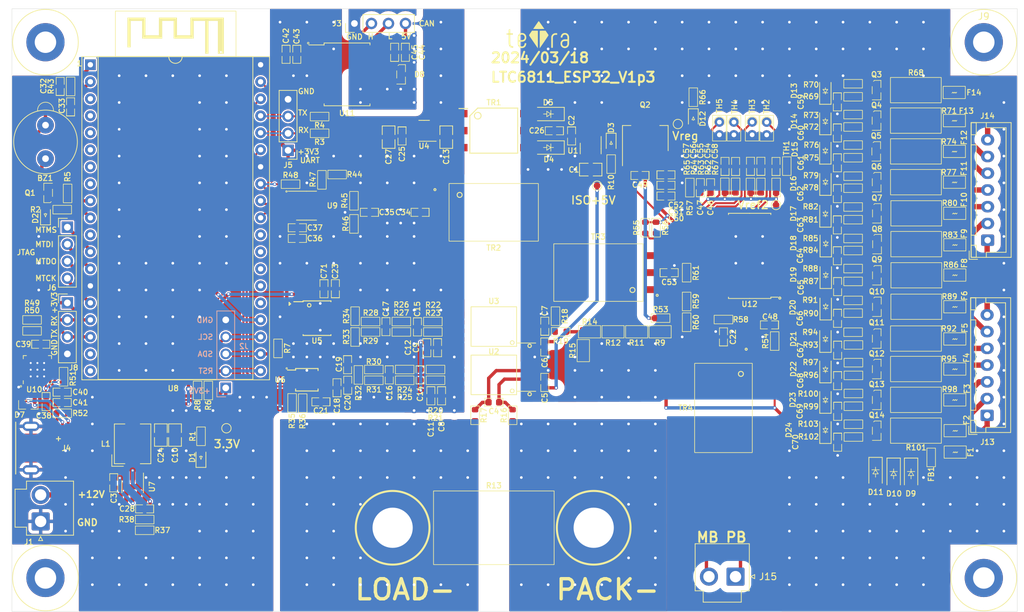
<source format=kicad_pcb>
(kicad_pcb (version 20221018) (generator pcbnew)
  (layers (0 "F.Cu" signal) (31 "B.Cu" signal) (34 "B.Paste" user) (35 "F.Paste" user) (36 "B.SilkS" user "B.Silkscreen") (37 "F.SilkS" user "F.Silkscreen") (38 "B.Mask" user) (39 "F.Mask" user) (44 "Edge.Cuts" user))
  (net 0 "")
  (net 1 "+3V3")
  (net 2 "/PowerMonitor/ISO+5V")
  (net 3 "Net-(D4-K)")
  (net 4 "GND")
  (net 5 "Net-(U2-VINP)")
  (net 6 "Net-(U2-VINN)")
  (net 7 "Net-(U3-VINP)")
  (net 8 "Net-(U3-VINN)")
  (net 9 "Net-(C14-Pad1)")
  (net 10 "Net-(C14-Pad2)")
  (net 11 "Net-(C15-Pad1)")
  (net 12 "Net-(C15-Pad2)")
  (net 13 "Net-(C16-Pad1)")
  (net 14 "Net-(C16-Pad2)")
  (net 15 "Net-(C17-Pad1)")
  (net 16 "Net-(C17-Pad2)")
  (net 17 "/LTC6811/Vref2")
  (net 18 "Net-(U6-Vin+)")
  (net 19 "Net-(U6-Vin-)")
  (net 20 "/LTC6811/Vreg")
  (net 21 "/LTC6811/T2")
  (net 22 "/LTC6811/T3")
  (net 23 "/LTC6811/T4")
  (net 24 "/LTC6811/T5")
  (net 25 "/LTC6811/T1")
  (net 26 "/LTC6811/cell1/C")
  (net 27 "/LTC6811/cell2/C")
  (net 28 "/USB/Vusb")
  (net 29 "/LTC6811/cell3/C")
  (net 30 "/CAN/5V_CAN")
  (net 31 "/CAN/CAN_GND")
  (net 32 "/LTC6811/cell4/C")
  (net 34 "Net-(C34-Pad1)")
  (net 35 "Net-(C35-Pad2)")
  (net 36 "/LTC6811/cell5/C")
  (net 37 "/LTC6811/cell6/C")
  (net 38 "/LTC6811/cell7/C")
  (net 39 "/LTC6811/cell8/C")
  (net 40 "/LTC6811/cell10/CM")
  (net 41 "/LTC6811/cell10/C")
  (net 42 "/LTC6811/cell11/C")
  (net 43 "/LTC6811/cell12/C")
  (net 44 "Net-(U10-VPP)")
  (net 45 "Net-(U12-Vref1)")
  (net 46 "Net-(U12-V+)")
  (net 47 "Net-(C49-Pad1)")
  (net 48 "Net-(C53-Pad1)")
  (net 49 "Net-(D3-A)")
  (net 50 "Net-(D12-K)")
  (net 52 "/MCU/CAN_TX")
  (net 53 "/PowerMonitor/VBAT_SENSE")
  (net 54 "/MCU/CAN_RX")
  (net 55 "/MCU/Boot")
  (net 56 "/MCU/NRST")
  (net 57 "Net-(Q10-G)")
  (net 58 "Net-(Q10-D)")
  (net 59 "Net-(R11-Pad1)")
  (net 60 "Net-(R11-Pad2)")
  (net 61 "Net-(R12-Pad2)")
  (net 62 "Net-(R14-Pad2)")
  (net 63 "Net-(D1-A)")
  (net 64 "Net-(U7-CB)")
  (net 65 "Net-(U2-VOUTN)")
  (net 66 "/BAT+")
  (net 67 "Net-(U2-VOUTP)")
  (net 68 "/LTC6811/cell12/C+")
  (net 69 "/LTC6811/cell11/C+")
  (net 70 "/LTC6811/cell10/C+")
  (net 71 "/LTC6811/cell10/C-")
  (net 72 "/LTC6811/cell8/C+")
  (net 73 "/LTC6811/cell7/C+")
  (net 74 "/LTC6811/cell6/C+")
  (net 75 "/LTC6811/cell5/C+")
  (net 76 "/LTC6811/cell4/C+")
  (net 77 "/LTC6811/cell3/C+")
  (net 78 "/LTC6811/cell2/C+")
  (net 79 "/LTC6811/cell1/C+")
  (net 80 "/USB/D-")
  (net 81 "/USB/D+")
  (net 82 "Net-(U3-VOUTN)")
  (net 83 "Net-(U3-VOUTP)")
  (net 84 "/MCU/MTMS")
  (net 85 "/MCU/MTDI")
  (net 86 "/MCU/MTCK")
  (net 87 "/MCU/MTDO")
  (net 88 "Net-(U9-ICMP)")
  (net 89 "/MCU/IP")
  (net 90 "/MCU/IM")
  (net 91 "/MCU/LED0")
  (net 92 "/MCU/BUZZER")
  (net 93 "Net-(U9-IBIAS)")
  (net 94 "Net-(U10-TXD)")
  (net 95 "Net-(U10-RXD)")
  (net 96 "Net-(U10-~{RST})")
  (net 97 "Net-(U12-ISOMD)")
  (net 98 "Net-(U12-WDT)")
  (net 99 "Net-(U12-DTEN)")
  (net 100 "Net-(U12-IBIAS)")
  (net 101 "Net-(U12-ICMP)")
  (net 102 "Net-(Q3-D)")
  (net 103 "Net-(Q3-G)")
  (net 104 "/MCU/MISO")
  (net 105 "Net-(Q4-D)")
  (net 106 "/MCU/OLED_SDA")
  (net 107 "/MCU/OLED_RST")
  (net 108 "Net-(Q4-G)")
  (net 109 "Net-(Q5-D)")
  (net 110 "/MCU/OLED_SCL")
  (net 111 "Net-(Q5-G)")
  (net 112 "Net-(Q6-D)")
  (net 113 "Net-(Q6-G)")
  (net 114 "/LTC6811/IPA")
  (net 115 "/LTC6811/IMA")
  (net 116 "Net-(Q11-D)")
  (net 117 "/LTC6811/cell1/S")
  (net 118 "Net-(Q11-G)")
  (net 119 "Net-(Q12-D)")
  (net 120 "/LTC6811/cell2/S")
  (net 121 "Net-(Q12-G)")
  (net 122 "Net-(Q13-D)")
  (net 123 "/LTC6811/cell3/S")
  (net 124 "Net-(Q13-G)")
  (net 125 "Net-(Q14-D)")
  (net 126 "/LTC6811/cell4/S")
  (net 127 "Net-(Q14-G)")
  (net 128 "Net-(Q7-D)")
  (net 129 "/LTC6811/cell5/S")
  (net 130 "Net-(Q7-G)")
  (net 131 "Net-(Q8-D)")
  (net 132 "/LTC6811/cell6/S")
  (net 133 "Net-(Q8-G)")
  (net 134 "Net-(Q9-D)")
  (net 135 "/LTC6811/cell7/S")
  (net 136 "Net-(Q9-G)")
  (net 137 "/LTC6811/cell8/S")
  (net 139 "/LTC6811/cell9/S")
  (net 140 "/LTC6811/cell10/S")
  (net 141 "/LTC6811/cell11/S")
  (net 144 "/LTC6811/cell12/S")
  (net 147 "/MCU/RX_USB")
  (net 149 "/MCU/TX_USB")
  (net 155 "/MCU/5V")
  (net 160 "/MCU/SS")
  (net 161 "/MCU/SCK")
  (net 162 "/MCU/MOSI")
  (net 163 "Net-(BZ1-+)")
  (net 164 "/MCU/SCL")
  (net 165 "/MCU/SDA")
  (net 166 "/LTC6811/C12")
  (net 167 "/LTC6811/C11")
  (net 168 "/LTC6811/C10")
  (net 169 "/LTC6811/C9")
  (net 170 "/LTC6811/C8")
  (net 171 "/LTC6811/C7")
  (net 172 "/LTC6811/C1_G")
  (net 173 "/LTC6811/C6")
  (net 174 "/LTC6811/C5")
  (net 175 "Net-(U4-D2)")
  (net 176 "Net-(U4-D1)")
  (net 177 "/LTC6811/C4")
  (net 178 "/LTC6811/C3")
  (net 179 "/LTC6811/C2")
  (net 180 "/LTC6811/C1")
  (net 181 "Net-(U5B--)")
  (net 182 "Net-(D4-A)")
  (net 183 "Net-(D5-A)")
  (net 184 "/MA")
  (net 185 "/CAN/CANL")
  (net 186 "/CAN/CANH")
  (net 187 "/CAN/CAN_TX")
  (net 188 "/CAN/CAN_RX")
  (net 189 "/LTC6811/DRIVE")
  (net 191 "/PA")
  (net 211 "Net-(U5B-+)")
  (net 214 "GND_PACK")
  (net 216 "Net-(C22-Pad1)")
  (net 217 "Net-(J15-Pin_2)")
  (net 218 "Net-(J15-Pin_1)")
  (net 219 "/LTC6811/IPB")
  (net 220 "/LTC6811/IMB")
  (net 222 "+12V")
  (net 223 "Net-(U7-SW)")
  (net 224 "Net-(U7-FB)")
  (net 225 "VDD")
  (net 226 "/PowerMonitor/BAT-")
  (net 227 "Net-(D2-A)")
  (footprint "Capacitor_SMD:C_0603_1608Metric" (layer "F.Cu") (at 161.16 89.91)
    (fp_text reference "C53")
    (fp_text value "100pF/100V")
  )
  (footprint "Resistor_SMD:R_0603_1608Metric" (layer "F.Cu") (at 132.2 111.2 90)
    (fp_text reference "R17")
    (fp_text value "1K")
  )
  (footprint "Resistor_SMD:R_0603_1608Metric" (layer "F.Cu") (at 188.65 114.45)
    (fp_text reference "R102")
    (fp_text value "100R")
  )
  (footprint "Resistor_SMD:R_2512_6332Metric" (layer "F.Cu") (at 197.975 104.3 180)
    (fp_text reference "R95")
    (fp_text value "36R 1W 2512")
  )
  (footprint "Resistor_SMD:R_0603_1608Metric" (layer "F.Cu") (at 109.35 76.05 90)
    (fp_text reference "R47")
    (fp_text value "1.2K")
  )
  (footprint "LED_SMD:LED_0603_1608Metric" (layer "F.Cu") (at 152.5 70.57 -90)
    (fp_text reference "D3")
    (fp_text value "LED Red")
  )
  (footprint "Package_TO_SOT_SMD:SOT-23" (layer "F.Cu") (at 192.15 95)
    (fp_text reference "Q10")
    (fp_text value "TSM2323")
  )
  (footprint "Capacitor_SMD:C_0603_1608Metric" (layer "F.Cu") (at 186.3 101.475 -90)
    (fp_text reference "C67")
    (fp_text value "100nF/100V")
  )
  (footprint "Package_TO_SOT_SMD:SOT-223" (layer "F.Cu") (at 157.6 69.85 90)
    (fp_text reference "Q2")
    (fp_text value "NSV1C201MZ4")
  )
  (footprint "Resistor_SMD:R_0805_2012Metric" (layer "F.Cu") (at 148.35 101.5475 -90)
    (fp_text reference "R15")
    (fp_text value "1KΩ ±0.1% 250mW")
  )
  (footprint "Resistor_SMD:R_0603_1608Metric" (layer "F.Cu") (at 90.8 107.5 -90)
    (fp_text reference "R8")
    (fp_text value "4.7K")
  )
  (footprint "Resistor_SMD:R_0603_1608Metric" (layer "F.Cu") (at 188.6 70.85)
    (fp_text reference "R76")
    (fp_text value "3.3K")
  )
  (footprint "Connector_USB:Micro_USB_B-2013499-1" (layer "F.Cu") (at 66.29045 116.1 -90)
    (fp_text reference "J4")
    (fp_text value "USB")
  )
  (footprint "Package_TO_SOT_SMD:SOT-23" (layer "F.Cu") (at 192.1125 76.4)
    (fp_text reference "Q6")
    (fp_text value "TSM2323")
  )
  (footprint "Resistor_SMD:R_0805_2012Metric" (layer "F.Cu") (at 149.275 98.735 180)
    (fp_text reference "R14")
    (fp_text value "470KΩ ±0.1% 250mW")
  )
  (footprint "Resistor_SMD:R_0603_1608Metric" (layer "F.Cu") (at 102.8 101.215 -90)
    (fp_text reference "R7")
    (fp_text value "4.7K")
  )
  (footprint "Resistor_SMD:R_PSR500HTQFB0L10_Metric_Pad5.2x8.75mm_HandSolder" (layer "F.Cu") (at 135 128 180)
    (fp_text reference "R13")
    (fp_text value "0.1MR  1% 15W ")
  )
  (footprint "Resistor_SMD:R_0603_1608Metric" (layer "F.Cu") (at 188.65 107.95)
    (fp_text reference "R100")
    (fp_text value "3.3K")
  )
  (footprint "MountingHole:MountingHole_3.2mm_M3_ISO7380_Pad" (layer "F.Cu") (at 208.1 55.5)
    (fp_text reference "J9")
    (fp_text value "Hole /NC")
  )
  (footprint "Connector_JST:JST_XH_B7B-XH-A_1x07_P2.50mm_Vertical_BAT_6S" (layer "F.Cu") (at 208.675 85.0625 90)
    (fp_text reference "J14")
    (fp_text value "B7B-XH-A")
  )
  (footprint "Resistor_SMD:R_0603_1608Metric" (layer "F.Cu") (at 188.65 105.25)
    (fp_text reference "R96")
    (fp_text value "100R")
  )
  (footprint "Fuse:Fuse_0805_2012Metric" (layer "F.Cu") (at 203.775 95 180)
    (fp_text reference "F6")
    (fp_text value "MPZ2012S102ATD25")
  )
  (footprint "Fuse:Fuse_0805_2012Metric" (layer "F.Cu") (at 203.775 108.9 180)
    (fp_text reference "F3")
    (fp_text value "MPZ2012S102ATD25")
  )
  (footprint "TestPoint:TestPoint_Pad_D1.0mm" (layer "F.Cu") (at 162.46 67.71 180)
    (fp_text reference "TP3" hide)
    (fp_text value "TestPoint" hide)
  )
  (footprint "Capacitor_SMD:C_0603_1608Metric" (layer "F.Cu") (at 113.18 103.65 -90)
    (fp_text reference "C19")
    (fp_text value "100nF/100V")
  )
  (footprint "Capacitor_SMD:C_0603_1608Metric" (layer "F.Cu") (at 119.395 105.175 -90)
    (fp_text reference "C16")
    (fp_text value "220pF/50V")
  )
  (footprint "Capacitor_SMD:C_0603_1608Metric" (layer "F.Cu") (at 125 101.11 -90)
    (fp_text reference "C12")
    (fp_text value "2.2uF/25V")
  )
  (footprint "Resistor_SMD:R_0603_1608Metric" (layer "F.Cu") (at 188.65 109.85)
    (fp_text reference "R99")
    (fp_text value "100R")
  )
  (footprint "Capacitor_SMD:C_0805_2012Metric" (layer "F.Cu") (at 127.9 69.67 -90)
    (fp_text reference "C13")
    (fp_text value "10uF/16V")
  )
  (footprint "TestPoint:TestPoint_Pad_D1.0mm" (layer "F.Cu") (at 177.1 79.8)
    (fp_text reference "TP4" hide)
    (fp_text value "TestPoint" hide)
  )
  (footprint "Connector_PinHeader_2.54mm:PinHeader_1x04_P2.54mm_Vertical" (layer "F.Cu") (at 114.2 52.7 90)
    (fp_text reference "J3")
    (fp_text value "CAN /NC")
  )
  (footprint "Diode_SMD:D_SOD-323_HandSoldering" (layer "F.Cu") (at 184.475 81.1 90)
    (fp_text reference "D17")
    (fp_text value "PDZ7.5B")
  )
  (footprint "Diode_SMD:D_SOD-323_HandSoldering" (layer "F.Cu") (at 184.4625 62.75 90)
    (fp_text reference "D13")
    (fp_text value "PDZ7.5B")
  )
  (footprint "Resistor_SMD:R_0603_1608Metric" (layer "F.Cu") (at 188.6 61.7)
    (fp_text reference "R70")
    (fp_text value "3.3K")
  )
  (footprint "Capacitor_SMD:C_0603_1608Metric" (layer "F.Cu") (at 186.25 78.1 -90)
    (fp_text reference "C62")
    (fp_text value "100nF/100V")
  )
  (footprint "Connector_PinHeader_2.54mm:PinHeader_1x04_P2.54mm_Vertical" (layer "F.Cu") (at 71.37 94.42)
    (fp_text reference "J8")
    (fp_text value "SERIAL /NC")
  )
  (footprint "Resistor_SMD:R_0603_1608Metric" (layer "F.Cu") (at 173.2875 77.18 -90)
    (fp_text reference "R63")
    (fp_text value "100K")
  )
  (footprint "Resistor_SMD:R_0603_1608Metric" (layer "F.Cu") (at 121.2 98.76 180)
    (fp_text reference "R27")
    (fp_text value "1K")
  )
  (footprint "Resistor_SMD:R_2512_6332Metric" (layer "F.Cu") (at 197.975 99.75 180)
    (fp_text reference "R92")
    (fp_text value "36R 1W 2512")
  )
  (footprint "Package_TO_SOT_SMD:SOT-23" (layer "F.Cu") (at 192.1 67.2)
    (fp_text reference "Q4")
    (fp_text value "TSM2323")
  )
  (footprint "MountingHole:MountingHole_3.2mm_M3_ISO7380_Pad" (layer "F.Cu") (at 68.1 135.5 90)
    (fp_text reference "J12" hide)
    (fp_text value "Hole /NC")
  )
  (footprint "Capacitor_SMD:C_0603_1608Metric" (layer "F.Cu") (at 123.6 98.01 -90)
    (fp_text reference "C15")
    (fp_text value "2.2nF/16V")
  )
  (footprint "Capacitor_SMD:C_0603_1608Metric" (layer "F.Cu") (at 186.25 73.5 -90)
    (fp_text reference "C61")
    (fp_text value "100nF/100V")
  )
  (footprint "PCM_4ms_Package_SOIC:SOIC-8_3.9x4.9mm_Pitch1.27mm" (layer "F.Cu") (at 108.62 96.705)
    (fp_text reference "U5")
    (fp_text value "OPA2197IDR" hide)
  )
  (footprint "Resistor_SMD:R_0603_1608Metric" (layer "F.Cu") (at 163.76 89.91 90)
    (fp_text reference "R61")
    (fp_text value "100R")
  )
  (footprint "Resistor_SMD:R_0603_1608Metric" (layer "F.Cu") (at 163.76 97.31 -90)
    (fp_text reference "R60")
    (fp_text value "806R")
  )
  (footprint "Resistor_SMD:R_0603_1608Metric" (layer "F.Cu") (at 114.13 79.175 90)
    (fp_text reference "R45")
    (fp_text value "51R")
  )
  (footprint "Resistor_THT:R_Axial_DIN0204_L3.6mm_D1.6mm_P1.90mm_Vertical" (layer "F.Cu") (at 175.71 67.435 -90)
    (fp_text reference "TH2")
    (fp_text value "100K NTC")
  )
  (footprint "Resistor_SMD:R_0603_1608Metric" (layer "F.Cu") (at 109 66.6)
    (fp_text reference "R4")
    (fp_text value "0")
  )
  (footprint "Capacitor_SMD:C_0603_1608Metric" (layer "F.Cu") (at 142.6 97.91 90)
    (fp_text reference "C7")
    (fp_text value "330pF/100V")
  )
  (footprint "Diode_SMD:D_SOD-323_HandSoldering" (layer "F.Cu") (at 184.51 94.9575 90)
    (fp_text reference "D20")
    (fp_text value "PDZ7.5B")
  )
  (footprint "Diode_SMD:D_SOD-323_HandSoldering" (layer "F.Cu") (at 184.475 99.8 90)
    (fp_text reference "D21")
    (fp_text value "PDZ7.5B")
  )
  (footprint "Resistor_SMD:R_0603_1608Metric" (layer "F.Cu") (at 121.2 97.21 180)
    (fp_text reference "R26")
    (fp_text value "1K")
  )
  (footprint "Resistor_SMD:R_0603_1608Metric" (layer "F.Cu") (at 125.9 97.21)
    (fp_text reference "R22")
    (fp_text value "100R")
  )
  (footprint "Resistor_SMD:R_0603_1608Metric" (layer "F.Cu") (at 171.07 77.17 -90)
    (fp_text reference "R64")
    (fp_text value "100K")
  )
  (footprint "Resistor_SMD:R_0603_1608Metric" (layer "F.Cu") (at 109 69.1)
    (fp_text reference "R3")
    (fp_text value "0")
  )
  (footprint "Capacitor_SMD:C_0603_1608Metric" (layer "F.Cu") (at 71.85 65.15 90)
    (fp_text reference "C33")
    (fp_text value "100nF/100V")
  )
  (footprint "Capacitor_SMD:C_0603_1608Metric" (layer "F.Cu") (at 121.3 69.495 -90)
    (fp_text reference "C25")
    (fp_text value "100nF/100V")
  )
  (footprint "Resistor_SMD:R_0603_1608Metric" (layer "F.Cu") (at 126.295 105.975)
    (fp_text reference "R21")
    (fp_text value "100R")
  )
  (footprint "Capacitor_SMD:C_0603_1608Metric" (layer "F.Cu") (at 135 109.275 180)
    (fp_text reference "C4")
    (fp_text value "330pF/100V")
  )
  (footprint "Battery:Battery_6mm×10mm_Cell_half_2" (layer "F.Cu") (at 149.9 128 180)
    (fp_text reference "BAT1" hide)
    (fp_text value "BAT-")
  )
  (footprint "Package_TO_SOT_SMD:SOT-23" (layer "F.Cu") (at 121.1625 60.3)
    (fp_text reference "D8")
    (fp_text value "ESD24VS2U")
  )
  (footprint "Capacitor_SMD:C_0603_1608Metric" (layer "F.Cu") (at 169.49 74.05 90)
    (fp_text reference "C57")
    (fp_text value "100nF/100V")
  )
  (footprint "Transformer_SMD:HM2108NL" (layer "F.Cu") (at 169.26 110.11 180)
    (fp_text reference "TR4")
    (fp_text value "HM2108NL")
  )
  (footprint "Resistor_SMD:R_0603_1608Metric" (layer "F.Cu") (at 66.1 98.6)
    (fp_text reference "R50")
    (fp_text value "240R")
  )
  (footprint "Resistor_SMD:R_0603_1608Metric" (layer "F.Cu") (at 176.9 100.125 90)
    (fp_text reference "R54")
    (fp_text value "100R")
  )
  (footprint "Capacitor_SMD:C_0805_2012Metric" (layer "F.Cu") (at 119.3 69.67 -90)
    (fp_text reference "C27")
    (fp_text value "10uF/16V")
  )
  (footprint "Capacitor_SMD:C_0603_1608Metric" (layer "F.Cu") (at 160.675 78.47)
    (fp_text reference "C50")
    (fp_text value "1uF/25V")
  )
  (footprint "Capacitor_SMD:C_0603_1608Metric" (layer "F.Cu") (at 186.29 91.985 -90)
    (fp_text reference "C65")
    (fp_text value "100nF/100V")
  )
  (footprint "Transformer_SMD:HM2108NL" (layer "F.Cu") (at 150.6 89.9 90)
    (fp_text reference "TR3")
    (fp_text value "HM2108NL")
  )
  (footprint "Fuse:Fuse_0805_2012Metric" (layer "F.Cu") (at 203.8375 116.7 180)
    (fp_text reference "F1")
    (fp_text value "MPZ2012S102ATD25")
  )
  (footprint "Capacitor_SMD:C_0603_1608Metric" (layer "F.Cu") (at 160.675 75.3)
    (fp_text reference "C52")
    (fp_text value "1uF/25V")
  )
  (footprint "Resistor_SMD:R_0805_2012Metric" (layer "F.Cu") (at 152.7875 98.735 180)
    (fp_text reference "R12")
    (fp_text value "470KΩ ±0.1% 250mW")
  )
  (footprint "Resistor_SMD:R_0603_1608Metric" (layer "F.Cu") (at 70.8 105.45 90)
    (fp_text reference "R51")
    (fp_text value "10K")
  )
  (footprint "Resistor_SMD:R_0603_1608Metric" (layer "F.Cu") (at 188.6 95.95)
    (fp_text reference "R90")
    (fp_text value "100R")
  )
  (footprint "Package_SO:MSOP-16_3x4mm_P0.5mm" (layer "F.Cu") (at 107.05 79.9)
    (fp_text reference "U9")
    (fp_text value "LTC6820")
  )
  (footprint "Resistor_SMD:R_0603_1608Metric" (layer "F.Cu") (at 188.6 98.8)
    (fp_text reference "R94")
    (fp_text value "3.3K")
  )
  (footprint "Diode_SMD:D_SOD-123" (layer "F.Cu") (at 143.15 66.22 180)
    (fp_text reference "D5")
    (fp_text value "MBR0520")
  )
  (footprint "Resistor_SMD:R_2512_6332Metric" (layer "F.Cu") (at 197.975 71.8 180)
    (fp_text reference "R74")
    (fp_text value "36R 1W 2512")
  )
  (footprint "Diode_SMD:D_SOD-323_HandSoldering" (layer "F.Cu") (at 184.525 85.55 90)
    (fp_text reference "D18")
    (fp_text value "PDZ7.5B")
  )
  (footprint "Resistor_SMD:R_0603_1608Metric" (layer "F.Cu") (at 188.6 77.3)
    (fp_text reference "R78")
    (fp_text value "100R")
  )
  (footprint "Capacitor_SMD:C_0603_1608Metric" (layer "F.Cu") (at 186.3 110.615 -90)
    (fp_text reference "C69")
    (fp_text value "100nF/100V")
  )
  (footprint "Capacitor_SMD:C_0603_1608Metric" (layer "F.Cu") (at 165.805 77.211053 90)
    (fp_text reference "C47")
    (fp_text value "1uF/25V")
  )
  (footprint "Resistor_SMD:R_0603_1608Metric" (layer "F.Cu") (at 157.6 83.2 90)
    (fp_text reference "R55")
    (fp_text value "0")
  )
  (footprint "Resistor_SMD:R_0603_1608Metric" (layer "F.Cu") (at 188.6 89.3)
    (fp_text reference "R88")
    (fp_text value "3.3K")
  )
  (footprint "Fuse:Fuse_0805_2012Metric" (layer "F.Cu") (at 203.775 99.8 180)
    (fp_text reference "F5")
    (fp_text value "MPZ2012S102ATD25")
  )
  (footprint "Diode_SMD:D_SOD-323_HandSoldering" (layer "F.Cu") (at 184.4625 67.3 90)
    (fp_text reference "D14")
    (fp_text value "PDZ7.5B")
  )
  (footprint "Connector_JST:JST_VH_B2P-VH-B_1x02_P3.96mm_Vertical" (layer "F.Cu") (at 171.0575 135.3 180)
    (fp_text reference "J15")
    (fp_text value "PB MB")
  )
  (footprint "Resistor_SMD:R_2512_6332Metric" (layer "F.Cu") (at 198.025 81.05 180)
    (fp_text reference "R80")
    (fp_text value "36R 1W 2512")
  )
  (footprint "Resistor_SMD:R_0603_1608Metric" (layer "F.Cu") (at 188.6 86.6)
    (fp_text reference "R84")
    (fp_text value "100R")
  )
  (footprint "Diode_SMD:D_SOD-123" (layer "F.Cu") (at 197.25 119.95 -90)
    (fp_text reference "D9")
    (fp_text value "1N4148W")
  )
  (footprint "Resistor_SMD:R_0603_1608Metric" (layer "F.Cu") (at 117.095 104.375)
    (fp_text reference "R30")
    (fp_text value "3.3K")
  )
  (footprint "Capacitor_SMD:C_0603_1608Metric" (layer "F.Cu") (at 146.6 69.495 -90)
    (fp_text reference "C2")
    (fp_text value "100nF/100V")
  )
  (footprint "Resistor_SMD:R_0603_1608Metric" (layer "F.Cu") (at 70.6 80.5)
    (fp_text reference "R2")
    (fp_text value "470R")
  )
  (footprint "Package_TO_SOT_SMD:SOT-23" (layer "F.Cu") (at 192.15 81.05)
    (fp_text reference "Q7")
    (fp_text value "TSM2323")
  )
  (footprint "Resistor_SMD:R_0603_1608Metric" (layer "F.Cu") (at 188.6 80.1)
    (fp_text reference "R82")
    (fp_text value "3.3K")
  )
  (footprint "Resistor_SMD:R_0603_1608Metric" (layer "F.Cu") (at 104.9 109.36 90)
    (fp_text reference "R35")
    (fp_text value "4.7K")
  )
  (footprint "Package_SO:SOP-8_6.62x9.15mm_P2.54mm" (layer "F.Cu") (at 113.1 60.3)
    (fp_text reference "U11")
    (fp_text value "ISO1050DUBR")
  )
  (footprint "Resistor_SMD:R_0603_1608Metric" (layer "F.Cu") (at 188.6 84.8)
    (fp_text reference "R85")
    (fp_text value "3.3K")
  )
  (footprint "Package_DFN_QFN:HVQFN-24-1EP_4x4mm_P0.5mm_EP2.6x2.6mm" (layer "F.Cu") (at 66.9 104.4 90)
    (fp_text reference "U10")
    (fp_text value "CP2104")
  )
  (footprint "Resistor_SMD:R_0603_1608Metric" (layer "F.Cu") (at 116.6 97.21 180)
    (fp_text reference "R28")
    (fp_text value "5.6K")
  )
  (footprint "Package_TO_SOT_SMD:SOT-23" (layer "F.Cu") (at 65.55 109.6375 -90)
    (fp_text reference "D7")
    (fp_text value "ESD24VS2U")
  )
  (footprint "Package_TO_SOT_SMD:SOT-23" (layer "F.Cu") (at 192.175 85.65)
    (fp_text reference "Q8")
    (fp_text value "TSM2323")
  )
  (footprint "Resistor_SMD:R_0603_1608Metric" (layer "F.Cu") (at 163.76 94.21 -90)
    (fp_text reference "R59")
    (fp_text value "1.2K")
  )
  (footprint "Resistor_SMD:R_0603_1608Metric" (layer "F.Cu") (at 104.67 76.7 180)
    (fp_text reference "R48")
    (fp_text value "2K")
  )
  (footprint "Resistor_SMD:R_0603_1608Metric" (layer "F.Cu") (at 71.4 78.075 -90)
    (fp_text reference "R5")
    (fp_text value "1.5K")
  )
  (footprint "Resistor_SMD:R_0603_1608Metric" (layer "F.Cu") (at 188.6 75.5)
    (fp_text reference "R79")
    (fp_text value "3.3K")
  )
  (footprint "Fuse:Fuse_0805_2012Metric" (layer "F.Cu") (at 203.725 76.4 180)
    (fp_text reference "F11")
    (fp_text value "MPZ2012S102ATD25")
  )
  (footprint "Resistor_SMD:R_0603_1608Metric" (layer "F.Cu") (at 159.2 83.2 90)
    (fp_text reference "R56")
    (fp_text value "1M")
  )
  (footprint "Resistor_SMD:R_0603_1608Metric" (layer "F.Cu") (at 159.875 96.7 180)
    (fp_text reference "R53")
    (fp_text value "100R")
  )
  (footprint "MountingHole:MountingHole_3.2mm_M3_ISO7380_Pad" (layer "F.Cu") (at 208.1 135.5)
    (fp_text reference "J10" hide)
    (fp_text value "Hole /NC")
  )
  (footprint "Package_SO:SSO-8_6.8x5.9mm_P1.27mm_Clearance8mm" (layer "F.Cu") (at 135 97.965 180)
    (fp_text reference "U3")
    (fp_text value "AMC1301")
  )
  (footprint "Capacitor_SMD:C_0603_1608Metric" (layer "F.Cu") (at 173.29 74.03 90)
    (fp_text reference "C55")
    (fp_text value "100nF/100V")
  )
  (footprint "Package_TO_SOT_SMD:SOT-23" (layer "F.Cu") (at 192.05 71.8)
    (fp_text reference "Q5")
    (fp_text value "TSM2323")
  )
  (footprint "Resistor_SMD:R_2512_6332Metric" (layer "F.Cu") (at 197.9625 62.65 180)
    (fp_text reference "R68")
    (fp_text value "36R 1W 2512")
  )
  (footprint "Connector_PinHeader_2.54mm:PinHeader_1x04_P2.54mm_Vertical" (layer "F.Cu") (at 71.37 83.12)
    (fp_text reference "J6")
    (fp_text value "JTAG /NC" hide)
  )
  (footprint "Capacitor_SMD:C_0805_2012Metric" (layer "F.Cu") (at 85.32 114.16 -90)
    (fp_text reference "C24")
    (fp_text value "10uF/16V")
  )
  (footprint "Capacitor_SMD:C_0603_1608Metric" (layer "F.Cu") (at 105.6 57.3 -90)
    (fp_text reference "C43")
    (fp_text value "100nF/100V")
  )
  (footprint "Package_TO_SOT_SMD:SOT-23" (layer "F.Cu") (at 192.15 90.3)
    (fp_text reference "Q9")
    (fp_text value "TSM2323")
  )
  (footprint "Package_TO_SOT_SMD:SOT-23-5" (layer "F.Cu") (at 124.6 68.72 180)
    (fp_text reference "U4")
    (fp_text value "SN6501DBV")
  )
  (footprint "Resistor_SMD:R_0603_1608Metric" (layer "F.Cu") (at 121.695 105.975 180)
    (fp_text reference "R25")
    (fp_text value "1K")
  )
  (footprint "Resistor_THT:R_Axial_DIN0204_L3.6mm_D1.6mm_P1.90mm_Vertical" (layer "F.Cu") (at 170.8175 67.425 -90)
    (fp_text reference "TH4")
    (fp_text value "100K NTC")
  )
  (footprint "Capacitor_SMD:C_0603_1608Metric" (layer "F.Cu") (at 70.6 107.75)
    (fp_text reference "C40")
    (fp_text value "100nF/100V")
  )
  (footprint "Package_TO_SOT_SMD:SOT-23-5" (layer "F.Cu") (at 149.45 71.37 -90)
    (fp_text reference "U1")
    (fp_text value "TPS76350")
  )
  (footprint "Resistor_SMD:R_0603_1608Metric" (layer "F.Cu") (at 144.975 98.735 180)
    (fp_text reference "R19")
    (fp_text value "10R")
  )
  (footprint "Connector_PinHeader_2.54mm:PinHeader_1x04_P2.54mm_Vertical" (layer "F.Cu") (at 104.3 71.64 180)
    (fp_text reference "J5")
    (fp_text value "UART /NC")
  )
  (footprint "Capacitor_SMD:C_0603_1608Metric" (layer "F.Cu") (at 111.6 107.1 90)
    (fp_text reference "C18")
    (fp_text value "100nF/100V")
  )
  (footprint "Fuse:Fuse_0805_2012Metric" (layer "F.Cu") (at 203.69 63 180)
    (fp_text reference "F14")
    (fp_text value "MPZ2012S102ATD25")
  )
  (footprint "RF_Module:ESP32-DevKitc V4_DIP-38_27.9mm×48.2mm" (layer "F.Cu") (at 73.53 105.85)
    (fp_text reference "U8")
    (fp_text value "ESP32-DevKitC V4" hide)
  )
  (footprint "Capacitor_SMD:C_0603_1608Metric" (layer "F.Cu") (at 67.4 100.6)
    (fp_text reference "C39")
    (fp_text value "4.7uF/16V")
  )
  (footprint "Diode_SMD:D_SOD-323_HandSoldering" (layer "F.Cu") (at 184.475 104.35 90)
    (fp_text reference "D22")
    (fp_text value "PDZ7.5B")
  )
  (footprint "Diode_SMD:D_SOD-323_HandSoldering" (layer "F.Cu") (at 184.475 113.4 90)
    (fp_text reference "D24")
    (fp_text value "PDZ7.5B")
  )
  (footprint "Resistor_SMD:R_0603_1608Metric" (layer "F.Cu") (at 188.6 91.2125)
    (fp_text reference "R87")
    (fp_text value "100R")
  )
  (footprint "Connector_JST:JST_VH_B2P-VH-B_1x02_P3.96mm_Vertical" (layer "F.Cu") (at 67.38 127.0575 90)
    (fp_text reference "J1")
    (fp_text value "PB MB")
  )
  (footprint "Capacitor_SMD:C_0603_1608Metric" (layer "F.Cu") (at 118.9 97.96 -90)
    (fp_text reference "C17")
    (fp_text value "220pF/50V")
  )
  (footprint "Capacitor_SMD:C_0603_1608Metric" (layer "F.Cu") (at 70.3 62.1 90)
    (fp_text reference "C32")
    (fp_text value "100nF/100V")
  )
  (footprint "Resistor_SMD:R_0603_1608Metric" (layer "F.Cu") (at 71.85 62.1 -90)
    (fp_text reference "R43")
    (fp_text value "10K")
  )
  (footprint "Resistor_SMD:R_0603_1608Metric" (layer "F.Cu") (at 144.2 96.41 90)
    (fp_text reference "R18")
    (fp_text value "1K")
  )
  (footprint "Diode_SMD:D_SOD-323_HandSoldering" (layer "F.Cu") (at 184.475 76.35 90)
    (fp_text reference "D16")
    (fp_text value "PDZ7.5B")
  )
  (footprint "Diode_SMD:D_SOD-323_HandSoldering" (layer "F.Cu") (at 184.4625 71.6875 90)
    (fp_text reference "D15")
    (fp_text value "PDZ7.5B")
  )
  (footprint "TestPoint:TestPoint_Pad_D1.0mm" (layer "F.Cu") (at 150.4 76.92)
    (fp_text reference "TP1" hide)
    (fp_text value "TestPoint" hide)
  )
  (footprint "Capacitor_SMD:C_0603_1608Metric" (layer "F.Cu") (at 186.28 96.725 -90)
    (fp_text reference "C66")
    (fp_text value "100nF/100V")
  )
  (footprint "Resistor_SMD:R_0603_1608Metric" (layer "F.Cu") (at 82.9 126.7775)
    (fp_text reference "R38")
    (fp_text value "22.1K")
  )
  (footprint "Fuse:Fuse_0805_2012Metric" (layer "F.Cu") (at 203.775 90.2625 180)
    (fp_text reference "F8")
    (fp_text value "MPZ2012S102ATD25")
  )
  (footprint "Capacitor_SMD:C_0603_1608Metric" (layer "F.Cu") (at 186.3 115.225 -90)
    (fp_text reference "C70")
    (fp_text value "100nF/100V")
  )
  (footprint "Resistor_SMD:R_2512_6332Metric" (layer "F.Cu") (at 197.975 76.4 180)
    (fp_text reference "R77")
    (fp_text value "36R 1W 2512")
  )
  (footprint "Package_TO_SOT_SMD:SOT-23" (layer "F.Cu") (at 192.125 104.3)
    (fp_text reference "Q12")
    (fp_text value "TSM2323")
  )
  (footprint "Fuse:Fuse_0805_2012Metric" (layer "F.Cu") (at 203.7125 67.2 180)
    (fp_text reference "F13")
    (fp_text value "MPZ2012S102ATD25")
  )
  (footprint "Resistor_SMD:R_0603_1608Metric" (layer "F.Cu") (at 174.84 77.18 -90)
    (fp_text reference "R62")
    (fp_text value "100K")
  )
  (footprint "Symbol:teTra-LOGO" (layer "F.Cu") (at 141.7 54.4)
    (fp_text reference "LOGO1" hide)
    (fp_text value "teTra /NC" hide)
  )
  (footprint "Resistor_SMD:R_0603_1608Metric" (layer "F.Cu") (at 66.1 96.96)
    (fp_text reference "R49")
    (fp_text value "240R")
  )
  (footprint "MountingHole:MountingHole_3.2mm_M3_ISO7380_Pad" (layer "F.Cu") (at 68.1 55.5 90)
    (fp_text reference "J11" hide)
    (fp_text value "Hole /NC")
  )
  (footprint "Resistor_SMD:R_0603_1608Metric" (layer "F.Cu") (at 121.695 104.375 180)
    (fp_text reference "R24")
    (fp_text value "1K")
  )
  (footprint "Resistor_SMD:R_2512_6332Metric" (layer "F.Cu") (at 198.025 85.65 180)
    (fp_text reference "R83")
    (fp_text value "36R 1W 2512")
  )
  (footprint "Capacitor_SMD:C_0603_1608Metric" (layer "F.Cu") (at 186.29 106.025 -90)
    (fp_text reference "C68")
    (fp_text value "100nF/100V")
  )
  (footprint "Transformer_SMD:HM2108NL" (layer "F.Cu") (at 134.98 80.9 -90)
    (fp_text reference "TR2")
    (fp_text value "HM2108NL")
  )
  (footprint "Connector_Wuerth:WURTH-760390015" (layer "F.Cu") (at 135 68.7)
    (fp_text reference "TR1")
    (fp_text value "Transformer")
  )
  (footprint "Resistor_SMD:R_0603_1608Metric" (layer "F.Cu") (at 178.71 74.005 90)
    (fp_text reference "TH1")
    (fp_text value "100K NTC")
  )
  (footprint "Connector_JST:JST_XH_B7B-XH-A_1x07_P2.50mm_Vertical_BAT_6S" (layer "F.Cu") (at 208.6 111.2125 90)
    (fp_text reference "J13")
    (fp_text value "B7B-XH-A")
  )
  (footprint "Resistor_SMD:R_0603_1608Metric" (layer "F.Cu") (at 188.65 100.7)
    (fp_text reference "R93")
    (fp_text value "100R")
  )
  (footprint "Package_TO_SOT_SMD:SOT-23" (layer "F.Cu") (at 192.1 62.65)
    (fp_text reference "Q3")
    (fp_text value "TSM2323")
  )
  (footprint "Resistor_THT:R_Axial_DIN0204_L3.6mm_D1.6mm_P1.90mm_Vertical" (layer "F.Cu") (at 168.65 67.425 -90)
    (fp_text reference "TH5")
    (fp_text value "100K NTC")
  )
  (footprint "Resistor_SMD:R_0603_1608Metric" (layer "F.Cu") (at 125.9 98.76)
    (fp_text reference "R23")
    (fp_text value "100R")
  )
  (footprint "Capacitor_SMD:C_0603_1608Metric" (layer "F.Cu") (at 144.025 68.72 180)
    (fp_text reference "C26")
    (fp_text value "4.7uF/16V")
  )
  (footprint "Resistor_SMD:R_0603_1608Metric" (layer "F.Cu") (at 188.6 68.15)
    (fp_text reference "R72")
    (fp_text value "100R")
  )
  (footprint "Capacitor_SMD:C_0603_1608Metric" (layer "F.Cu") (at 142.6 101.01 -90)
    (fp_text reference "C6")
    (fp_text value "100nF/100V")
  )
  (footprint "Capacitor_SMD:C_0805_2012Metric" (layer "F.Cu") (at 87.43 114.16 -90)
    (fp_text reference "C10")
    (fp_text value "10uF/16V")
  )
  (footprint "Package_TO_SOT_SMD:SOT-23" (layer "F.Cu") (at 68.5 78 180)
    (fp_text reference "Q1")
    (fp_text value "BSS138")
  )
  (footprint "Capacitor_SMD:C_0603_1608Metric" (layer "F.Cu") (at 123.995 105.175 -90)
    (fp_text reference "C14")
    (fp_text value "2.2nF/16V")
  )
  (footprint "Diode_SMD:D_SOD-123F" (layer "F.Cu") (at 191.95 119.7 -90)
    (fp_text reference "D11")
    (fp_text value "BZT52H-C62")
  )
  (footprint "Capacitor_SMD:C_0603_1608Metric" (layer "F.Cu") (at 124 80.9 180)
    (fp_text reference "C34")
    (fp_text value "10nF/100V")
  )
  (footprint "Capacitor_SMD:C_0603_1608Metric" (layer "F.Cu") (at 142.6 106.3 90)
    (fp_text reference "C5")
    (fp_text value "100nF/100V")
  )
  (footprint "Capacitor_SMD:C_0603_1608Metric" (layer "F.Cu") (at 116.43 80.9 180)
    (fp_text reference "C35")
    (fp_text value "10nF/100V")
  )
  (footprint "Resistor_SMD:R_0603_1608Metric" (layer "F.Cu") (at 106.48 109.4 90)
    (fp_text reference "R36")
    (fp_text value "4.7K")
  )
  (footprint "Resistor_SMD:R_2512_6332Metric" (layer "F.Cu") (at 197.975 113.5 180)
    (fp_text reference "R101")
    (fp_text value "36R 1W 2512")
  )
  (footprint "LED_SMD:LED_0603_1608Metric" (layer "F.Cu") (at 91.3 117.5 90)
    (fp_text reference "D1")
    (fp_text value "LED Red")
  )
  (footprint "LED_SMD:LED_0603_1608Metric" (layer "F.Cu") (at 68.1 81.2875 90)
    (fp_text reference "D2")
    (fp_text value "LED Red")
  )
  (footprint "Resistor_SMD:R_0603_1608Metric" (layer "F.Cu") (at 188.6 82)
    (fp_text reference "R81")
    (fp_text value "100R")
  )
  (footprint "Capacitor_SMD:C_0603_1608Metric" (layer "F.Cu") (at 70.6 109.3)
    (fp_text reference "C41")
    (fp_text value "2.2uF/25V")
  )
  (footprint "Resistor_SMD:R_0603_1608Metric" (layer "F.Cu") (at 92.4 107.5 -90)
    (fp_text reference "R6")
    (fp_text value "4.7K")
  )
  (footprint "Capacitor_SMD:C_0603_1608Metric" (layer "F.Cu") (at 186.25 69.05 -90)
    (fp_text reference "C60")
    (fp_text value "100nF/100V")
  )
  (footprint "Resistor_SMD:R_0603_1608Metric" (layer "F.Cu") (at 188.6 94.05)
    (fp_text reference "R91")
    (fp_text value "3.3K")
  )
  (footprint "Resistor_SMD:R_0603_1608Metric" (layer "F.Cu") (at 177.11 77.18 90)
    (fp_text reference "R67")
    (fp_text value "100K")
  )
  (footprint "Resistor_SMD:R_0603_1608Metric" (layer "F.Cu") (at 164.245 77.211053 90)
    (fp_text reference "R57")
    (fp_text value "0")
  )
  (footprint "Resistor_SMD:R_0603_1608Metric" (layer "F.Cu") (at 91.31 114.34 90)
    (fp_text reference "R1")
    (fp_text value "470R")
  )
  (footprint "Capacitor_SMD:C_0603_1608Metric" (layer "F.Cu") (at 177.1 74.058553 90)
    (fp_text reference "C58")
    (fp_text value "100nF/100V")
  )
  (footprint "Buzzer_Beeper:Beeper_AI-1027-TWT-5V" (layer "F.Cu") (at 68.11 70.394173)
    (fp_text reference "BZ1")
    (fp_text value "AI-1027-TWT-5V")
  )
  (footprint "Capacitor_SMD:C_0805_2012Metric" (layer "F.Cu") (at 149.45 74.52 180)
    (fp_text reference "C1")
    (fp_text value "10uF/16V")
  )
  (footprint "Resistor_SMD:R_0805_2012Metric" (layer "F.Cu") (at 159.8125 98.735 180)
    (fp_text reference "R9")
    (fp_text value "470KΩ ±0.1% 250mW")
  )
  (footprint "Fuse:Fuse_0805_2012Metric" (layer "F.Cu") (at 203.7125 71.8 180)
    (fp_text reference "F12")
    (fp_text value "MPZ2012S102ATD25")
  )
  (footprint "Inductor_SMD:L_Bourns_SRP5030T" (layer "F.Cu") (at 81.1 115.47 90)
    (fp_text reference "L1")
    (fp_text value "3.3uH")
  )
  (footprint "Resistor_SMD:R_0603_1608Metric" (layer "F.Cu") (at 70.6 110.9)
    (fp_text reference "R52")
    (fp_text value "10K")
  )
  (footprint "Resistor_SMD:R_0603_1608Metric" (layer "F.Cu") (at 114.3 96.41 90)
    (fp_text reference "R34")
    (fp_text value "33K")
  )
  (footprint "Resistor_SMD:R_0603_1608Metric" (layer "F.Cu") (at 114.795 105.175 -90)
    (fp_text reference "R32")
    (fp_text value "1K")
  )
  (footprint "Diode_SMD:D_SOD-123" (layer "F.Cu") (at 143.15 71.22 180)
    (fp_text reference "D4")
    (fp_text value "MBR0520")
  )
  (footprint "Capacitor_SMD:C_0603_1608Metric" (layer "F.Cu") (at 104 57.3 -90)
    (fp_text reference "C42")
    (fp_text value "1uF/25V")
  )
  (footprint "Capacitor_SMD:C_0603_1608Metric" (layer "F.Cu") (at 68.2 109.15 -90)
    (fp_text reference "C38")
    (fp_text value "2.2uF/25V")
  )
  (footprint "Capacitor_SMD:C_0603_1608Metric" (layer "F.Cu") (at 120.2 57 90)
    (fp_text reference "C45")
    (fp_text value "100nF/100V")
  )
  (footprint "Package_TO_SOT_SMD:SOT-23" (layer "F.Cu") (at 192.125 108.9)
    (fp_text reference "Q13")
    (fp_text value "TSM2323")
  )
  (footprint "Fuse:Fuse_0805_2012Metric" (layer "F.Cu") (at 203.775 104.3 180)
    (fp_text reference "F4")
    (fp_text value "MPZ2012S102ATD25")
  )
  (footprint "Diode_SMD:D_SOD-323_HandSoldering" (layer "F.Cu") (at 184.525 90.2625 90)
    (fp_text reference "D19")
    (fp_text value "PDZ7.5B")
  )
  (footprint "Resistor_SMD:R_0603_1608Metric" (layer "F.Cu") (at 188.6 66.3)
    (fp_text reference "R73")
    (fp_text value "3.3K")
  )
  (footprint "Diode_SMD:D_SOD-323_HandSoldering" (layer "F.Cu") (at 184.475 108.9 90)
    (fp_text reference "D23")
    (fp_text value "PDZ7.5B")
  )
  (footprint "Capacitor_SMD:C_0603_1608Metric" (layer "F.Cu") (at 109.655 92.3 -90)
    (fp_text reference "C71")
    (fp_text value "1uF/25V")
  )
  (footprint "Fuse:Fuse_0805_2012Metric" (layer "F.Cu") (at 203.775 85.75 180)
    (fp_text reference "F9")
    (fp_text value "MPZ2012S102ATD25")
  )
  (footprint "Resistor_SMD:R_0603_1608Metric" (layer "F.Cu") (at 114.3 99.51 -90)
    (fp_text reference "R33")
    (fp_text value "33K")
  )
  (footprint "Capacitor_SMD:C_0603_1608Metric" (layer "F.Cu") (at 113.2 106.725 90)
    (fp_text reference "C20")
    (fp_text value "100nF/100V")
  )
  (footprint "Resistor_SMD:R_0805_2012Metric" (layer "F.Cu") (at 156.3125 98.735 180)
    (fp_text reference "R11")
    (fp_text value "470KΩ ±0.1% 250mW")
  )
  (footprint "Package_SO:TSSOP-48_6.1x12.5mm_P0.5mm" (layer "F.Cu") (at 173.165 87.403553 180)
    (fp_text reference "U12")
    (fp_text value "LTC6811HG-1")
  )
  (footprint "Capacitor_SMD:C_0603_1608Metric" (layer "F.Cu") (at 171.0725 74.058553 90)
    (fp_text reference "C56")
    (fp_text value "100nF/100V")
  )
  (footprint "Capacitor_SMD:C_0603_1608Metric" (layer "F.Cu") (at 186.25 64.4 -90)
    (fp_text reference "C59")
    (fp_text value "100nF/100V")
  )
  (footprint "Resistor_SMD:R_0603_1608Metric" (layer "F.Cu") (at 169.26 96.91)
    (fp_text reference "R58")
    (fp_text value "100K")
  )
  (footprint "Package_SO:SSO-8_6.8x5.9mm_P1.27mm_Clearance8mm" (layer "F.Cu") (at 135 105.175 180)
    (fp_text reference "U2")
    (fp_text value "AMC1301 or AMC1302")
  )
  (footprint "Resistor_SMD:R_0603_1608Metric" (layer "F.Cu") (at 116.6 98.76 180)
    (fp_text reference "R29")
    (fp_text value "5.6K")
  )
  (footprint "Resistor_SMD:R_0603_1608Metric" (layer "F.Cu") (at 114.13 82.625 90)
    (fp_text reference "R46")
    (fp_text value "51R")
  )
  (footprint "Battery:Battery_6mm×10mm_Cell_half_2" (layer "F.Cu") (at 119.9 128)
    (fp_text reference "BAT-1" hide)
    (fp_text value "BAT-")
  )
  (footprint "Diode_SMD:D_SOD-123" (layer "F.Cu") (at 194.65 119.95 -90)
    (fp_text reference "D10")
    (fp_text value "1N4148W")
  )
  (footprint "LED_SMD:LED_0603_1608Metric" (layer "F.Cu") (at 164.76 66.9225 -90)
    (fp_text reference "D12")
    (fp_text value "LED Red")
  )
  (footprint "Capacitor_SMD:C_0603_1608Metric" (layer "F.Cu") (at 82.9 125.1775 180)
    (fp_text reference "C28")
    (fp_text value "100nF/100V")
  )
  (footprint "Capacitor_SMD:C_0603_1608Metric" (layer "F.Cu") (at 156.8 75.4 180)
    (fp_text reference "C49")
    (fp_text value "100nF/100V")
  )
  (footprint "Capacitor_SMD:C_0603_1608Metric" (layer "F.Cu") (at 160.675 76.87)
    (fp_text reference "C51")
    (fp_text value "1uF/25V")
  )
  (footprint "Resistor_SMD:R_0603_1608Metric" (layer "F.Cu") (at 169.47 77.17 -90)
    (fp_text reference "R65")
    (fp_text value "100K")
  )
  (footprint "Capacitor_SMD:C_0603_1608Metric" (layer "F.Cu") (at 169.26 99.5 90)
    (fp_text reference "C22")
    (fp_text value "100pF/100V")
  )
  (footprint "Resistor_SMD:R_0603_1608Metric" (layer "F.Cu") (at 164.76 63.71 90)
    (fp_text reference "R66")
    (fp_text value "1.2K")
  )
  (footprint "Resistor_SMD:R_0603_1608Metric" (layer "F.Cu") (at 200.25 117.5 90)
    (fp_text reference "FB1")
    (fp_text value "BLM18PG330SN1D")
  )
  (footprint "Package_TO_SOT_SMD:SOT-23-6_Handsoldering" (layer "F.Cu") (at 81.11 121.875 -90)
    (fp_text reference "U7")
    (fp_text value "LMR51420XDDCR")
  )
  (footprint "Capacitor_SMD:C_0603_1608Metric" (layer "F.Cu") (at 174.84 74.03 90)
    (fp_text reference "C54")
    (fp_text value "100nF/100V")
  )
  (footprint "Capacitor_SMD:C_0603_1608Metric" (layer "F.Cu") (at 186.25 82.775 -90)
    (fp_text reference "C63")
    (fp_text value "100nF/100V")
  )
  (footprint "Resistor_THT:R_Axial_DIN0204_L3.6mm_D1.6mm_P1.90mm_Vertical" (layer "F.Cu") (at 173.54 67.416447 -90)
    (fp_text reference "TH3")
    (fp_text value "100K NTC")
  )
  (footprint "Capacitor_SMD:C_0603_1608Metric" (layer "F.Cu") (at 186.25 87.375 -90)
    (fp_text reference "C64")
    (fp_text value "100nF/100V")
  )
  (footprint "Resistor_SMD:R_0603_1608Metric" (layer "F.Cu") (at 152.5 73.695 -90)
    (fp_text reference "R10")
    (fp_text value "470R")
  )
  (footprint "Resistor_SMD:R_0603_1608Metric" (layer "F.Cu") (at 137.8 111.2 90)
    (fp_text reference "R16")
    (fp_text value "1K")
  )
  (footprint "Fuse:Fuse_0805_2012Metric" (layer "F.Cu") (at 203.7625 81.05 180)
    (fp_text reference "F10")
    (fp_text value "MPZ2012S102ATD25")
  )
  (footprint "Resistor_SMD:R_0603_1608Metric" (layer "F.Cu") (at 188.6 72.75)
    (fp_text reference "R75")
    (fp_text value "100R")
  )
  (footprint "Capacitor_SMD:C_0603_1608Metric" (layer "F.Cu") (at 111.355 92.3 90)
    (fp_text reference "C23")
    (fp_text value "100nF/100V")
  )
  (footprint "Resistor_SMD:R_0603_1608Metric" (layer "F.Cu") (at 111.625 75.25)
    (fp_text reference "R44")
    (fp_text value "806R")
  )
  (footprint "Capacitor_SMD:C_0603_1608Metric" (layer "F.Cu") (at 127.2 108.3 -90)
    (fp_text reference "C8")
    (fp_text value "100nF/100V")
  )
  (footprint "Capacitor_SMD:C_0603_1608Metric" (layer "F.Cu") (at 176.125 97.71 180)
    (fp_text reference "C48")
    (fp_text value "100nF/100V")
  )
  (footprint "PCM_4ms_Package_SSOP:MSOP-10_3x3mm_P0.5mm" (layer "F.Cu") (at 107.1 105.9)
    (fp_text reference "U6")
    (fp_text value "ISL28022")
  )
  (footprint "Resistor_SMD:R_0603_1608Metric" (layer "F.Cu") (at 126.295 104.375)
    (fp_text reference "R20")
    (fp_text value "100R")
  )
  (footprint "Capacitor_SMD:C_0603_1608Metric" (layer "F.Cu") (at 78.29 121.29 -90)
    (fp_text reference "C3")
    (fp_text value "2.2uF/25V")
  )
  (footprint "Capacitor_SMD:C_0603_1608Metric" (layer "F.Cu") (at 125.6 108.3 -90)
    (fp_text reference "C11")
    (fp_text value "2.2uF/25V")
  )
  (footprint "Capacitor_SMD:C_0603_1608Metric" (layer "F.Cu") (at 121.8 57 -90)
    (fp_text reference "C44")
    (fp_text value "1uF/25V")
  )
  (footprint "Package_TO_SOT_SMD:SOT-23" (layer "F.Cu") (at 192.125 99.75)
    (fp_text reference "Q11")
    (fp_text value "TSM2323")
  )
  (footprint "Resistor_SMD:R_0603_1608Metric" (layer "F.Cu") (at 188.6 63.65)
    (fp_text reference "R69")
    (fp_text value "100R")
  )
  (footprint "TestPoint:TestPoint_Pad_D1.0mm" (layer "F.Cu") (at 95.1 113.14)
    (fp_text reference "TP2" hide)
    (fp_text value "TestPoint")
  )
  (footprint "Package_TO_SOT_SMD:SOT-23" (layer "F.Cu") (at 192.125 113.5)
    (fp_text reference "Q14")
    (fp_text value "TSM2323")
  )
  (footprint "Resistor_SMD:R_0603_1608Metric" (layer "F.Cu") (at 188.65 103.35)
    (fp_text reference "R97")
    (fp_text value "3.3K")
  )
  (footprint "Resistor_SMD:R_2512_6332Metric" (layer "F.Cu") (at 198.025 95 180)
    (fp_text reference "R89")
    (fp_text value "36R 1W 2512")
  )
  (footprint "Resistor_SMD:R_0603_1608Metric" (layer "F.Cu") (at 117.095 105.975)
    (fp_text reference "R31")
    (fp_text value "3.3K")
  )
  (footprint "Resistor_SMD:R_0603_1608Metric" (layer "F.Cu") (at 188.65 112.5375)
    (fp_text reference "R103")
    (fp_text value "3.3K")
  )
  (footprint "Resistor_SMD:R_2512_6332Metric" (layer "F.Cu") (at 198.0375 90.3 180)
    (fp_text reference "R86")
    (fp_text value "36R 1W 2512")
  )
  (footprint "Capacitor_SMD:C_0603_1608Metric" (layer "F.Cu") (at 105.675 83.2)
    (fp_text reference "C37")
    (fp_text value "100nF/100V")
  )
  (footprint "Resistor_SMD:R_2512_6332Metric" (layer "F.Cu") (at 197.975 108.9 180)
    (fp_text reference "R98")
    (fp_text value "36R 1W 2512")
  )
  (footprint "Resistor_SMD:R_2512_6332Metric" (layer "F.Cu") (at 197.9625 67.2 180)
    (fp_text reference "R71")
    (fp_text value "36R 1W 2512")
  )
  (footprint "Capacitor_SMD:C_0603_1608Metric" (layer "F.Cu") (at 109.2 109.2 180)
    (fp_text reference "C21")
    (fp_text value "100nF/100V")
  )
  (footprint "Fuse:Fuse_0805_2012Metric" (layer "F.Cu") (at 203.825 113.5 180)
    (fp_text reference "F2")
    (fp_text value "MPZ2012S102ATD25")
  )
  (footprint "Resistor_SMD:R_0603_1608Metric" (layer "F.Cu") (at 82.9 128.3775)
    (fp_text reference "R37")
    (fp_text value "100K")
  )
  (footprint "Capacitor_SMD:C_0603_1608Metric" (layer "F.Cu") (at 167.33 77.225 90)
    (fp_text reference "C46")
    (fp_text value "1uF/25V")
  )
  (footprint "Capacitor_SMD:C_0603_1608Metric" (layer "F.Cu") (at 105.675 84.8 180)
    (fp_text reference "C36")
    (fp_text value "1uF/25V")
  )
  (footprint "Capacitor_SMD:C_0603_1608Metric" (layer "F.Cu") (at 126.6 101.11 -90)
    (fp_text reference "C9")
    (fp_text value "100nF/100V")
  )
  (footprint "Connector_PinHeader_2.54mm:PinHeader_1x05_P2.54mm_Vertical" (layer "B.Cu") (at 95 107.12)
    (fp_text reference "J2")
    (fp_text value "OLED /NC")
  )
  (gr_circle (center 208.1 55.5) (end 213 55.5) (stroke (width 0.12)) (fill none) (layer "F.SilkS"))
  (gr_circle (center 208.1 135.5) (end 213 135.5) (stroke (width 0.12)) (fill none) (layer "F.SilkS"))
  (gr_circle (center 68.1 55.5) (end 73 55.5) (stroke (width 0.12)) (fill none) (layer "F.SilkS"))
  (gr_circle (center 68.1 135.5) (end 73 135.5) (stroke (width 0.12)) (fill none) (layer "F.SilkS"))
  (gr_rect locked (start 63.1 50.5) (end 213.1 140.5) (stroke (width 0.05)) (fill none) (layer "Edge.Cuts"))
  (gr_text "GND" (at 93.22 97.46) (layer "B.SilkS") (effects (font (size 0.8 0.8) (thickness 0.15) bold) (justify left bottom mirror)))
  (gr_text "SDA" (at 93.17 102.53) (layer "B.SilkS") (effects (font (size 0.8 0.8) (thickness 0.15) bold) (justify left bottom mirror)))
  (gr_text "+3V3" (at 92.81 108.02) (layer "B.SilkS") (effects (font (size 0.8 0.8) (thickness 0.15) bold) (justify left bottom mirror)))
  (gr_text "SCL" (at 93.19 99.98) (layer "B.SilkS") (effects (font (size 0.8 0.8) (thickness 0.15) bold) (justify left bottom mirror)))
  (gr_text "RST" (at 93.21 105.06) (layer "B.SilkS") (effects (font (size 0.8 0.8) (thickness 0.15) bold) (justify left bottom mirror)))
  (gr_text "L" (at 119.1 55.09) (layer "F.SilkS") (effects (font (size 0.8 0.8) (thickness 0.15) bold) (justify left bottom)))
  (gr_text "JTAG" (at 63.75 87.35) (layer "F.SilkS") (effects (font (size 0.8 0.8) (thickness 0.15) bold) (justify left bottom)))
  (gr_text "+3V3" (at 69.9 96.1 90) (layer "F.SilkS") (effects (font (size 0.8 0.8) (thickness 0.15) bold) (justify left bottom)))
  (gr_text "TX" (at 105.7 66.5) (layer "F.SilkS") (effects (font (size 0.8 0.8) (thickness 0.15) bold) (justify left bottom)))
  (gr_text "TX" (at 69.9 99.8 90) (layer "F.SilkS") (effects (font (size 0.8 0.8) (thickness 0.15) bold) (justify left bottom)))
  (gr_text "Vref2" (at 171.25 80.5) (layer "F.SilkS") (effects (font (size 1.2 1.2) (thickness 0.2) bold) (justify left bottom)))
  (gr_text "MTDI" (at 66.5 86.15) (layer "F.SilkS") (effects (font (size 0.8 0.8) (thickness 0.15) bold) (justify left bottom)))
  (gr_text "CAN" (at 123.74 53.17) (layer "F.SilkS") (effects (font (size 0.8 0.8) (thickness 0.15) bold) (justify left bottom)))
  (gr_text "2024/03/18" (at 134.4 58.7) (layer "F.SilkS") (effects (font (size 1.5 1.5) (thickness 0.3) bold) (justify left bottom)))
  (gr_text "GND" (at 72.7 127.8) (layer "F.SilkS") (effects (font (size 1 1) (thickness 0.2) bold) (justify left bottom)))
  (gr_text "MTMS" (at 66.5 84) (layer "F.SilkS") (effects (font (size 0.8 0.8) (thickness 0.15) bold) (justify left bottom)))
  (gr_text "3.3V" (at 93.1 116.2) (layer "F.SilkS") (effects (font (size 1.2 1.2) (thickness 0.2) bold) (justify left bottom)))
  (gr_text "GND" (at 105.7 63.3) (layer "F.SilkS") (effects (font (size 0.8 0.8) (thickness 0.15) bold) (justify left bottom)))
  (gr_text "Vreg" (at 161.5 70.2) (layer "F.SilkS") (effects (font (size 1.2 1.2) (thickness 0.2) bold) (justify left bottom)))
  (gr_text "MTCK" (at 66.5 91.22) (layer "F.SilkS") (effects (font (size 0.8 0.8) (thickness 0.15) bold) (justify left bottom)))
  (gr_text "H" (at 117.14 54.13 180) (layer "F.SilkS") (effects (font (size 0.8 0.8) (thickness 0.15) bold) (justify left bottom)))
  (gr_text "LTC6811_ESP32_V1p3" (at 134.4 61.6) (layer "F.SilkS") (effects (font (size 1.5 1.5) (thickness 0.3) bold) (justify left bottom)))
  (gr_text "MTDO" (at 66.5 88.7) (layer "F.SilkS") (effects (font (size 0.8 0.8) (thickness 0.15) bold) (justify left bottom)))
  (gr_text "GND" (at 112.88 55.16) (layer "F.SilkS") (effects (font (size 0.8 0.8) (thickness 0.15) bold) (justify left bottom)))
  (gr_text "5V" (at 121.09 55.11) (layer "F.SilkS") (effects (font (size 0.8 0.8) (thickness 0.15) bold) (justify left bottom)))
  (gr_text "GND" (at 69.9 102.4 90) (layer "F.SilkS") (effects (font (size 0.8 0.8) (thickness 0.15) bold) (justify left bottom)))
  (gr_text "RX" (at 105.7 69.1) (layer "F.SilkS") (effects (font (size 0.8 0.8) (thickness 0.15) bold) (justify left bottom)))
  (gr_text "+12V" (at 72.8 123.6) (layer "F.SilkS") (effects (font (size 1 1) (thickness 0.2) bold) (justify left bottom)))
  (gr_text "ISO+5V" (at 146.4 79.8) (layer "F.SilkS") (effects (font (size 1.2 1.2) (thickness 0.2) bold) (justify left bottom)))
  (gr_text "LOAD-" (at 114 139) (layer "F.SilkS") (effects (font (size 3 3) (thickness 0.5) bold) (justify left bottom)))
  (gr_text "+3V3" (at 105.63 72.305) (layer "F.SilkS") (effects (font (size 0.8 0.8) (thickness 0.15) bold) (justify left bottom)))
  (gr_text "MB PB" (at 165.1 130.3) (layer "F.SilkS") (effects (font (size 1.5 1.5) (thickness 0.3) bold) (justify left bottom)))
  (gr_text "RX" (at 69.9 98 90) (layer "F.SilkS") (effects (font (size 0.8 0.8) (thickness 0.15) bold) (justify left bottom)))
  (gr_text "PACK-" (at 144 139) (layer "F.SilkS") (effects (font (size 3 3) (thickness 0.5) bold) (justify left bottom)))
  (gr_text "UART" (at 106 73.6) (layer "F.SilkS") (effects (font (size 0.8 0.8) (thickness 0.15) bold) (justify left bottom)))
  (segment (start 109.3 106.9) (end 108.8 106.9) (width 0.3) (layer "F.Cu") (net 1))
  (segment (start 108.385 109.2) (end 108.385 110.185) (width 0.3) (layer "F.Cu") (net 1))
  (segment (start 106.15 78.55) (end 106.15 80.226041) (width 0.3) (layer "F.Cu") (net 1))
  (segment (start 68.1 62.6) (end 68.1 67.884173) (width 0.5) (layer "F.Cu") (net 1))
  (segment (start 103.1 110.2) (end 121.4 110.2) (width 0.5) (layer "F.Cu") (net 1))
  (segment (start 108.8 106.9) (end 108.385 107.315) (width 0.3) (layer "F.Cu") (net 1))
  (segment (start 105.5 77.9) (end 105.5 76.5) (width 0.5) (layer "F.Cu") (net 1))
  (segment (start 79.325 108.325) (end 90.8 108.325) (width 0.5) (layer "F.Cu") (net 1))
  (segment (start 105.726041 80.65) (end 104.9 80.65) (width 0.3) (layer "F.Cu") (net 1))
  (segment (start 96.76 113.14) (end 99.7 110.2) (width 0.8) (layer "F.Cu") (net 1))
  (segment (start 124.100006 100.335) (end 124.1 100.335006) (width 0.5) (layer "F.Cu") (net 1))
  (segment (start 104.035 56.49) (end 108.575 56.49) (width 0.6) (layer "F.Cu") (net 1))
  (segment (start 64.4 91.7) (end 67.1 94.4) (width 0.5) (layer "F.Cu") (net 1))
  (segment (start 102.95 70.29) (end 104.3 71.64) (width 0.6) (layer "F.Cu") (net 1))
  (segment (start 105.5 76.5) (end 104.3 75.3) (width 0.5) (layer "F.Cu") (net 1))
  (segment (start 129.6525 107.08) (end 128.72 107.08) (width 0.5) (layer "F.Cu") (net 1))
  (segment (start 68.1 67.884173) (end 64.4 71.584173) (width 0.5) (layer "F.Cu") (net 1))
  (segment (start 104.1 103.8) (end 103.3 104.6) (width 0.5) (layer "F.Cu") (net 1))
  (segment (start 108.125 81.401041) (end 108.125 80.375) (width 0.3) (layer "F.Cu") (net 1))
  (segment (start 95 107.14) (end 95 113.11) (width 0.5) (layer "F.Cu") (net 1))
  (segment (start 75.307767 95.7) (end 76.2 96.592233) (width 0.5) (layer "F.Cu") (net 1))
  (segment (start 104.3 71.64) (end 111.96 71.64) (width 0.5) (layer "F.Cu") (net 1))
  (segment (start 105.75 78.15) (end 106.15 78.55) (width 0.3) (layer "F.Cu") (net 1))
  (segment (start 106.15 80.226041) (end 105.726041 80.65) (width 0.3) (layer "F.Cu") (net 1))
  (segment (start 93.815 108.325) (end 95 107.14) (width 0.5) (layer "F.Cu") (net 1))
  (segment (start 114.9 68.7) (end 130.42 68.7) (width 0.5) (layer "F.Cu") (net 1))
  (segment (start 108.385 107.315) (end 108.385 109.2) (width 0.3) (layer "F.Cu") (net 1))
  (segment (start 72.65 95.7) (end 75.307767 95.7) (width 0.5) (layer "F.Cu") (net 1))
  (segment (start 81.23 113.23) (end 95.12 113.23) (width 0.8) (layer "F.Cu") (net 1))
  (segment (start 74.8 59.153554) (end 74.8 58.86) (width 0.5) (layer "F.Cu") (net 1))
  (segment (start 127.065 99.87) (end 126.6 100.335) (width 0.5) (layer "F.Cu") (net 1))
  (segment (start 111.96 71.64) (end 114.9 68.7) (width 0.5) (layer "F.Cu") (net 1))
  (segment (start 88.3225 128.3775) (end 90.1 126.6) (width 0.5) (layer "F.Cu") (net 1))
  (segment (start 104.875 80.75) (end 104.9 80.75) (width 0.5) (layer "F.Cu") (net 1))
  (segment (start 76.2 96.592233) (end 76.2 105.2) (width 0.5) (layer "F.Cu") (net 1))
  (segment (start 76.2 105.2) (end 79.325 108.325) (width 0.5) (layer "F.Cu") (net 1))
  (segment (start 64.4 71.584173) (end 64.4 91.7) (width 0.5) (layer "F.Cu") (net 1))
  (segment (start 128.3 107.5) (end 124.1 107.5) (width 0.5) (layer "F.Cu") (net 1))
  (segment (start 81.11 113.35) (end 81.23 113.23) (width 0.8) (layer "F.Cu") (net 1))
  (segment (start 104.1 85.6) (end 104.1 103.8) (width 0.5) (layer "F.Cu") (net 1))
  (segment (start 99.7 110.2) (end 103.1 110.2) (width 0.8) (layer "F.Cu") (net 1))
  (segment (start 108.125 81.401041) (end 108.125 81.475) (width 0.3) (layer "F.Cu") (net 1))
  (segment (start 129.6525 99.87) (end 127.065 99.87) (width 0.5) (layer "F.Cu") (net 1))
  (segment (start 83.725 128.3775) (end 88.3225 128.3775) (width 0.5) (layer "F.Cu") (net 1))
  (segment (start 95.1 113.14) (end 96.76 113.14) (width 0.8) (layer "F.Cu") (net 1))
  (segment (start 102.95 57.575) (end 102.95 70.29) (width 0.6) (layer "F.Cu") (net 1))
  (segment (start 108.373959 81.65) (end 108.125 81.401041) (width 0.3) (layer "F.Cu") (net 1))
  (segment (start 103.3 104.6) (end 103.1 104.8) (width 0.5) (layer "F.Cu") (net 1))
  (segment (start 108.125 81.475) (end 107.95 81.65) (width 0.3) (layer "F.Cu") (net 1))
  (segment (start 71.85 61.275) (end 72.678554 61.275) (width 0.5) (layer "F.Cu") (net 1))
  (segment (start 104.9 84.8) (end 104.1 85.6) (width 0.5) (layer "F.Cu") (net 1))
  (segment (start 126.6 100.335) (end 124.100006 100.335) (width 0.5) (layer "F.Cu") (net 1))
  (segment (start 104.9 78.15) (end 105.75 78.15) (width 0.3) (layer "F.Cu") (net 1))
  (segment (start 71.35 94.4) (end 72.65 95.7) (width 0.5) (layer "F.Cu") (net 1))
  (segment (start 109.2 81.65) (end 108.373959 81.65) (width 0.3) (layer "F.Cu") (net 1))
  (segment (start 71.85 61.275) (end 69.425 61.275) (width 0.5) (layer "F.Cu") (net 1))
  (segment (start 72.678554 61.275) (end 74.8 59.153554) (width 0.5) (layer "F.Cu") (net 1))
  (segment (start 103.1 104.8) (end 103.1 105.8) (width 0.5) (layer "F.Cu") (net 1))
  (segment (start 104.9 80.65) (end 104.9 81.65) (width 0.3) (layer "F.Cu") (net 1))
  (segment (start 105.45 81.75) (end 109.2 81.75) (width 0.5) (layer "F.Cu") (net 1))
  (segment (start 105.75 78.15) (end 105.5 77.9) (width 0.3) (layer "F.Cu") (net 1))
  (segment (start 102.95 57.575) (end 104.035 56.49) (width 0.6) (layer "F.Cu") (net 1))
  (segment (start 104.9 84.8) (end 104.9 81.65) (width 0.5) (layer "F.Cu") (net 1))
  (segment (start 90.8 108.325) (end 93.815 108.325) (width 0.5) (layer "F.Cu") (net 1))
  (segment (start 104.3 75.3) (end 104.3 71.64) (width 0.5) (layer "F.Cu") (net 1))
  (segment (start 67.1 94.4) (end 71.35 94.4) (width 0.5) (layer "F.Cu") (net 1))
  (segment (start 121.4 110.2) (end 124.1 107.5) (width 0.5) (layer "F.Cu") (net 1))
  (segment (start 107.95 81.65) (end 109.2 81.65) (width 0.3) (layer "F.Cu") (net 1))
  (segment (start 90.1 126.6) (end 90.1 113.23) (width 0.5) (layer "F.Cu") (net 1))
  (segment (start 128.72 107.08) (end 128.3 107.5) (width 0.5) (layer "F.Cu") (net 1))
  (segment (start 69.425 61.275) (end 68.1 62.6) (width 0.5) (layer "F.Cu") (net 1))
  (via (at 103.1 105.8) (size 0.5) (drill 0.3) (layers "F.Cu" "B.Cu") (net 1))
  (via (at 124.1 100.335006) (size 0.5) (drill 0.3) (layers "F.Cu" "B.Cu") (net 1))
  (via (at 124.1 107.5) (size 0.5) (drill 0.3) (layers "F.Cu" "B.Cu") (net 1))
  (via (at 103.1 110.2) (size 0.5) (drill 0.3) (layers "F.Cu" "B.Cu") (net 1))
  (segment (start 103.1 105.8) (end 103.1 110.2) (width 0.5) (layer "B.Cu") (net 1))
  (segment (start 124.1 100.335006) (end 124.1 107.5) (width 0.5) (layer "B.Cu") (net 1))
  (segment (start 144.3 100.21) (end 142.625 100.21) (width 0.5) (layer "F.Cu") (net 2))
  (segment (start 144.299946 107.1) (end 144.3 107.099946) (width 0.5) (layer "F.Cu") (net 2))
  (segment (start 152.5 74.52) (end 150.4 74.52) (width 0.5) (layer "F.Cu") (net 2))
  (segment (start 150.4 72.5075) (end 150.4 77.7) (width 0.5) (layer "F.Cu") (net 2))
  (segment (start 140.3475 99.87) (end 142.235 99.87) (width 0.5) (layer "F.Cu") (net 2))
  (segment (start 140.3675 107.1) (end 144.299946 107.1) (width 0.5) (layer "F.Cu") (net 2))
  (segment (start 140.3475 107.08) (end 140.3675 107.1) (width 0.5) (layer "F.Cu") (net 2))
  (segment (start 142.235 99.87) (end 142.6 100.235) (width 0.5) (layer "F.Cu") (net 2))
  (via (at 144.3 100.21) (size 0.5) (drill 0.3) (layers "F.Cu" "B.Cu") (net 2))
  (via (at 150.4 77.7) (size 0.5) (drill 0.3) (layers "F.Cu" "B.Cu") (net 2))
  (via (at 144.3 107.099946) (size 0.5) (drill 0.3) (layers "F.Cu" "B.Cu") (net 2))
  (segment (start 144.3 100.21) (end 144.3 107.099946) (width 0.5) (layer "B.Cu") (net 2))
  (segment (start 150.4 94.11) (end 150.4 77.7) (width 0.5) (layer "B.Cu") (net 2))
  (segment (start 144.3 100.21) (end 150.4 94.11) (width 0.5) (layer "B.Cu") (net 2))
  (segment (start 146.6 68.72) (end 149.66066 68.72) (width 0.8) (layer "F.Cu") (net 3))
  (segment (start 149.23934 68.72) (end 149.66066 68.72) (width 0.8) (layer "F.Cu") (net 3))
  (segment (start 149.66066 68.72) (end 150.4 69.45934) (width 0.8) (layer "F.Cu") (net 3))
  (segment (start 150.4 69.45934) (end 150.4 70.2325) (width 0.8) (layer "F.Cu") (net 3))
  (segment (start 144.8 66.22) (end 144.8 71.22) (width 0.8) (layer "F.Cu") (net 3))
  (segment (start 144.8 68.72) (end 146.6 68.72) (width 0.8) (layer "F.Cu") (net 3))
  (segment (start 148.5 70.2325) (end 148.5 69.45934) (width 0.8) (layer "F.Cu") (net 3))
  (segment (start 148.5 69.45934) (end 149.23934 68.72) (width 0.8) (layer "F.Cu") (net 3))
  (segment (start 85.2225 126.7775) (end 86.31 125.69) (width 0.5) (layer "F.Cu") (net 4))
  (segment (start 82.03 121.990001) (end 82.06 121.960001) (width 0.5) (layer "F.Cu") (net 4))
  (segment (start 84.590001 121.990001) (end 78.544999 121.990001) (width 0.5) (layer "F.Cu") (net 4))
  (segment (start 66.15 105.15) (end 66.9 104.4) (width 0.3) (layer "F.Cu") (net 4))
  (segment (start 82.06 121.960001) (end 82.06 120.525) (width 0.5) (layer "F.Cu") (net 4))
  (segment (start 109.2 79.15) (end 109.2 79.65) (width 0.3) (layer "F.Cu") (net 4))
  (segment (start 78.544999 121.990001) (end 78.26 122.275) (width 0.5) (layer "F.Cu") (net 4))
  (segment (start 65.85 107.2) (end 64.19 107.2) (width 0.3) (layer "F.Cu") (net 4))
  (segment (start 65.9 105.4) (end 66.15 105.15) (width 0.3) (layer "F.Cu") (net 4))
  (segment (start 63.99 107) (end 64.04 107.05) (width 0.3) (layer "F.Cu") (net 4))
  (segment (start 86.31 125.69) (end 86.31 123.71) (width 0.5) (layer "F.Cu") (net 4))
  (segment (start 86.31 123.71) (end 84.590001 121.990001) (width 0.5) (layer "F.Cu") (net 4))
  (segment (start 83.725 126.7775) (end 85.2225 126.7775) (width 0.5) (layer "F.Cu") (net 4))
  (segment (start 66.15 106.3375) (end 66.15 105.15) (width 0.3) (layer "F.Cu") (net 4))
  (segment (start 66.15 106.9) (end 65.85 107.2) (width 0.3) (layer "F.Cu") (net 4))
  (segment (start 64.1 107) (end 63.99 107) (width 0.3) (layer "F.Cu") (net 4))
  (segment (start 64.1 107.11) (end 64.1 107) (width 0.3) (layer "F.Cu") (net 4))
  (segment (start 68.69235 117.4) (end 70.24 117.4) (width 0.3) (layer "F.Cu") (net 4))
  (segment (start 70.24 117.4) (end 70.52 117.68) (width 0.3) (layer "F.Cu") (net 4))
  (segment (start 64.19 107.2) (end 64.1 107.11) (width 0.3) (layer "F.Cu") (net 4))
  (segment (start 66.15 106.3375) (end 66.15 106.9) (width 0.3) (layer "F.Cu") (net 4))
  (via (at 91.1 128.5) (size 0.8) (drill 0.4) (layers "F.Cu" "B.Cu") (net 4))
  (via (at 95.1 136.5) (size 0.8) (drill 0.4) (layers "F.Cu" "B.Cu") (net 4))
  (via (at 87.1 88.5) (size 0.8) (drill 0.4) (layers "F.Cu" "B.Cu") (net 4))
  (via (at 71.1 124.5) (size 0.8) (drill 0.4) (layers "F.Cu" "B.Cu") (net 4))
  (via (at 91.1 60.5) (size 0.8) (drill 0.4) (layers "F.Cu" "B.Cu") (net 4))
  (via (at 105.1 100.5) (size 0.8) (drill 0.4) (layers "F.Cu" "B.Cu") (net 4))
  (via (at 95.1 68.5) (size 0.8) (drill 0.4) (layers "F.Cu" "B.Cu") (net 4))
  (via (at 95.1 72.5) (size 0.8) (drill 0.4) (layers "F.Cu" "B.Cu") (net 4))
  (via (at 83.1 96.5) (size 0.8) (drill 0.4) (layers "F.Cu" "B.Cu") (net 4))
  (via (at 67.9 103.4) (size 0.5) (drill 0.3) (layers "F.Cu" "B.Cu") (net 4))
  (via (at 111.1 84.5) (size 0.8) (drill 0.4) (layers "F.Cu" "B.Cu") (net 4))
  (via (at 85.1 120.5) (size 0.8) (drill 0.4) (layers "F.Cu" "B.Cu") (net 4))
  (via (at 107.1 60.5) (size 0.8) (drill 0.4) (layers "F.Cu" "B.Cu") (net 4))
  (via (at 79.1 76.5) (size 0.8) (drill 0.4) (layers "F.Cu" "B.Cu") (net 4))
  (via (at 109.1 102.5) (size 0.8) (drill 0.4) (layers "F.Cu" "B.Cu") (net 4))
  (via (at 119.1 80.5) (size 0.8) (drill 0.4) (layers "F.Cu" "B.Cu") (net 4))
  (via (at 79.1 96.5) (size 0.8) (drill 0.4) (layers "F.Cu" "B.Cu") (net 4))
  (via (at 75.1 124.5) (size 0.8) (drill 0.4) (layers "F.Cu" "B.Cu") (net 4))
  (via (at 65.9 104.4) (size 0.5) (drill 0.3) (layers "F.Cu" "B.Cu") (net 4))
  (via (at 89.1 120.5) (size 0.8) (drill 0.4) (layers "F.Cu" "B.Cu") (net 4))
  (via (at 111.1 72.5) (size 0.8) (drill 0.4) (layers "F.Cu" "B.Cu") (net 4))
  (via (at 79.1 80.5) (size 0.8) (drill 0.4) (layers "F.Cu" "B.Cu") (net 4))
  (via (at 65.9 105.4) (size 0.5) (drill 0.3) (layers "F.Cu" "B.Cu") (net 4))
  (via (at 107.1 88.5) (size 0.8) (drill 0.4) (layers "F.Cu" "B.Cu") (net 4))
  (via (at 121.1 82.5) (size 0.8) (drill 0.4) (layers "F.Cu" "B.Cu") (net 4))
  (via (at 91.1 68.5) (size 0.8) (drill 0.4) (layers "F.Cu" "B.Cu") (net 4))
  (via (at 91.1 92.5) (size 0.8) (drill 0.4) (layers "F.Cu" "B.Cu") (net 4))
  (via (at 87.1 96.5) (size 0.8) (drill 0.4) (layers "F.Cu" "B.Cu") (net 4))
  (via (at 87.1 60.5) (size 0.8) (drill 0.4) (layers "F.Cu" "B.Cu") (net 4))
  (via (at 67.1 88.5) (size 0.8) (drill 0.4) (layers "F.Cu" "B.Cu") (net 4))
  (via (at 95.1 76.5) (size 0.8) (drill 0.4) (layers "F.Cu" "B.Cu") (net 4))
  (via (at 107.1 76.5) (size 0.8) (drill 0.4) (layers "F.Cu" "B.Cu") (net 4))
  (via (at 95.1 60.5) (size 0.8) (drill 0.4) (layers "F.Cu" "B.Cu") (net 4))
  (via (at 64.1 111) (size 0.8) (drill 0.4) (layers "F.Cu" "B.Cu") (net 4))
  (via (at 79.1 124.5) (size 0.8) (drill 0.4) (layers "F.Cu" "B.Cu") (net 4))
  (via (at 95.1 120.5) (size 0.8) (drill 0.4) (layers "F.Cu" "B.Cu") (net 4))
  (via (at 91.1 64.5) (size 0.8) (drill 0.4) (layers "F.Cu" "B.Cu") (net 4))
  (via (at 99.1 128.5) (size 0.8) (drill 0.4) (layers "F.Cu" "B.Cu") (net 4))
  (via (at 117.1 108.5) (size 0.8) (drill 0.4) (layers "F.Cu" "B.Cu") (net 4))
  (via (at 129.1 110.5) (size 0.8) (drill 0.4) (layers "F.Cu" "B.Cu") (net 4))
  (via (at 99.1 124.5) (size 0.8) (drill 0.4) (layers "F.Cu" "B.Cu") (net 4))
  (via (at 127.1 64.5) (size 0.8) (drill 0.4) (layers "F.Cu" "B.Cu") (net 4))
  (via (at 65.9 103.4) (size 0.5) (drill 0.3) (layers "F.Cu" "B.Cu") (net 4))
  (via (at 75.1 108.5) (size 0.8) (drill 0.4) (layers "F.Cu" "B.Cu") (net 4))
  (via (at 127.1 72.5) (size 0.8) (drill 0.4) (layers "F.Cu" "B.Cu") (net 4))
  (via (at 79.1 100.5) (size 0.8) (drill 0.4) (layers "F.Cu" "B.Cu") (net 4))
  (via (at 119.1 102.5) (size 0.8) (drill 0.4) (layers "F.Cu" "B.Cu") (net 4))
  (via (at 64.1 107) (size 0.8) (drill 0.4) (layers "F.Cu" "B.Cu") (net 4))
  (via (at 119.1 108.5) (size 0.8) (drill 0.4) (layers "F.Cu" "B.Cu") (net 4))
  (via (at 107.1 52.5) (size 0.8) (drill 0.4) (layers "F.Cu" "B.Cu") (net 4))
  (via (at 67.1 84.5) (size 0.8) (drill 0.4) (layers "F.Cu" "B.Cu") (net 4))
  (via (at 103.1 88.5) (size 0.8) (drill 0.4) (layers "F.Cu" "B.Cu") (net 4))
  (via (at 109.1 98.5) (size 0.8) (drill 0.4) (layers "F.Cu" "B.Cu") (net 4))
  (via (at 91.1 120.5) (size 0.8) (drill 0.4) (layers "F.Cu" "B.Cu") (net 4))
  (via (at 95.1 64.5) (size 0.8) (drill 0.4) (layers "F.Cu" "B.Cu") (net 4))
  (via (at 119.1 76.5) (size 0.8) (drill 0.4) (layers "F.Cu" "B.Cu") (net 4))
  (via (at 91.1 76.5) (size 0.8) (drill 0.4) (layers "F.Cu" "B.Cu") (net 4))
  (via (at 91.1 88.5) (size 0.8) (drill 0.4) (layers "F.Cu" "B.Cu") (net 4))
  (via (at 79.1 104.5) (size 0.8) (drill 0.4) (layers "F.Cu" "B.Cu") (net 4))
  (via (at 119.1 100.5) (size 0.8) (drill 0.4) (layers "F.Cu" "B.Cu") (net 4))
  (via (at 109.1 100.5) (size 0.8) (drill 0.4) (layers "F.Cu" "B.Cu") (net 4))
  (via (at 79.1 132.5) (size 0.8) (drill 0.4) (layers "F.Cu" "B.Cu") (net 4))
  (via (at 79.1 64.5) (size 0.8) (drill 0.4) (layers "F.Cu" "B.Cu") (net 4))
  (via (at 121.1 108.5) (size 0.8) (drill 0.4) (layers "F.Cu" "B.Cu") (net 4))
  (via (at 66.9 104.4) (size 0.5) (drill 0.3) (layers "F.Cu" "B.Cu") (net 4))
  (via (at 91.1 96.5) (size 0.8) (drill 0.4) (layers "F.Cu" "B.Cu") (net 4))
  (via (at 91.1 132.5) (size 0.8) (drill 0.4) (layers "F.Cu" "B.Cu") (net 4))
  (via (at 115.1 84.5) (size 0.8) (drill 0.4) (layers "F.Cu" "B.Cu") (net 4))
  (via (at 123.1 110.5) (size 0.8) (drill 0.4) (layers "F.Cu" "B.Cu") (net 4))
  (via (at 87.1 136.5) (size 0.8) (drill 0.4) (layers "F.Cu" "B.Cu") (net 4))
  (via (at 97.1 108.5) (size 0.8) (drill 0.4) (layers "F.Cu" "B.Cu") (net 4))
  (via (at 95.1 88.5) (size 0.8) (drill 0.4) (layers "F.Cu" "B.Cu") (net 4))
  (via (at 127.1 60.5) (size 0.8) (drill 0.4) (layers "F.Cu" "B.Cu") (net 4))
  (via (at 95.1 84.5) (size 0.8) (drill 0.4) (layers "F.Cu" "B.Cu") (net 4))
  (via (at 79.1 60.5) (size 0.8) (drill 0.4) (layers "F.Cu" "B.Cu") (net 4))
  (via (at 85.1 116.5) (size 0.8) (drill 0.4) (layers "F.Cu" "B.Cu") (net 4))
  (via (at 111.1 102.5) (size 0.8) (drill 0.4) (layers "F.Cu" "B.Cu") (net 4))
  (via (at 107.1 104.5) (size 0.8) (drill 0.4) (layers "F.Cu" "B.Cu") (net 4))
  (via (at 83.1 88.5) (size 0.8) (drill 0.4) (layers "F.Cu" "B.Cu") (net 4))
  (via (at 75.1 112.5) (size 0.8) (drill 0.4) (layers "F.Cu" "B.Cu") (net 4))
  (via (at 107.1 100.5) (size 0.8) (drill 0.4) (layers "F.Cu" "B.Cu") (net 4))
  (via (at 87.1 100.5) (size 0.8) (drill 0.4) (layers "F.Cu" "B.Cu") (net 4))
  (via (at 111.1 52.5) (size 0.8) (drill 0.4) (layers "F.Cu" "B.Cu") (net 4))
  (via (at 127.1 110.5) (size 0.8) (drill 0.4) (layers "F.Cu" "B.Cu") (net 4))
  (via (at 83.1 104.5) (size 0.8) (drill 0.4) (layers "F.Cu" "B.Cu") (net 4))
  (via (at 123.1 72.5) (size 0.8) (drill 0.4) (layers "F.Cu" "B.Cu") (net 4))
  (via (at 67.1 111) (size 0.8) (drill 0.4) (layers "F.Cu" "B.Cu") (net 4))
  (via (at 99.1 108.5) (size 0.8) (drill 0.4) (layers "F.Cu" "B.Cu") (net 4))
  (via (at 75.1 136.5) (size 0.8) (drill 0.4) (layers "F.Cu" "B.Cu") (net 4))
  (via (at 123.1 84.5) (size 0.8) (drill 0.4) (layers "F.Cu" "B.Cu") (net 4))
  (via (at 71.1 120.5) (size 0.8) (drill 0.4) (layers "F.Cu" "B.Cu") (net 4))
  (via (at 123.1 100.5) (size 0.8) (drill 0.4) (layers "F.Cu" "B.Cu") (net 4))
  (via (at 123.1 76.5) (size 0.8) (drill 0.4) (layers "F.Cu" "B.Cu") (net 4))
  (via (at 95.1 128.5) (size 0.8) (drill 0.4) (layers "F.Cu" "B.Cu") (net 4))
  (via (at 87.1 110.5) (size 0.8) (drill 0.4) (layers "F.Cu" "B.Cu") (net 4))
  (via (at 83.1 120.5) (size 0.8) (drill 0.4) (layers "F.Cu" "B.Cu") (net 4))
  (via (at 79.1 68.5) (size 0.8) (drill 0.4) (layers "F.Cu" "B.Cu") (net 4))
  (via (at 115.1 88.5) (size 0.8) (drill 0.4) (layers "F.Cu" "B.Cu") (net 4))
  (via (at 87.1 104.5) (size 0.8) (drill 0.4) (layers "F.Cu" "B.Cu") (net 4))
  (via (at 103.1 52.5) (size 0.8) (drill 0.4) (layers "F.Cu" "B.Cu") (net 4))
  (via (at 67.9 105.4) (size 0.5) (drill 0.3) (layers "F.Cu" "B.Cu") (net 4))
  (via (at 83.1 136.5) (size 0.8) (drill 0.4) (layers "F.Cu" "B.Cu") (net 4))
  (via (at 115.1 76.5) (size 0.8) (drill 0.4) (layers "F.Cu" "B.Cu") (net 4))
  (via (at 103.1 96.5) (size 0.8) (drill 0.4) (layers "F.Cu" "B.Cu") (net 4))
  (via (at 66.9 103.4) (size 0.5) (drill 0.3) (layers "F.Cu" "B.Cu") (net 4))
  (via (at 123.1 102.5) (size 0.8) (drill 0.4) (layers "F.Cu" "B.Cu") (net 4))
  (via (at 125.1 110.5) (size 0.8) (drill 0.4) (layers "F.Cu" "B.Cu") (net 4))
  (via (at 111.1 88.5) (size 0.8) (drill 0.4) (layers "F.Cu" "B.Cu") (net 4))
  (via (at 127.1 52.5) (size 0.8) (drill 0.4) (layers "F.Cu" "B.Cu") (net 4))
  (via (at 99.1 132.5) (size 0.8) (drill 0.4) (layers "F.Cu" "B.Cu") (net 4))
  (via (at 79.1 88.5) (size 0.8) (drill 0.4) (layers "F.Cu" "B.Cu") (net 4))
  (via (at 103.1 84.5) (size 0.8) (drill 0.4) (layers "F.Cu" "B.Cu") (net 4))
  (via (at 79.1 72.5) (size 0.8) (drill 0.4) (layers "F.Cu" "B.Cu") (net 4))
  (via (at 129.1 108.5) (size 0.8) (drill 0.4) (layers "F.Cu" "B.Cu") (net 4))
  (via (at 121.1 80.5) (size 0.8) (drill 0.4) (layers "F.Cu" "B.Cu") (net 4))
  (via (at 75.1 116.5) (size 0.8) (drill 0.4) (layers "F.Cu" "B.Cu") (net 4))
  (via (at 79.1 92.5) (size 0.8) (drill 0.4) (layers "F.Cu" "B.Cu") (net 4))
  (via (at 119.1 84.5) (size 0.8) (drill 0.4) (layers "F.Cu" "B.Cu") (net 4))
  (via (at 99.1 136.5) (size 0.8) (drill 0.4) (layers "F.Cu" "B.Cu") (net 4))
  (via (at 93.1 110.5) (size 0.8) (drill 0.4) (layers "F.Cu" "B.Cu") (net 4))
  (via (at 105.1 60.5) (size 0.8) (drill 0.4) (layers "F.Cu" "B.Cu") (net 4))
  (via (at 127.1 56.5) (size 0.8) (drill 0.4) (layers "F.Cu" "B.Cu") (net 4))
  (via (at 129.1 102.5) (size 0.8) (drill 0.4) (layers "F.Cu" "B.Cu") (net 4))
  (via (at 91.1 80.5) (size 0.8) (drill 0.4) (layers "F.Cu" "B.Cu") (net 4))
  (via (at 107.1 72.5) (size 0.8) (drill 0.4) (layers "F.Cu" "B.Cu") (net 4))
  (via (at 91.1 136.5) (size 0.8) (drill 0.4) (layers "F.Cu" "B.Cu") (net 4))
  (via (at 89.1 110.5) (size 0.8) (drill 0.4) (layers "F.Cu" "B.Cu") (net 4))
  (via (at 89.1 116.5) (size 0.8) (drill 0.4) (layers "F.Cu" "B.Cu") (net 4))
  (via (at 79.1 136.5) (size 0.8) (drill 0.4) (layers "F.Cu" "B.Cu") (net 4))
  (via (at 91.1 124.5) (size 0.8) (drill 0.4) (layers "F.Cu" "B.Cu") (net 4))
  (via (at 111.1 56.5) (size 0.8) (drill 0.4) (layers "F.Cu" "B.Cu") (net 4))
  (via (at 95.1 116.5) (size 0.8) (drill 0.4) (layers "F.Cu" "B.Cu") (net 4))
  (via (at 71.1 116.5) (size 0.8) (drill 0.4) (layers "F.Cu" "B.Cu") (net 4))
  (via (at 127.1 92.5) (size 0.8) (drill 0.4) (layers "F.Cu" "B.Cu") (net 4))
  (via (at 119.1 88.5) (size 0.8) (drill 0.4) (layers "F.Cu" "B.Cu") (net 4))
  (via (at 75.1 128.5) (size 0.8) (drill 0.4) (layers "F.Cu" "B.Cu") (net 4))
  (via (at 123.1 92.5) (size 0.8) (drill 0.4) (layers "F.Cu" "B.Cu") (net 4))
  (via (at 89.1 124.5) (size 0.8) (drill 0.4) (layers "F.Cu" "B.Cu") (net 4))
  (via (at 119.1 72.5) (size 0.8) (drill 0.4) (layers "F.Cu" "B.Cu") (net 4))
  (via (at 83.1 60.5) (size 0.8) (drill 0.4) (layers "F.Cu" "B.Cu") (net 4))
  (via (at 127.1 95.5) (size 0.8) (drill 0.4) (layers "F.Cu" "B.Cu") (net 4))
  (via (at 123.1 88.5) (size 0.8) (drill 0.4) (layers "F.Cu" "B.Cu") (net 4))
  (via (at 97.1 110.5) (size 0.8) (drill 0.4) (layers "F.Cu" "B.Cu") (net 4))
  (via (at 83.1 92.5) (size 0.8) (drill 0.4) (layers "F.Cu" "B.Cu") (net 4))
  (via (at 87.1 124.5) (size 0.8) (drill 0.4) (layers "F.Cu" "B.Cu") (net 4))
  (via (at 67.9 104.4) (size 0.5) (drill 0.3) (layers "F.Cu" "B.Cu") (net 4))
  (via (at 79.1 128.5) (size 0.8) (drill 0.4) (layers "F.Cu" "B.Cu") (net 4))
  (via (at 83.1 100.5) (size 0.8) (drill 0.4) (layers "F.Cu" "B.Cu") (net 4))
  (via (at 109.1 94.5) (size 0.8) (drill 0.4) (layers "F.Cu" "B.Cu") (net 4))
  (via (at 87.1 116.5) (size 0.8) (drill 0.4) (layers "F.Cu" "B.Cu") (net 4))
  (via (at 115.1 72.5) (size 0.8) (drill 0.4) (layers "F.Cu" "B.Cu") (net 4))
  (via (at 95.1 80.5) (size 0.8) (drill 0.4) (layers "F.Cu" "B.Cu") (net 4))
  (via (at 87.1 120.5) (size 0.8) (drill 0.4) (layers "F.Cu" "B.Cu") (net 4))
  (via (at 119.1 95.5) (size 0.8) (drill 0.4) (layers "F.Cu" "B.Cu") (net 4))
  (via (at 123.1 95.5) (size 0.8) (drill 0.4) (layers "F.Cu" "B.Cu") (net 4))
  (via (at 75.1 132.5) (size 0.8) (drill 0.4) (layers "F.Cu" "B.Cu") (net 4))
  (via (at 66.9 105.4) (size 0.5) (drill 0.3) (layers "F.Cu" "B.Cu") (net 4))
  (via (at 91.1 110.5) (size 0.8) (drill 0.4) (layers "F.Cu" "B.Cu") (net 4))
  (via (at 105.1 102.5) (size 0.8) (drill 0.4) (layers "F.Cu" "B.Cu") (net 4))
  (via (at 87.1 92.5) (size 0.8) (drill 0.4) (layers "F.Cu" "B.Cu") (net 4))
  (via (at 91.1 72.5) (size 0.8) (drill 0.4) (layers "F.Cu" "B.Cu") (net 4))
  (via (at 119.1 82.5) (size 0.8) (drill 0.4) (layers "F.Cu" "B.Cu") (net 4))
  (via (at 91.1 84.5) (size 0.8) (drill 0.4) (layers "F.Cu" "B.Cu") (net 4))
  (via (at 83.1 132.5) (size 0.8) (drill 0.4) (layers "F.Cu" "B.Cu") (net 4))
  (via (at 115.1 102.5) (size 0.8) (drill 0.4) (layers "F.Cu" "B.Cu") (net 4))
  (via (at 99.1 120.5) (size 0.8) (drill 0.4) (layers "F.Cu" "B.Cu") (net 4))
  (via (at 101.1 108.5) (size 0.8) (drill 0.4) (layers "F.Cu" "B.Cu") (net 4))
  (via (at 79.1 84.5) (size 0.8) (drill 0.4) (layers "F.Cu" "B.Cu") (net 4))
  (via (at 67.1 92.5) (size 0.8) (drill 0.4) (layers "F.Cu" "B.Cu") (net 4))
  (via (at 95.1 132.5) (size 0.8) (drill 0.4) (layers "F.Cu" "B.Cu") (net 4))
  (via (at 85.1 124.5) (size 0.8) (drill 0.4) (layers "F.Cu" "B.Cu") (net 4))
  (via (at 99.1 116.5) (size 0.8) (drill 0.4) (layers "F.Cu" "B.Cu") (net 4))
  (via (at 115.1 108.5) (size 0.8) (drill 0.4) (layers "F.Cu" "B.Cu") (net 4))
  (via (at 107.1 102.5) (size 0.8) (drill 0.4) (layers "F.Cu" "B.Cu") (net 4))
  (via (at 71.1 128.5) (size 0.8) (drill 0.4) (layers "F.Cu" "B.Cu") (net 4))
  (via (at 119.1 92.5) (size 0.8) (drill 0.4) (layers "F.Cu" "B.Cu") (net 4))
  (via (at 95.1 124.5) (size 0.8) (drill 0.4) (layers "F.Cu" "B.Cu") (net 4))
  (via (at 115.1 100.5) (size 0.8) (drill 0.4) (layers "F.Cu" "B.Cu") (net 4))
  (via (at 111.1 100.5) (size 0.8) (drill 0.4) (layers "F.Cu" "B.Cu") (net 4))
  (via (at 115.1 92.5) (size 0.8) (drill 0.4) (layers "F.Cu" "B.Cu") (net 4))
  (via (at 87.1 132.5) (size 0.8) (drill 0.4) (layers "F.Cu" "B.Cu") (net 4))
  (via (at 123.1 82.5) (size 0.8) (drill 0.4) (layers "F.Cu" "B.Cu") (net 4))
  (via (at 112.8 80.9) (size 0.8) (drill 0.4) (layers "F.Cu" "B.Cu") (net 4))
  (segment (start 136.59 105.81) (end 135.775 106.625) (width 0.5) (layer "F.Cu") (net 5))
  (segment (start 136.7 109.275) (end 137.8 110.375) (width 0.5) (layer "F.Cu") (net 5))
  (segment (start 135.775 109.275) (end 136.7 109.275) (width 0.5) (layer "F.Cu") (net 5))
  (segment (start 135.775 106.625) (end 135.775 109.275) (width 0.5) (layer "F.Cu") (net 5))
  (segment (start 140.3475 105.81) (end 136.59 105.81) (width 0.5) (layer "F.Cu") (net 5))
  (segment (start 140.3475 104.54) (end 135.36 104.54) (width 0.5) (layer "F.Cu") (net 6))
  (segment (start 135.36 104.54) (end 134.225 105.675) (width 0.5) (layer "F.Cu") (net 6))
  (segment (start 133.3 109.275) (end 132.2 110.375) (width 0.5) (layer "F.Cu") (net 6))
  (segment (start 134.225 105.675) (end 134.225 109.275) (width 0.5) (layer "F.Cu") (net 6))
  (segment (start 134.225 109.275) (end 133.3 109.275) (width 0.5) (layer "F.Cu") (net 6))
  (segment (start 144.015 98.6) (end 144.15 98.735) (width 0.5) (layer "F.Cu") (net 7))
  (segment (start 140.3475 98.6) (end 144.015 98.6) (width 0.5) (layer "F.Cu") (net 7))
  (segment (start 140.3475 97.33) (end 144.105 97.33) (width 0.5) (layer "F.Cu") (net 8))
  (segment (start 144.105 97.33) (end 144.2 97.235) (width 0.5) (layer "F.Cu") (net 8))
  (segment (start 125.47 104.375) (end 122.52 104.375) (width 0.5) (layer "F.Cu") (net 9))
  (segment (start 125.47 105.975) (end 122.52 105.975) (width 0.5) (layer "F.Cu") (net 10))
  (segment (start 122.025 97.21) (end 125.075 97.21) (width 0.5) (layer "F.Cu") (net 11))
  (segment (start 122.025 98.76) (end 125.075 98.76) (width 0.5) (layer "F.Cu") (net 12))
  (segment (start 120.87 104.375) (end 117.92 104.375) (width 0.5) (layer "F.Cu") (net 13))
  (segment (start 120.87 105.975) (end 117.92 105.975) (width 0.5) (layer "F.Cu") (net 14))
  (segment (start 117.425 97.21) (end 120.375 97.21) (width 0.5) (layer "F.Cu") (net 15))
  (segment (start 117.425 98.76) (end 120.375 98.76) (width 0.5) (layer "F.Cu") (net 16))
  (segment (start 169.47 77.995) (end 169.47 78.9) (width 0.5) (layer "F.Cu") (net 17))
  (segment (start 165.865 83.818805) (end 165.865 80.005) (width 0.3) (layer "F.Cu") (net 17))
  (segment (start 173.1 78.005) (end 173.36 78.265) (width 0.5) (layer "F.Cu") (net 17))
  (segment (start 177.11 79.79) (end 177.11 78.005) (width 0.5) (layer "F.Cu") (net 17))
  (segment (start 174.84 78.005) (end 173.36 78.005) (width 0.5) (layer "F.Cu") (net 17))
  (segment (start 173.36 78.265) (end 173.36 78.91) (width 0.5) (layer "F.Cu") (net 17))
  (segment (start 168.199748 86.153553) (end 165.865 83.818805) (width 0.3) (layer "F.Cu") (net 17))
  (segment (start 169.4525 86.153553) (end 168.199748 86.153553) (width 0.3) (layer "F.Cu") (net 17))
  (segment (start 169.47 78.9) (end 169.46 78.91) (width 0.5) (layer "F.Cu") (net 17))
  (segment (start 166.96 78.91) (end 166.96 78.37) (width 0.3) (layer "F.Cu") (net 17))
  (segment (start 173.36 78.005) (end 173.36 78.91) (width 0.5) (layer "F.Cu") (net 17))
  (segment (start 166.96 78.37) (end 167.33 78) (width 0.3) (layer "F.Cu") (net 17))
  (segment (start 165.865 80.005) (end 166.96 78.91) (width 0.3) (layer "F.Cu") (net 17))
  (segment (start 169.47 77.995) (end 171.07 77.995) (width 0.5) (layer "F.Cu") (net 17))
  (via (at 173.36 78.91) (size 0.5) (drill 0.3) (layers "F.Cu" "B.Cu") (net 17))
  (via (at 169.46 78.91) (size 0.5) (drill 0.3) (layers "F.Cu" "B.Cu") (net 17))
  (via (at 177.110004 78.91) (size 0.5) (drill 0.3) (layers "F.Cu" "B.Cu") (net 17))
  (via (at 166.96 78.91) (size 0.5) (drill 0.3) (layers "F.Cu" "B.Cu") (net 17))
  (segment (start 173.36 78.91) (end 170.27 78.91) (width 0.5) (layer "B.Cu") (net 17))
  (segment (start 173.36 78.91) (end 177.110004 78.91) (width 0.5) (layer "B.Cu") (net 17))
  (segment (start 169.46 78.91) (end 166.96 78.91) (width 0.5) (layer "B.Cu") (net 17))
  (segment (start 170.27 78.91) (end 169.46 78.91) (width 0.5) (layer "B.Cu") (net 17))
  (segment (start 113.25 104.375) (end 113.2 104.425) (width 0.5) (layer "F.Cu") (net 18))
  (segment (start 112.705 104.9) (end 113.18 104.425) (width 0.3) (layer "F.Cu") (net 18))
  (segment (start 113.23 104.375) (end 113.18 104.425) (width 0.3) (layer "F.Cu") (net 18))
  (segment (start 113.125 104.425) (end 113.2 104.5) (width 0.3) (layer "F.Cu") (net 18))
  (segment (start 116.27 104.375) (end 113.23 104.375) (width 0.5) (layer "F.Cu") (net 18))
  (segment (start 109.3 104.9) (end 112.705 104.9) (width 0.3) (layer "F.Cu") (net 18))
  (segment (start 112.65 105.4) (end 113.2 105.95) (width 0.3) (layer "F.Cu") (net 19))
  (segment (start 109.3 105.4) (end 112.65 105.4) (width 0.3) (layer "F.Cu") (net 19))
  (segment (start 113.225 105.975) (end 116.27 105.975) (width 0.5) (layer "F.Cu") (net 19))
  (segment (start 159.9 80.35) (end 159.9 73) (width 0.5) (layer "F.Cu") (net 20))
  (segment (start 160.925 81.375) (end 159.9 80.35) (width 0.5) (layer "F.Cu") (net 20))
  (segment (start 159.2 82.375) (end 159.875 82.375) (width 0.3) (layer "F.Cu") (net 20))
  (segment (start 162.46 67.71) (end 162.46 70.43) (width 0.5) (layer "F.Cu") (net 20))
  (segment (start 162.46 67.71) (end 164.76 67.71) (width 0.5) (layer "F.Cu") (net 20))
  (segment (start 159.875 82.375) (end 159.9 82.4) (width 0.3) (layer "F.Cu") (net 20))
  (segment (start 157.6 82.375) (end 159.2 82.375) (width 0.3) (layer "F.Cu") (net 20))
  (segment (start 167.1 87.55) (end 160.925 81.375) (width 0.5) (layer "F.Cu") (net 20))
  (segment (start 162.46 70.43) (end 159.9 72.99) (width 0.5) (layer "F.Cu") (net 20))
  (segment (start 169.4525 87.653553) (end 167.083553 87.653553) (width 0.3) (layer "F.Cu") (net 20))
  (via (at 160.925 81.375) (size 0.5) (drill 0.3) (layers "F.Cu" "B.Cu") (net 20))
  (via (at 159.9 82.4) (size 0.5) (drill 0.3) (layers "F.Cu" "B.Cu") (net 20))
  (segment (start 159.9 82.4) (end 160.925 81.375) (width 0.3) (layer "B.Cu") (net 20))
  (segment (start 176.88 70.34) (end 176.88 68.605) (width 0.3) (layer "F.Cu") (net 21))
  (segment (start 175.71 77.225) (end 175.71 78.48) (width 0.3) (layer "F.Cu") (net 21))
  (segment (start 174.84 76.355) (end 175.71 77.225) (width 0.3) (layer "F.Cu") (net 21))
  (segment (start 176.88 68.605) (end 175.71 67.435) (width 0.3) (layer "F.Cu") (net 21))
  (segment (start 167.865 82.6117) (end 168.406853 83.153553) (width 0.3) (layer "F.Cu") (net 21))
  (segment (start 173.66 80.53) (end 168.51 80.53) (width 0.3) (layer "F.Cu") (net 21))
  (segment (start 175.71 78.48) (end 173.66 80.53) (width 0.3) (layer "F.Cu") (net 21))
  (segment (start 168.406853 83.153553) (end 169.4525 83.153553) (width 0.3) (layer "F.Cu") (net 21))
  (segment (start 174.84 74.805) (end 175.7025 73.9425) (width 0.3) (layer "F.Cu") (net 21))
  (segment (start 175.7025 71.5175) (end 176.88 70.34) (width 0.3) (layer "F.Cu") (net 21))
  (segment (start 167.865 81.175) (end 167.865 82.6117) (width 0.3) (layer "F.Cu") (net 21))
  (segment (start 175.7025 73.9425) (end 175.7025 71.5175) (width 0.3) (layer "F.Cu") (net 21))
  (segment (start 168.51 80.53) (end 167.865 81.175) (width 0.3) (layer "F.Cu") (net 21))
  (segment (start 174.84 76.355) (end 174.84 74.805) (width 0.3) (layer "F.Cu") (net 21))
  (segment (start 173.2875 74.8075) (end 173.29 74.805) (width 0.3) (layer "F.Cu") (net 22))
  (segment (start 172.465 68.491447) (end 173.54 67.416447) (width 0.3) (layer "F.Cu") (net 22))
  (segment (start 171.07 80.03) (end 172.4625 78.6375) (width 0.3) (layer "F.Cu") (net 22))
  (segment (start 173.2875 76.355) (end 173.2875 74.8075) (width 0.3) (layer "F.Cu") (net 22))
  (segment (start 168.100786 83.653553) (end 167.365 82.917767) (width 0.3) (layer "F.Cu") (net 22))
  (segment (start 172.4625 78.6375) (end 172.4625 77.18) (width 0.3) (layer "F.Cu") (net 22))
  (segment (start 173.29 74.805) (end 172.465 73.98) (width 0.3) (layer "F.Cu") (net 22))
  (segment (start 169.4525 83.653553) (end 168.100786 83.653553) (width 0.3) (layer "F.Cu") (net 22))
  (segment (start 167.365 82.917767) (end 167.365 80.967893) (width 0.3) (layer "F.Cu") (net 22))
  (segment (start 172.465 73.98) (end 172.465 68.491447) (width 0.3) (layer "F.Cu") (net 22))
  (segment (start 167.365 80.967893) (end 168.302893 80.03) (width 0.3) (layer "F.Cu") (net 22))
  (segment (start 172.4625 77.18) (end 173.2875 76.355) (width 0.3) (layer "F.Cu") (net 22))
  (segment (start 168.302893 80.03) (end 171.07 80.03) (width 0.3) (layer "F.Cu") (net 22))
  (segment (start 171.0725 74.833553) (end 171.8975 74.008553) (width 0.3) (layer "F.Cu") (net 23))
  (segment (start 171.9625 77.2575) (end 171.06 76.355) (width 0.3) (layer "F.Cu") (net 23))
  (segment (start 171.9625 78.430394) (end 171.9625 77.2575) (width 0.3) (layer "F.Cu") (net 23))
  (segment (start 168.095787 79.53) (end 170.862894 79.53) (width 0.3) (layer "F.Cu") (net 23))
  (segment (start 169.4525 85.153553) (end 168.613958 85.153553) (width 0.3) (layer "F.Cu") (net 23))
  (segment (start 171.8975 74.008553) (end 171.8975 68.505) (width 0.3) (layer "F.Cu") (net 23))
  (segment (start 166.865 80.760787) (end 168.095787 79.53) (width 0.3) (layer "F.Cu") (net 23))
  (segment (start 171.8975 68.505) (end 170.8175 67.425) (width 0.3) (layer "F.Cu") (net 23))
  (segment (start 171.06 76.355) (end 171.06 74.846053) (width 0.3) (layer "F.Cu") (net 23))
  (segment (start 170.862894 79.53) (end 171.9625 78.430394) (width 0.3) (layer "F.Cu") (net 23))
  (segment (start 168.613958 85.153553) (end 166.865 83.404595) (width 0.3) (layer "F.Cu") (net 23))
  (segment (start 171.06 74.846053) (end 171.0725 74.833553) (width 0.3) (layer "F.Cu") (net 23))
  (segment (start 166.865 83.404595) (end 166.865 80.760787) (width 0.3) (layer "F.Cu") (net 23))
  (segment (start 167.59 68.485) (end 168.65 67.425) (width 0.3) (layer "F.Cu") (net 24))
  (segment (start 167.59 72.67) (end 167.59 68.485) (width 0.3) (layer "F.Cu") (net 24))
  (segment (start 169.49 74.57) (end 167.59 72.67) (width 0.3) (layer "F.Cu") (net 24))
  (segment (start 168.645 77.17) (end 169.47 76.345) (width 0.3) (layer "F.Cu") (net 24))
  (segment (start 168.406851 85.653553) (end 166.365 83.611702) (width 0.3) (layer "F.Cu") (net 24))
  (segment (start 169.47 76.345) (end 169.47 74.845) (width 0.3) (layer "F.Cu") (net 24))
  (segment (start 169.47 74.845) (end 169.49 74.825) (width 0.3) (layer "F.Cu") (net 24))
  (segment (start 168.645 78.273681) (end 168.645 77.17) (width 0.3) (layer "F.Cu") (net 24))
  (segment (start 166.365 80.553681) (end 168.645 78.273681) (width 0.3) (layer "F.Cu") (net 24))
  (segment (start 169.49 74.825) (end 169.49 74.57) (width 0.3) (layer "F.Cu") (net 24))
  (segment (start 166.365 83.611702) (end 166.365 80.553681) (width 0.3) (layer "F.Cu") (net 24))
  (segment (start 169.4525 85.653553) (end 168.406851 85.653553) (width 0.3) (layer "F.Cu") (net 24))
  (segment (start 177.11 76.355) (end 176.21 77.255) (width 0.3) (layer "F.Cu") (net 25))
  (segment (start 177.1 74.833553) (end 178.706447 74.833553) (width 0.3) (layer "F.Cu") (net 25))
  (segment (start 177.11 76.355) (end 177.11 74.843553) (width 0.3) (layer "F.Cu") (net 25))
  (segment (start 168.365 81.402512) (end 168.365 82.404594) (width 0.3) (layer "F.Cu") (net 25))
  (segment (start 176.21 77.255) (end 176.21 78.687106) (width 0.3) (layer "F.Cu") (net 25))
  (segment (start 176.21 78.687106) (end 173.816053 81.081053) (width 0.3) (layer "F.Cu") (net 25))
  (segment (start 168.613959 82.653553) (end 169.4525 82.653553) (width 0.3) (layer "F.Cu") (net 25))
  (segment (start 168.365 82.404594) (end 168.613959 82.653553) (width 0.3) (layer "F.Cu") (net 25))
  (segment (start 173.816053 81.081053) (end 168.686459 81.081053) (width 0.3) (layer "F.Cu") (net 25))
  (segment (start 178.706447 74.833553) (end 178.71 74.83) (width 0.3) (layer "F.Cu") (net 25))
  (segment (start 168.686459 81.081053) (end 168.365 81.402512) (width 0.3) (layer "F.Cu") (net 25))
  (segment (start 178.053554 81.653553) (end 181 78.707107) (width 0.3) (layer "F.Cu") (net 26))
  (segment (start 184.4625 66.05) (end 184.4625 63.8) (width 0.8) (layer "F.Cu") (net 26))
  (segment (start 182.6 67.482106) (end 184.332106 65.75) (width 0.3) (layer "F.Cu") (net 26))
  (segment (start 182.6 67.5) (end 182.6 67.482106) (width 0.3) (layer "F.Cu") (net 26))
  (segment (start 184.4625 65.9125) (end 184.4625 63.8) (width 0.3) (layer "F.Cu") (net 26))
  (segment (start 181 78.707107) (end 181 69.1) (width 0.3) (layer "F.Cu") (net 26))
  (segment (start 176.8775 81.653553) (end 178.053554 81.653553) (width 0.3) (layer "F.Cu") (net 26))
  (segment (start 187.775 63.65) (end 184.6125 63.65) (width 0.8) (layer "F.Cu") (net 26))
  (segment (start 184.6125 63.65) (end 184.4625 63.8) (width 0.8) (layer "F.Cu") (net 26))
  (segment (start 181 69.1) (end 182.6 67.5) (width 0.3) (layer "F.Cu") (net 26))
  (segment (start 182 73.1) (end 184.4625 70.6375) (width 0.3) (layer "F.Cu") (net 27))
  (segment (start 184.4625 68.35) (end 184.4625 70.437498) (width 0.8) (layer "F.Cu") (net 27))
  (segment (start 187.775 68.2) (end 184.6125 68.2) (width 0.8) (layer "F.Cu") (net 27))
  (segment (start 184.4625 70.6275) (end 184.4625 70.437498) (width 0.3) (layer "F.Cu") (net 27))
  (segment (start 182 79.121319) (end 182 73.1) (width 0.3) (layer "F.Cu") (net 27))
  (segment (start 178.467766 82.653553) (end 182 79.121319) (width 0.3) (layer "F.Cu") (net 27))
  (segment (start 184.6125 68.2) (end 184.4625 68.35) (width 0.8) (layer "F.Cu") (net 27))
  (segment (start 176.8775 82.653553) (end 178.467766 82.653553) (width 0.3) (layer "F.Cu") (net 27))
  (segment (start 69.825 107.325) (end 68.8375 106.3375) (width 0.4) (layer "F.Cu") (net 28))
  (segment (start 69.825 114.375) (end 69.825 107.75) (width 0.4) (layer "F.Cu") (net 28))
  (segment (start 69.825 107.75) (end 69.825 107.325) (width 0.4) (layer "F.Cu") (net 28))
  (segment (start 69.4 114.8) (end 69.825 114.375) (width 0.4) (layer "F.Cu") (net 28))
  (segment (start 68.8375 105.65) (end 68.8375 105.25) (width 0.4) (layer "F.Cu") (net 28))
  (segment (start 68.8375 106.3375) (end 68.8375 105.65) (width 0.4) (layer "F.Cu") (net 28))
  (segment (start 68.69235 114.8) (end 69.4 114.8) (width 0.4) (layer "F.Cu") (net 28))
  (segment (start 184.475 72.725) (end 184.475 75.099998) (width 0.8) (layer "F.Cu") (net 29))
  (segment (start 183.078679 76.696321) (end 183.078679 79.5) (width 0.3) (layer "F.Cu") (net 29))
  (segment (start 183.078679 79.5) (end 178.925129 83.653553) (width 0.3) (layer "F.Cu") (net 29))
  (segment (start 184.475 75.3) (end 183.078679 76.696321) (width 0.3) (layer "F.Cu") (net 29))
  (segment (start 178.925129 83.653553) (end 176.8775 83.653553) (width 0.3) (layer "F.Cu") (net 29))
  (segment (start 187.725 72.7) (end 184.5 72.7) (width 0.8) (layer "F.Cu") (net 29))
  (segment (start 184.5 72.7) (end 184.475 72.725) (width 0.8) (layer "F.Cu") (net 29))
  (segment (start 117.635 56.5) (end 117.625 56.49) (width 0.5) (layer "F.Cu") (net 30))
  (segment (start 121.725 56.3) (end 119.1 56.3) (width 0.5) (layer "F.Cu") (net 30))
  (segment (start 121.82 56.205) (end 121.725 56.3) (width 0.5) (layer "F.Cu") (net 30))
  (segment (start 119.1 56.3) (end 118.9 56.5) (width 0.5) (layer "F.Cu") (net 30))
  (segment (start 118.9 56.5) (end 117.635 56.5) (width 0.5) (layer "F.Cu") (net 30))
  (segment (start 121.82 52.7) (end 121.82 56.205) (width 0.5) (layer "F.Cu") (net 30))
  (segment (start 120.39 64.11) (end 121.1 63.4) (width 0.5) (layer "F.Cu") (net 31))
  (segment (start 122 62.5) (end 122.1 62.4) (width 0.5) (layer "F.Cu") (net 31))
  (segment (start 121.1 63.4) (end 121.1 62.5) (width 0.5) (layer "F.Cu") (net 31))
  (segment (start 122.1 62.4) (end 122.1 60.3) (width 0.5) (layer "F.Cu") (net 31))
  (segment (start 121.1 62.5) (end 122 62.5) (width 0.5) (layer "F.Cu") (net 31))
  (segment (start 117.625 64.11) (end 120.39 64.11) (width 0.5) (layer "F.Cu") (net 31))
  (via (at 123.1 58.5) (size 0.8) (drill 0.4) (layers "F.Cu" "B.Cu") (net 31))
  (via (at 115.1 64.5) (size 0.8) (drill 0.4) (layers "F.Cu" "B.Cu") (net 31))
  (via (at 123.1 54.5) (size 0.8) (drill 0.4) (layers "F.Cu" "B.Cu") (net 31))
  (via (at 123.1 62.5) (size 0.8) (drill 0.4) (layers "F.Cu" "B.Cu") (net 31))
  (via (at 123.1 56.5) (size 0.8) (drill 0.4) (layers "F.Cu" "B.Cu") (net 31))
  (via (at 121.1 62.5) (size 0.8) (drill 0.4) (layers "F.Cu" "B.Cu") (net 31))
  (via (at 119.1 62.5) (size 0.8) (drill 0.4) (layers "F.Cu" "B.Cu") (net 31))
  (via (at 123.1 64.5) (size 0.8) (drill 0.4) (layers "F.Cu" "B.Cu") (net 31))
  (via (at 115.1 62.5) (size 0.8) (drill 0.4) (layers "F.Cu" "B.Cu") (net 31))
  (segment (start 187.775 77.3) (end 184.575 77.3) (width 0.8) (layer "F.Cu") (net 32))
  (segment (start 179.539341 84.653553) (end 176.8775 84.653553) (width 0.3) (layer "F.Cu") (net 32))
  (segment (start 184.475 77.4) (end 184.475 79.85) (width 0.8) (layer "F.Cu") (net 32))
  (segment (start 184.575 77.3) (end 184.475 77.4) (width 0.8) (layer "F.Cu") (net 32))
  (segment (start 184.142894 80.05) (end 179.539341 84.653553) (width 0.3) (layer "F.Cu") (net 32))
  (segment (start 184.475 80.05) (end 184.142894 80.05) (width 0.3) (layer "F.Cu") (net 32))
  (segment (start 127.16 80.9) (end 124.775 80.9) (width 0.5) (layer "F.Cu") (net 34))
  (segment (start 115.655 80.9) (end 114.13 80.9) (width 0.3) (layer "F.Cu") (net 35))
  (segment (start 114.13 80.9) (end 114.13 81.8) (width 0.3) (layer "F.Cu") (net 35))
  (segment (start 114.13 80) (end 114.13 80.9) (width 0.3) (layer "F.Cu") (net 35))
  (segment (start 184.525 82.192766) (end 184.525 84.299998) (width 0.8) (layer "F.Cu") (net 36))
  (segment (start 187.6875 82) (end 184.717766 82) (width 0.8) (layer "F.Cu") (net 36))
  (segment (start 176.8775 85.653553) (end 183.371447 85.653553) (width 0.3) (layer "F.Cu") (net 36))
  (segment (start 183.371447 85.653553) (end 184.525 84.5) (width 0.3) (layer "F.Cu") (net 36))
  (segment (start 184.525 84.446318) (end 184.525 84.299998) (width 0.3) (layer "F.Cu") (net 36))
  (segment (start 184.717766 82) (end 184.525 82.192766) (width 0.8) (layer "F.Cu") (net 36))
  (segment (start 176.8775 86.653553) (end 184.471447 86.653553) (width 0.3) (layer "F.Cu") (net 37))
  (segment (start 184.525 89.0125) (end 184.525 86.599998) (width 0.8) (layer "F.Cu") (net 37))
  (segment (start 184.471447 86.653553) (end 184.525 86.6) (width 0.3) (layer "F.Cu") (net 37))
  (segment (start 187.775 86.6) (end 184.525 86.6) (width 0.8) (layer "F.Cu") (net 37))
  (segment (start 183.705394 91.3125) (end 184.525 91.3125) (width 0.3) (layer "F.Cu") (net 38))
  (segment (start 184.625 91.2125) (end 184.525 91.3125) (width 0.8) (layer "F.Cu") (net 38))
  (segment (start 187.775 91.2125) (end 184.625 91.2125) (width 0.8) (layer "F.Cu") (net 38))
  (segment (start 180.046447 87.653553) (end 183.705394 91.3125) (width 0.3) (layer "F.Cu") (net 38))
  (segment (start 184.525 91.3125) (end 184.525 93.6925) (width 0.8) (layer "F.Cu") (net 38))
  (segment (start 176.8775 87.653553) (end 180.046447 87.653553) (width 0.3) (layer "F.Cu") (net 38))
  (segment (start 184.475 98.55) (end 184.475 95.9) (width 0.8) (layer "F.Cu") (net 39))
  (segment (start 182 94.5) (end 183.5075 96.0075) (width 0.3) (layer "F.Cu") (net 39))
  (segment (start 182 91.278681) (end 182 94.5) (width 0.3) (layer "F.Cu") (net 39))
  (segment (start 179.374872 88.653553) (end 182 91.278681) (width 0.3) (layer "F.Cu") (net 39))
  (segment (start 187.775 95.95) (end 184.625 95.95) (width 1) (layer "F.Cu") (net 39))
  (segment (start 176.8775 88.653553) (end 179.374872 88.653553) (width 0.3) (layer "F.Cu") (net 39))
  (segment (start 183.5075 96.0075) (end 184.51 96.0075) (width 0.3) (layer "F.Cu") (net 39))
  (segment (start 182.75 100.85) (end 184.475 100.85) (width 0.3) (layer "F.Cu") (net 40))
  (segment (start 187.8 100.7) (end 184.625 100.7) (width 0.8) (layer "F.Cu") (net 40))
  (segment (start 184.475 100.85) (end 184.475 103.1) (width 0.8) (layer "F.Cu") (net 40))
  (segment (start 184.625 100.7) (end 184.475 100.85) (width 0.8) (layer "F.Cu") (net 40))
  (segment (start 181 91.692892) (end 181 99.1) (width 0.3) (layer "F.Cu") (net 40))
  (segment (start 178.96066 89.653553) (end 181 91.692892) (width 0.3) (layer "F.Cu") (net 40))
  (segment (start 176.8775 89.653553) (end 178.96066 89.653553) (width 0.3) (layer "F.Cu") (net 40))
  (segment (start 181 99.1) (end 182.75 100.85) (width 0.3) (layer "F.Cu") (net 40))
  (segment (start 180 100.925) (end 184.475 105.4) (width 0.3) (layer "F.Cu") (net 41))
  (segment (start 184.625 105.25) (end 184.475 105.4) (width 0.8) (layer "F.Cu") (net 41))
  (segment (start 184.475 105.4) (end 184.475 107.649998) (width 0.8) (layer "F.Cu") (net 41))
  (segment (start 184.475 105.4) (end 186.1 105.4) (width 0.3) (layer "F.Cu") (net 41))
  (segment (start 187.8 105.25) (end 184.625 105.25) (width 0.8) (layer "F.Cu") (net 41))
  (segment (start 178.544468 90.653553) (end 180 92.109085) (width 0.3) (layer "F.Cu") (net 41))
  (segment (start 180 92.109085) (end 180 100.925) (width 0.3) (layer "F.Cu") (net 41))
  (segment (start 176.8775 90.653553) (end 178.544468 90.653553) (width 0.3) (layer "F.Cu") (net 41))
  (segment (start 184.35 109.95) (end 179 104.6) (width 0.3) (layer "F.Cu") (net 42))
  (segment (start 184.475 109.95) (end 184.35 109.95) (width 0.3) (layer "F.Cu") (net 42))
  (segment (start 184.475 109.95) (end 184.475 112.15) (width 0.8) (layer "F.Cu") (net 42))
  (segment (start 187.8 109.85) (end 184.575 109.85) (width 0.8) (layer "F.Cu") (net 42))
  (segment (start 179 104.6) (end 179 92.523298) (width 0.3) (layer "F.Cu") (net 42))
  (segment (start 184.575 109.85) (end 184.475 109.95) (width 0.8) (layer "F.Cu") (net 42))
  (segment (start 178.130255 91.653553) (end 176.8775 91.653553) (width 0.3) (layer "F.Cu") (net 42))
  (segment (start 179 92.523298) (end 178.130255 91.653553) (width 0.3) (layer "F.Cu") (net 42))
  (segment (start 177.716041 92.653553) (end 178 92.937512) (width 0.3) (layer "F.Cu") (net 43))
  (segment (start 176.8775 92.653553) (end 177.716041 92.653553) (width 0.3) (layer "F.Cu") (net 43))
  (segment (start 178 108.3) (end 184.15 114.45) (width 0.3) (layer "F.Cu") (net 43))
  (segment (start 184.15 114.45) (end 184.475 114.45) (width 0.3) (layer "F.Cu") (net 43))
  (segment (start 178 92.937512) (end 178 108.3) (width 0.3) (layer "F.Cu") (net 43))
  (segment (start 187.8 114.45) (end 184.475 114.45) (width 0.8) (layer "F.Cu") (net 43))
  (segment (start 66.65 102.4625) (end 66.65 100.725) (width 0.3) (layer "F.Cu") (net 44))
  (segment (start 165.365003 84.182503) (end 165.365003 78.42605) (width 0.3) (layer "F.Cu") (net 45))
  (segment (start 165.365003 78.42605) (end 165.805 77.986053) (width 0.3) (layer "F.Cu") (net 45))
  (segment (start 169.4525 86.653553) (end 167.836053 86.653553) (width 0.3) (layer "F.Cu") (net 45))
  (segment (start 167.836053 86.653553) (end 165.365003 84.182503) (width 0.3) (layer "F.Cu") (net 45))
  (segment (start 176.89 93.166053) (end 176.89 97.665) (width 0.3) (layer "F.Cu") (net 46))
  (segment (start 176.9 97.71) (end 176.9 99.3) (width 0.3) (layer "F.Cu") (net 46))
  (segment (start 176.89 97.665) (end 176.935 97.71) (width 0.3) (layer "F.Cu") (net 46))
  (segment (start 157.6 73) (end 157.6 66.7) (width 0.5) (layer "F.Cu") (net 47))
  (segment (start 157.6 73) (end 157.6 77.3) (width 0.5) (layer "F.Cu") (net 47))
  (segment (start 159.015 96.7) (end 158.100012 96.7) (width 0.5) (layer "F.Cu") (net 47))
  (via (at 158.100012 96.7) (size 0.5) (drill 0.3) (layers "F.Cu" "B.Cu") (net 47))
  (via (at 157.6 77.3) (size 0.5) (drill 0.3) (layers "F.Cu" "B.Cu") (net 47))
  (segment (start 157.6 77.3) (end 157.6 96.199988) (width 0.5) (layer "B.Cu") (net 47))
  (segment (start 157.6 96.199988) (end 158.100012 96.7) (width 0.5) (layer "B.Cu") (net 47))
  (segment (start 158.42 89.9) (end 160.375 89.9) (width 0.5) (layer "F.Cu") (net 48))
  (segment (start 160.375 89.9) (end 160.385 89.91) (width 0.5) (layer "F.Cu") (net 48))
  (segment (start 152.5 72.87) (end 152.5 71.3575) (width 0.5) (layer "F.Cu") (net 49))
  (segment (start 164.76 66.135) (end 164.76 64.535) (width 0.5) (layer "F.Cu") (net 50))
  (segment (start 108.135 66.56) (end 104.3 66.56) (width 0.3) (layer "F.Cu") (net 52))
  (segment (start 108.175 66.6) (end 108.135 66.56) (width 0.3) (layer "F.Cu") (net 52))
  (segment (start 100.26 66.54) (end 100.2 66.48) (width 0.5) (layer "B.Cu") (net 52))
  (segment (start 100.28 66.56) (end 100.2 66.48) (width 0.3) (layer "B.Cu") (net 52))
  (segment (start 104.3 66.56) (end 100.28 66.56) (width 0.3) (layer "B.Cu") (net 52))
  (segment (start 114.15 95.735) (end 114.3 95.585) (width 0.5) (layer "F.Cu") (net 53))
  (segment (start 108.4 105.9) (end 109.3 105.9) (width 0.3) (layer "F.Cu") (net 53))
  (segment (start 109.465 95.735) (end 108.2 97) (width 0.3) (layer "F.Cu") (net 53))
  (segment (start 111.32 95.735) (end 114.15 95.735) (width 0.5) (layer "F.Cu") (net 53))
  (segment (start 109.3 105.9) (end 111.205 105.9) (width 0.3) (layer "F.Cu") (net 53))
  (segment (start 111.205 105.9) (end 111.63 106.325) (width 0.3) (layer "F.Cu") (net 53))
  (segment (start 108.2 97) (end 108.2 105.7) (width 0.3) (layer "F.Cu") (net 53))
  (segment (start 108.2 105.7) (end 108.4 105.9) (width 0.3) (layer "F.Cu") (net 53))
  (segment (start 111.32 95.735) (end 109.465 95.735) (width 0.3) (layer "F.Cu") (net 53))
  (segment (start 104.3 69.1) (end 108.175 69.1) (width 0.3) (layer "F.Cu") (net 54))
  (segment (start 100.28 69.1) (end 100.2 69.02) (width 0.3) (layer "B.Cu") (net 54))
  (segment (start 100.26 69.08) (end 100.2 69.02) (width 0.5) (layer "B.Cu") (net 54))
  (segment (start 104.3 69.1) (end 100.28 69.1) (width 0.3) (layer "B.Cu") (net 54))
  (segment (start 73.275 62.925) (end 74.8 61.4) (width 0.5) (layer "F.Cu") (net 56))
  (segment (start 71.85 62.925) (end 71.85 64.375) (width 0.5) (layer "F.Cu") (net 56))
  (segment (start 71.85 62.925) (end 73.275 62.925) (width 0.5) (layer "F.Cu") (net 56))
  (segment (start 191.2125 94.05) (end 189.425 94.05) (width 0.8) (layer "F.Cu") (net 57))
  (segment (start 193.0875 95) (end 195.0625 95) (width 1) (layer "F.Cu") (net 58))
  (segment (start 157.225 98.735) (end 158.9 98.735) (width 0.5) (layer "F.Cu") (net 59))
  (segment (start 155.4 98.735) (end 153.7 98.735) (width 0.5) (layer "F.Cu") (net 60))
  (segment (start 150.1875 98.735) (end 151.875 98.735) (width 0.5) (layer "F.Cu") (net 61))
  (segment (start 148.3625 98.4) (end 148.3625 100.4) (width 0.6) (layer "F.Cu") (net 62))
  (segment (start 148.3625 98.735) (end 145.8 98.735) (width 0.5) (layer "F.Cu") (net 62))
  (segment (start 91.3 116.7125) (end 91.3 115.225) (width 0.5) (layer "F.Cu") (net 63))
  (segment (start 82.06 123.225) (end 82.06 125.1125) (width 0.5) (layer "F.Cu") (net 64))
  (segment (start 82.06 125.1125) (end 82.125 125.1775) (width 0.5) (layer "F.Cu") (net 64))
  (segment (start 127.285 104.54) (end 127.12 104.375) (width 0.5) (layer "F.Cu") (net 65))
  (segment (start 129.6525 104.54) (end 127.285 104.54) (width 0.5) (layer "F.Cu") (net 65))
  (segment (start 191.975 118.325) (end 191.95 118.3) (width 0.8) (layer "F.Cu") (net 66))
  (segment (start 160.7 96.735) (end 160.7 110.1) (width 0.5) (layer "F.Cu") (net 66))
  (segment (start 176.9 110.099972) (end 176.899972 110.1) (width 0.3) (layer "F.Cu") (net 66))
  (segment (start 160.7125 98.4125) (end 160.725 98.4) (width 0.8) (layer "F.Cu") (net 66))
  (segment (start 176.9 110.1) (end 176.899972 110.1) (width 0.5) (layer "F.Cu") (net 66))
  (segment (start 176.9 100.95) (end 176.9 110.099972) (width 0.3) (layer "F.Cu") (net 66))
  (segment (start 185.1 118.3) (end 176.9 110.1) (width 0.5) (layer "F.Cu") (net 66))
  (segment (start 191.95 118.3) (end 185.1 118.3) (width 0.5) (layer "F.Cu") (net 66))
  (segment (start 200.25 118.325) (end 191.975 118.325) (width 0.8) (layer "F.Cu") (net 66))
  (via (at 176.899972 110.1) (size 0.5) (drill 0.3) (layers "F.Cu" "B.Cu") (net 66))
  (via (at 160.7 110.1) (size 0.5) (drill 0.3) (layers "F.Cu" "B.Cu") (net 66))
  (segment (start 176.899972 110.1) (end 163.1 110.1) (width 0.5) (layer "B.Cu") (net 66))
  (segment (start 163.1 110.1) (end 160.7 110.1) (width 0.5) (layer "B.Cu") (net 66))
  (segment (start 127.285 105.81) (end 127.12 105.975) (width 0.5) (layer "F.Cu") (net 67))
  (segment (start 129.6525 105.81) (end 127.285 105.81) (width 0.5) (layer "F.Cu") (net 67))
  (segment (start 191.71 114.45) (end 191.1875 114.45) (width 0.8) (layer "F.Cu") (net 68))
  (segment (start 193.96 116.7) (end 191.71 114.45) (width 0.8) (layer "F.Cu") (net 68))
  (segment (start 202.9 116.7) (end 193.96 116.7) (width 0.8) (layer "F.Cu") (net 68))
  (segment (start 191.1875 114.45) (end 189.475 114.45) (width 0.8) (layer "F.Cu") (net 68))
  (segment (start 189.475 109.85) (end 191.1875 109.85) (width 0.8) (layer "F.Cu") (net 69))
  (segment (start 199.45 111.175) (end 193.125 111.175) (width 0.8) (layer "F.Cu") (net 69))
  (segment (start 202.8875 113.5) (end 200.9375 113.5) (width 0.8) (layer "F.Cu") (net 69))
  (segment (start 200.9375 113.5) (end 200.9375 112.6625) (width 0.8) (layer "F.Cu") (net 69))
  (segment (start 200.9375 112.6625) (end 199.45 111.175) (width 0.8) (layer "F.Cu") (net 69))
  (segment (start 193.125 111.175) (end 191.8 109.85) (width 0.8) (layer "F.Cu") (net 69))
  (segment (start 191.8 109.85) (end 191.1875 109.85) (width 0.8) (layer "F.Cu") (net 69))
  (segment (start 193.025 106.575) (end 191.7 105.25) (width 0.8) (layer "F.Cu") (net 70))
  (segment (start 200.9375 108.9) (end 200.9375 108.1125) (width 0.8) (layer "F.Cu") (net 70))
  (segment (start 199.4 106.575) (end 193.025 106.575) (width 0.8) (layer "F.Cu") (net 70))
  (segment (start 200.9375 108.1125) (end 199.4 106.575) (width 0.8) (layer "F.Cu") (net 70))
  (segment (start 191.7 105.25) (end 191.1875 105.25) (width 0.8) (layer "F.Cu") (net 70))
  (segment (start 202.8375 108.9) (end 200.9375 108.9) (width 0.8) (layer "F.Cu") (net 70))
  (segment (start 191.1875 105.25) (end 189.475 105.25) (width 0.8) (layer "F.Cu") (net 70))
  (segment (start 200.9375 104.3) (end 200.9375 103.4625) (width 0.8) (layer "F.Cu") (net 71))
  (segment (start 202.8375 104.3) (end 200.9375 104.3) (width 0.8) (layer "F.Cu") (net 71))
  (segment (start 199.5 102.025) (end 193.125 102.025) (width 0.8) (layer "F.Cu") (net 71))
  (segment (start 193.125 102.025) (end 191.8 100.7) (width 0.8) (layer "F.Cu") (net 71))
  (segment (start 191.1875 100.7) (end 189.475 100.7) (width 0.8) (layer "F.Cu") (net 71))
  (segment (start 200.9375 103.4625) (end 199.5 102.025) (width 0.8) (layer "F.Cu") (net 71))
  (segment (start 191.8 100.7) (end 191.1875 100.7) (width 0.8) (layer "F.Cu") (net 71))
  (segment (start 200.9875 99.8) (end 200.9375 99.75) (width 0.8) (layer "F.Cu") (net 72))
  (segment (start 200.9375 99.75) (end 200.9375 98.9775) (width 0.8) (layer "F.Cu") (net 72))
  (segment (start 202.8375 99.8) (end 200.9875 99.8) (width 0.8) (layer "F.Cu") (net 72))
  (segment (start 199.435 97.475) (end 193.265 97.475) (width 0.8) (layer "F.Cu") (net 72))
  (segment (start 200.9375 99.75) (end 200.9375 98.9575) (width 1) (layer "F.Cu") (net 72))
  (segment (start 191.2125 95.95) (end 189.425 95.95) (width 0.8) (layer "F.Cu") (net 72))
  (segment (start 193.265 97.475) (end 191.74 95.95) (width 0.8) (layer "F.Cu") (net 72))
  (segment (start 191.74 95.95) (end 191.2125 95.95) (width 0.8) (layer "F.Cu") (net 72))
  (segment (start 200.9375 98.9775) (end 199.435 97.475) (width 0.8) (layer "F.Cu") (net 72))
  (segment (start 193.225 92.675) (end 191.7625 91.2125) (width 0.8) (layer "F.Cu") (net 73))
  (segment (start 191.7625 91.2125) (end 191.2375 91.2125) (width 0.8) (layer "F.Cu") (net 73))
  (segment (start 200.9875 95) (end 200.9875 94.1625) (width 0.8) (layer "F.Cu") (net 73))
  (segment (start 200.9875 94.1625) (end 199.5 92.675) (width 0.8) (layer "F.Cu") (net 73))
  (segment (start 199.5 92.675) (end 193.225 92.675) (width 0.8) (layer "F.Cu") (net 73))
  (segment (start 191.2375 91.2125) (end 189.5125 91.2125) (width 0.8) (layer "F.Cu") (net 73))
  (segment (start 202.8375 95) (end 200.9875 95) (width 0.8) (layer "F.Cu") (net 73))
  (segment (start 193.15 87.95) (end 191.8 86.6) (width 0.8) (layer "F.Cu") (net 74))
  (segment (start 201 90.2625) (end 201 89.475) (width 0.8) (layer "F.Cu") (net 74))
  (segment (start 202.8375 90.2625) (end 201 90.2625) (width 0.8) (layer "F.Cu") (net 74))
  (segment (start 191.2375 86.6) (end 189.425 86.6) (width 0.8) (layer "F.Cu") (net 74))
  (segment (start 199.475 87.95) (end 193.15 87.95) (width 0.8) (layer "F.Cu") (net 74))
  (segment (start 201 89.475) (end 199.475 87.95) (width 0.8) (layer "F.Cu") (net 74))
  (segment (start 191.8 86.6) (end 191.2375 86.6) (width 0.8) (layer "F.Cu") (net 74))
  (segment (start 200.9875 85.65) (end 200.9875 84.8125) (width 0.8) (layer "F.Cu") (net 75))
  (segment (start 193.025 83.375) (end 191.65 82) (width 0.8) (layer "F.Cu") (net 75))
  (segment (start 199.55 83.375) (end 193.025 83.375) (width 0.8) (layer "F.Cu") (net 75))
  (segment (start 200.9875 84.8125) (end 199.55 83.375) (width 0.8) (layer "F.Cu") (net 75))
  (segment (start 191.65 82) (end 191.2125 82) (width 0.8) (layer "F.Cu") (net 75))
  (segment (start 201.0875 85.75) (end 200.9875 85.65) (width 0.8) (layer "F.Cu") (net 75))
  (segment (start 191.2125 82) (end 189.475 82) (width 0.8) (layer "F.Cu") (net 75))
  (segment (start 202.8375 85.75) (end 201.0875 85.75) (width 0.8) (layer "F.Cu") (net 75))
  (segment (start 189.4875 77.35) (end 189.4375 77.3) (width 0.8) (layer "F.Cu") (net 76))
  (segment (start 193.1 78.75) (end 199.575 78.75) (width 0.8) (layer "F.Cu") (net 76))
  (segment (start 191.175 77.35) (end 189.4875 77.35) (width 0.8) (layer "F.Cu") (net 76))
  (segment (start 191.7 77.35) (end 193.1 78.75) (width 0.8) (layer "F.Cu") (net 76))
  (segment (start 200.9875 80.1625) (end 200.9875 81.05) (width 0.8) (layer "F.Cu") (net 76))
  (segment (start 202.825 81.05) (end 200.9875 81.05) (width 0.8) (layer "F.Cu") (net 76))
  (segment (start 191.175 77.35) (end 191.7 77.35) (width 0.8) (layer "F.Cu") (net 76))
  (segment (start 199.575 78.75) (end 200.9875 80.1625) (width 0.8) (layer "F.Cu") (net 76))
  (segment (start 199.55 74.075) (end 192.875 74.075) (width 0.8) (layer "F.Cu") (net 77))
  (segment (start 191.1125 72.75) (end 189.425 72.75) (width 0.8) (layer "F.Cu") (net 77))
  (segment (start 202.7875 76.4) (end 200.9375 76.4) (width 0.8) (layer "F.Cu") (net 77))
  (segment (start 192.875 74.075) (end 191.55 72.75) (width 0.8) (layer "F.Cu") (net 77))
  (segment (start 200.9375 75.4625) (end 199.55 74.075) (width 0.8) (layer "F.Cu") (net 77))
  (segment (start 191.55 72.75) (end 191.1125 72.75) (width 0.8) (layer "F.Cu") (net 77))
  (segment (start 200.9375 76.4) (end 200.9375 75.4625) (width 0.8) (layer "F.Cu") (net 77))
  (segment (start 191.1625 68.15) (end 189.475 68.15) (width 0.8) (layer "F.Cu") (net 78))
  (segment (start 199.4 69.475) (end 193.025 69.475) (width 0.8) (layer "F.Cu") (net 78))
  (segment (start 200.9375 71.2625) (end 200.9375 71.8) (width 0.5) (layer "F.Cu") (net 78))
  (segment (start 200.9375 71.8) (end 200.9375 71.0125) (width 0.8) (layer "F.Cu") (net 78))
  (segment (start 189.475 68.15) (end 189.425 68.2) (width 0.8) (layer "F.Cu") (net 78))
  (segment (start 200.9375 71.0125) (end 199.4 69.475) (width 0.8) (layer "F.Cu") (net 78))
  (segment (start 202.775 71.8) (end 200.9375 71.8) (width 0.8) (layer "F.Cu") (net 78))
  (segment (start 193.025 69.475) (end 191.7 68.15) (width 0.8) (layer "F.Cu") (net 78))
  (segment (start 191.7 68.15) (end 191.1625 68.15) (width 0.8) (layer "F.Cu") (net 78))
  (segment (start 199.65 64.925) (end 193.025 64.925) (width 0.8) (layer "F.Cu") (net 79))
  (segment (start 193.025 64.925) (end 191.75 63.65) (width 0.8) (layer "F.Cu") (net 79))
  (segment (start 191.75 63.65) (end 189.425 63.65) (width 0.8) (layer "F.Cu") (net 79))
  (segment (start 200.925 67.2) (end 200.925 66.2) (width 0.8) (layer "F.Cu") (net 79))
  (segment (start 202.775 67.2) (end 200.925 67.2) (width 0.8) (layer "F.Cu") (net 79))
  (segment (start 200.925 66.2) (end 199.65 64.925) (width 0.8) (layer "F.Cu") (net 79))
  (segment (start 70.64038 114.651971) (end 70.64038 112.20962) (width 0.4) (layer "F.Cu") (net 80))
  (segment (start 66.5 109.7) (end 66.5 108.700002) (width 0.4) (layer "F.Cu") (net 80))
  (segment (start 68.69235 115.450001) (end 69.84235 115.450001) (width 0.4) (layer "F.Cu") (net 80))
  (segment (start 69.84235 115.450001) (end 70.64038 114.651971) (width 0.4) (layer "F.Cu") (net 80))
  (segment (start 67.15 107.53) (end 66.5 108.18) (width 0.3) (layer "F.Cu") (net 80))
  (segment (start 66.5 108.7) (end 66.5 108.700002) (width 0.3) (layer "F.Cu") (net 80))
  (segment (start 67.15 106.3375) (end 67.15 107.53) (width 0.3) (layer "F.Cu") (net 80))
  (segment (start 66.5 108.18) (end 66.5 108.7) (width 0.3) (layer "F.Cu") (net 80))
  (via (at 70.64038 112.20962) (size 0.5) (drill 0.3) (layers "F.Cu" "B.Cu") (net 80))
  (via (at 66.5 109.7) (size 0.5) (drill 0.3) (layers "F.Cu" "B.Cu") (net 80))
  (segment (start 68.1 109.7) (end 69.1 110.7) (width 0.4) (layer "B.Cu") (net 80))
  (segment (start 66.5 109.7) (end 68.1 109.7) (width 0.4) (layer "B.Cu") (net 80))
  (segment (start 69.1 110.7) (end 69.13076 110.7) (width 0.4) (layer "B.Cu") (net 80))
  (segment (start 69.13076 110.7) (end 70.64038 112.20962) (width 0.4) (layer "B.Cu") (net 80))
  (segment (start 65.07 107.7) (end 64.6 108.17) (width 0.3) (layer "F.Cu") (net 81))
  (segment (start 64.6 108.17) (end 64.6 108.7) (width 0.3) (layer "F.Cu") (net 81))
  (segment (start 64.6 108.72) (end 64.93 109.05) (width 0.4) (layer "F.Cu") (net 81))
  (segment (start 66.057106 107.7) (end 65.07 107.7) (width 0.3) (layer "F.Cu") (net 81))
  (segment (start 68.69235 116.1) (end 70.2 116.1) (width 0.4) (layer "F.Cu") (net 81))
  (segment (start 64.93 109.05) (end 65.55 109.05) (width 0.4) (layer "F.Cu") (net 81))
  (segment (start 66.65 106.3375) (end 66.65 107.107106) (width 0.3) (layer "F.Cu") (net 81))
  (segment (start 71.5 114.8) (end 71.5 111.999988) (width 0.4) (layer "F.Cu") (net 81))
  (segment (start 66.65 107.107106) (end 66.057106 107.7) (width 0.3) (layer "F.Cu") (net 81))
  (segment (start 70.2 116.1) (end 71.5 114.8) (width 0.4) (layer "F.Cu") (net 81))
  (via (at 65.55 109.05) (size 0.5) (drill 0.3) (layers "F.Cu" "B.Cu") (net 81))
  (via (at 71.5 111.999988) (size 0.5) (drill 0.3) (layers "F.Cu" "B.Cu") (net 81))
  (segment (start 71.5 111.999988) (end 68.550012 109.05) (width 0.4) (layer "B.Cu") (net 81))
  (segment (start 68.550012 109.05) (end 65.55 109.05) (width 0.4) (layer "B.Cu") (net 81))
  (segment (start 126.845 97.33) (end 126.725 97.21) (width 0.5) (layer "F.Cu") (net 82))
  (segment (start 129.6525 97.33) (end 126.845 97.33) (width 0.5) (layer "F.Cu") (net 82))
  (segment (start 126.885 98.6) (end 126.725 98.76) (width 0.5) (layer "F.Cu") (net 83))
  (segment (start 129.6525 98.6) (end 126.885 98.6) (width 0.5) (layer "F.Cu") (net 83))
  (segment (start 74.8 86.8) (end 74.8 86.52) (width 0.5) (layer "F.Cu") (net 84))
  (segment (start 71.37 83.12) (end 74.8 86.55) (width 0.5) (layer "F.Cu") (net 84))
  (segment (start 74.8 86.55) (end 74.8 86.8) (width 0.5) (layer "F.Cu") (net 84))
  (segment (start 71.37 85.91) (end 74.8 89.34) (width 0.5) (layer "F.Cu") (net 85))
  (segment (start 71.37 91.07) (end 71.37 90.74) (width 0.5) (layer "F.Cu") (net 86))
  (segment (start 74.72 94.42) (end 71.37 91.07) (width 0.5) (layer "F.Cu") (net 86))
  (segment (start 91.29 90.59) (end 93.9 93.2) (width 0.5) (layer "F.Cu") (net 87))
  (segment (start 73.76 90.59) (end 91.29 90.59) (width 0.5) (layer "F.Cu") (net 87))
  (segment (start 71.37 88.2) (end 73.76 90.59) (width 0.5) (layer "F.Cu") (net 87))
  (via (at 93.9 93.2) (size 0.5) (drill 0.3) (layers "F.Cu" "B.Cu") (net 87))
  (segment (start 100.2 96.96) (end 97.66 96.96) (width 0.5) (layer "B.Cu") (net 87))
  (segment (start 97.66 96.96) (end 93.9 93.2) (width 0.5) (layer "B.Cu") (net 87))
  (segment (start 110.825 77.875) (end 110.825 75.3) (width 0.3) (layer "F.Cu") (net 88))
  (segment (start 109.2 78.65) (end 110.05 78.65) (width 0.3) (layer "F.Cu") (net 88))
  (segment (start 110.05 78.65) (end 110.825 77.875) (width 0.3) (layer "F.Cu") (net 88))
  (segment (start 110.8 75.25) (end 109.375 75.25) (width 0.3) (layer "F.Cu") (net 88))
  (segment (start 111.55 80.65) (end 113.85 78.35) (width 0.3) (layer "F.Cu") (net 89))
  (segment (start 113.85 78.35) (end 114.13 78.35) (width 0.3) (layer "F.Cu") (net 89))
  (segment (start 109.2 80.65) (end 111.55 80.65) (width 0.3) (layer "F.Cu") (net 89))
  (segment (start 127.16 78.36) (end 114.145 78.36) (width 0.5) (layer "F.Cu") (net 89))
  (segment (start 109.2 81.15) (end 111.55 81.15) (width 0.3) (layer "F.Cu") (net 90))
  (segment (start 111.55 81.15) (end 113.85 83.45) (width 0.3) (layer "F.Cu") (net 90))
  (segment (start 113.85 83.45) (end 114.13 83.45) (width 0.3) (layer "F.Cu") (net 90))
  (segment (start 114.14 83.44) (end 127.16 83.44) (width 0.5) (layer "F.Cu") (net 90))
  (segment (start 73.58 80.5) (end 74.8 81.72) (width 0.5) (layer "F.Cu") (net 91))
  (segment (start 71.425 80.5) (end 73.58 80.5) (width 0.5) (layer "F.Cu") (net 91))
  (segment (start 69.6675 79.18) (end 69.4375 78.95) (width 0.5) (layer "F.Cu") (net 92))
  (segment (start 74.8 79.18) (end 69.6675 79.18) (width 0.5) (layer "F.Cu") (net 92))
  (segment (start 109.2 78.15) (end 109.2 76.8) (width 0.3) (layer "F.Cu") (net 93))
  (segment (start 63.65 98.645) (end 65.275 97.02) (width 0.3) (layer "F.Cu") (net 94))
  (segment (start 64.9625 104.15) (end 64.234531 104.15) (width 0.3) (layer "F.Cu") (net 94))
  (segment (start 64.234531 104.15) (end 63.65 103.565469) (width 0.3) (layer "F.Cu") (net 94))
  (segment (start 63.65 103.565469) (end 63.65 98.645) (width 0.3) (layer "F.Cu") (net 94))
  (segment (start 64.9625 103.65) (end 64.441637 103.65) (width 0.3) (layer "F.Cu") (net 95))
  (segment (start 64.175 99.7) (end 65.275 98.6) (width 0.3) (layer "F.Cu") (net 95))
  (segment (start 64.175 103.383363) (end 64.175 99.7) (width 0.3) (layer "F.Cu") (net 95))
  (segment (start 64.441637 103.65) (end 64.175 103.383363) (width 0.3) (layer "F.Cu") (net 95))
  (segment (start 68.8375 104.65) (end 70.575 104.65) (width 0.3) (layer "F.Cu") (net 96))
  (segment (start 161.45 84.8) (end 158.3 84.8) (width 0.3) (layer "F.Cu") (net 97))
  (segment (start 169.4525 89.153553) (end 165.803553 89.153553) (width 0.3) (layer "F.Cu") (net 97))
  (segment (start 165.803553 89.153553) (end 161.45 84.8) (width 0.3) (layer "F.Cu") (net 97))
  (segment (start 157.6 84.1) (end 157.6 84.025) (width 0.3) (layer "F.Cu") (net 97))
  (segment (start 158.3 84.8) (end 157.6 84.1) (width 0.3) (layer "F.Cu") (net 97))
  (segment (start 166.303553 88.653553) (end 161.675 84.025) (width 0.3) (layer "F.Cu") (net 98))
  (segment (start 161.675 84.025) (end 159.2 84.025) (width 0.3) (layer "F.Cu") (net 98))
  (segment (start 169.4525 88.653553) (end 166.303553 88.653553) (width 0.3) (layer "F.Cu") (net 98))
  (segment (start 167.628947 87.153553) (end 164.245 83.769606) (width 0.3) (layer "F.Cu") (net 99))
  (segment (start 169.4525 87.153553) (end 167.628947 87.153553) (width 0.3) (layer "F.Cu") (net 99))
  (segment (start 164.245 83.769606) (end 164.245 78.036053) (width 0.3) (layer "F.Cu") (net 99))
  (segment (start 165.491447 91.653553) (end 163.76 93.385) (width 0.3) (layer "F.Cu") (net 100))
  (segment (start 169.4525 91.653553) (end 165.491447 91.653553) (width 0.3) (layer "F.Cu") (net 100))
  (segment (start 163.76 96.485) (end 163.76 95.035) (width 0.3) (layer "F.Cu") (net 101))
  (segment (start 166.616447 92.153553) (end 169.4525 92.153553) (width 0.3) (layer "F.Cu") (net 101))
  (segment (start 163.76 95.01) (end 166.616447 92.153553) (width 0.3) (layer "F.Cu") (net 101))
  (segment (start 163.76 95.035) (end 163.76 95.01) (width 0.3) (layer "F.Cu") (net 101))
  (segment (start 195 62.65) (end 192.9 62.65) (width 0.8) (layer "F.Cu") (net 102))
  (segment (start 191.1625 61.7) (end 189.475 61.7) (width 0.8) (layer "F.Cu") (net 103))
  (segment (start 104.9 79.15) (end 102.71 79.15) (width 0.3) (layer "F.Cu") (net 104))
  (segment (start 102.71 79.15) (end 100.2 76.64) (width 0.3) (layer "F.Cu") (net 104))
  (segment (start 102.3 76.7) (end 103.845 76.7) (width 0.3) (layer "F.Cu") (net 104))
  (via (at 102.3 76.7) (size 0.5) (drill 0.3) (layers "F.Cu" "B.Cu") (net 104))
  (segment (start 100.26 76.7) (end 102.3 76.7) (width 0.3) (layer "B.Cu") (net 104))
  (segment (start 195 67.2) (end 192.9 67.2) (width 0.8) (layer "F.Cu") (net 105))
  (segment (start 102.8 102.04) (end 100.2 102.04) (width 0.5) (layer "F.Cu") (net 106))
  (segment (start 95.005 102.04) (end 95 102.035) (width 0.5) (layer "B.Cu") (net 106))
  (segment (start 100.2 102.04) (end 95.005 102.04) (width 0.5) (layer "B.Cu") (net 106))
  (segment (start 93.82 104.6) (end 95 104.6) (width 0.5) (layer "F.Cu") (net 107))
  (segment (start 92.4 106.675) (end 92.4 106.02) (width 0.5) (layer "F.Cu") (net 107))
  (segment (start 92.4 106.02) (end 93.82 104.6) (width 0.5) (layer "F.Cu") (net 107))
  (segment (start 100.2 104.58) (end 95.005 104.58) (width 0.5) (layer "B.Cu") (net 107))
  (segment (start 95.005 104.58) (end 95 104.575) (width 0.5) (layer "B.Cu") (net 107))
  (segment (start 189.425 66.3) (end 191.1125 66.3) (width 0.8) (layer "F.Cu") (net 108))
  (segment (start 195.0125 71.8) (end 192.85 71.8) (width 0.8) (layer "F.Cu") (net 109))
  (segment (start 90.8 106.675) (end 90.8 103.695) (width 0.5) (layer "F.Cu") (net 110))
  (segment (start 90.8 103.695) (end 95 99.495) (width 0.5) (layer "F.Cu") (net 110))
  (segment (start 100.2 99.5) (end 95.005 99.5) (width 0.5) (layer "B.Cu") (net 110))
  (segment (start 95.005 99.5) (end 95 99.495) (width 0.5) (layer "B.Cu") (net 110))
  (segment (start 191.1125 70.85) (end 189.425 70.85) (width 0.8) (layer "F.Cu") (net 111))
  (segment (start 195.0125 76.4) (end 192.9125 76.4) (width 0.8) (layer "F.Cu") (net 112))
  (segment (start 189.4875 75.45) (end 189.4375 75.5) (width 0.8) (layer "F.Cu") (net 113))
  (segment (start 191.175 75.45) (end 189.4875 75.45) (width 0.8) (layer "F.Cu") (net 113))
  (segment (start 169.4525 90.153553) (end 164.341447 90.153553) (width 0.3) (layer "F.Cu") (net 114))
  (segment (start 158.42 92.44) (end 162.055 92.44) (width 0.5) (layer "F.Cu") (net 114))
  (segment (start 164.341447 90.153553) (end 163.76 90.735) (width 0.3) (layer "F.Cu") (net 114))
  (segment (start 162.055 92.44) (end 163.76 90.735) (width 0.5) (layer "F.Cu") (net 114))
  (segment (start 158.42 87.36) (end 162.035 87.36) (width 0.5) (layer "F.Cu") (net 115))
  (segment (start 162.035 87.36) (end 163.76 89.085) (width 0.5) (layer "F.Cu") (net 115))
  (segment (start 164.328553 89.653553) (end 163.76 89.085) (width 0.3) (layer "F.Cu") (net 115))
  (segment (start 169.4525 89.653553) (end 164.328553 89.653553) (width 0.3) (layer "F.Cu") (net 115))
  (segment (start 195.0125 99.75) (end 193.0625 99.75) (width 0.8) (layer "F.Cu") (net 116))
  (segment (start 184.125 62.7) (end 186.825 62.7) (width 0.3) (layer "F.Cu") (net 117))
  (segment (start 180.5 66.325) (end 184.125 62.7) (width 0.3) (layer "F.Cu") (net 117))
  (segment (start 174.93 80.97) (end 177.73 80.97) (width 0.3) (layer "F.Cu") (net 117))
  (segment (start 174.246447 81.653553) (end 174.93 80.97) (width 0.3) (layer "F.Cu") (net 117))
  (segment (start 177.73 80.97) (end 180.5 78.2) (width 0.3) (layer "F.Cu") (net 117))
  (segment (start 180.5 78.2) (end 180.5 66.325) (width 0.3) (layer "F.Cu") (net 117))
  (segment (start 186.825 62.7) (end 187.775 61.75) (width 0.3) (layer "F.Cu") (net 117))
  (segment (start 169.4525 81.653553) (end 174.246447 81.653553) (width 0.3) (layer "F.Cu") (net 117))
  (segment (start 191.1875 98.8) (end 189.45 98.8) (width 0.8) (layer "F.Cu") (net 118))
  (segment (start 195.0125 104.3) (end 193.0625 104.3) (width 0.8) (layer "F.Cu") (net 119))
  (segment (start 178.26066 82.153553) (end 181.5 78.914213) (width 0.3) (layer "F.Cu") (net 120))
  (segment (start 176.8775 82.153553) (end 178.26066 82.153553) (width 0.3) (layer "F.Cu") (net 120))
  (segment (start 181.5 69.932106) (end 184.282106 67.15) (width 0.3) (layer "F.Cu") (net 120))
  (segment (start 181.5 78.914213) (end 181.5 69.932106) (width 0.3) (layer "F.Cu") (net 120))
  (segment (start 184.282106 67.15) (end 186.925 67.15) (width 0.3) (layer "F.Cu") (net 120))
  (segment (start 186.925 67.15) (end 187.775 66.3) (width 0.3) (layer "F.Cu") (net 120))
  (segment (start 191.1875 103.35) (end 189.475 103.35) (width 0.8) (layer "F.Cu") (net 121))
  (segment (start 195.0125 108.9) (end 193.0625 108.9) (width 0.8) (layer "F.Cu") (net 122))
  (segment (start 186.825 71.8) (end 187.725 70.9) (width 0.3) (layer "F.Cu") (net 123))
  (segment (start 182.5 79.328426) (end 182.5 73.307106) (width 0.3) (layer "F.Cu") (net 123))
  (segment (start 176.8775 83.153553) (end 178.674873 83.153553) (width 0.3) (layer "F.Cu") (net 123))
  (segment (start 178.674873 83.153553) (end 182.5 79.328426) (width 0.3) (layer "F.Cu") (net 123))
  (segment (start 182.5 73.307106) (end 184.007106 71.8) (width 0.3) (layer "F.Cu") (net 123))
  (segment (start 184.007106 71.8) (end 186.825 71.8) (width 0.3) (layer "F.Cu") (net 123))
  (segment (start 191.1875 107.95) (end 189.475 107.95) (width 0.8) (layer "F.Cu") (net 124))
  (segment (start 195.0125 113.5) (end 193.0625 113.5) (width 0.8) (layer "F.Cu") (net 125))
  (segment (start 176.8775 84.153553) (end 179.132235 84.153553) (width 0.3) (layer "F.Cu") (net 126))
  (segment (start 183.59 76.99) (end 184.28 76.3) (width 0.3) (layer "F.Cu") (net 126))
  (segment (start 184.28 76.3) (end 186.9875 76.3) (width 0.3) (layer "F.Cu") (net 126))
  (segment (start 183.59 79.695788) (end 183.59 76.99) (width 0.3) (layer "F.Cu") (net 126))
  (segment (start 186.9875 76.3) (end 187.7875 75.5) (width 0.3) (layer "F.Cu") (net 126))
  (segment (start 179.132235 84.153553) (end 183.59 79.695788) (width 0.3) (layer "F.Cu") (net 126))
  (segment (start 191.1875 112.55) (end 189.4875 112.55) (width 0.8) (layer "F.Cu") (net 127))
  (segment (start 189.4875 112.55) (end 189.475 112.5375) (width 0.8) (layer "F.Cu") (net 127))
  (segment (start 195.0625 81.05) (end 192.95 81.05) (width 0.8) (layer "F.Cu") (net 128))
  (segment (start 186.875 81) (end 187.775 80.1) (width 0.3) (layer "F.Cu") (net 129))
  (segment (start 179.746448 85.153553) (end 183.9 81) (width 0.3) (layer "F.Cu") (net 129))
  (segment (start 183.9 81) (end 186.875 81) (width 0.3) (layer "F.Cu") (net 129))
  (segment (start 176.8775 85.153553) (end 179.746448 85.153553) (width 0.3) (layer "F.Cu") (net 129))
  (segment (start 191.2125 80.1) (end 189.425 80.1) (width 0.8) (layer "F.Cu") (net 130))
  (segment (start 195.0625 85.65) (end 193.1125 85.65) (width 0.8) (layer "F.Cu") (net 131))
  (segment (start 187.2 85.5) (end 187.85 84.85) (width 0.3) (layer "F.Cu") (net 132))
  (segment (start 183.746447 86.153553) (end 184.4 85.5) (width 0.3) (layer "F.Cu") (net 132))
  (segment (start 184.4 85.5) (end 187.2 85.5) (width 0.3) (layer "F.Cu") (net 132))
  (segment (start 176.8775 86.153553) (end 183.746447 86.153553) (width 0.3) (layer "F.Cu") (net 132))
  (segment (start 191.2375 84.7) (end 189.65 84.7) (width 0.8) (layer "F.Cu") (net 133))
  (segment (start 189.65 84.7) (end 189.5 84.85) (width 0.8) (layer "F.Cu") (net 133))
  (segment (start 195.075 90.2625) (end 193.1125 90.2625) (width 0.8) (layer "F.Cu") (net 134))
  (segment (start 176.8775 87.153553) (end 180.253553 87.153553) (width 0.3) (layer "F.Cu") (net 135))
  (segment (start 183.2 90.1) (end 187.1 90.1) (width 0.3) (layer "F.Cu") (net 135))
  (segment (start 180.253553 87.153553) (end 183.2 90.1) (width 0.3) (layer "F.Cu") (net 135))
  (segment (start 187.1 90.1) (end 187.8625 89.3375) (width 0.3) (layer "F.Cu") (net 135))
  (segment (start 187.8625 89.3375) (end 187.8625 89.3125) (width 0.3) (layer "F.Cu") (net 135))
  (segment (start 191.2375 89.3125) (end 189.5125 89.3125) (width 0.5) (layer "F.Cu") (net 136))
  (segment (start 183.6575 94.6575) (end 187.1675 94.6575) (width 0.3) (layer "F.Cu") (net 137))
  (segment (start 179.581978 88.153553) (end 182.5 91.071575) (width 0.3) (layer "F.Cu") (net 137))
  (segment (start 187.1675 94.6575) (end 187.775 94.05) (width 0.3) (layer "F.Cu") (net 137))
  (segment (start 182.5 93.5) (end 183.6575 94.6575) (width 0.3) (layer "F.Cu") (net 137))
  (segment (start 182.5 91.071575) (end 182.5 93.5) (width 0.3) (layer "F.Cu") (net 137))
  (segment (start 176.8775 88.153553) (end 179.581978 88.153553) (width 0.3) (layer "F.Cu") (net 137))
  (segment (start 181.5 91.485787) (end 181.5 98.4) (width 0.3) (layer "F.Cu") (net 139))
  (segment (start 186.91 99.69) (end 187.8 98.8) (width 0.3) (layer "F.Cu") (net 139))
  (segment (start 176.8775 89.153553) (end 179.167766 89.153553) (width 0.3) (layer "F.Cu") (net 139))
  (segment (start 179.167766 89.153553) (end 181.5 91.485787) (width 0.3) (layer "F.Cu") (net 139))
  (segment (start 181.5 98.4) (end 182.79 99.69) (width 0.3) (layer "F.Cu") (net 139))
  (segment (start 182.79 99.69) (end 186.91 99.69) (width 0.3) (layer "F.Cu") (net 139))
  (segment (start 178.075003 90.153554) (end 178.075001 90.153552) (width 0.3) (layer "F.Cu") (net 140))
  (segment (start 187.8 103.35) (end 186.9 104.25) (width 0.3) (layer "F.Cu") (net 140))
  (segment (start 180.5 91.9) (end 178.753554 90.153554) (width 0.3) (layer "F.Cu") (net 140))
  (segment (start 186.9 104.25) (end 184.157106 104.25) (width 0.3) (layer "F.Cu") (net 140))
  (segment (start 178.753554 90.153554) (end 178.075003 90.153554) (width 0.3) (layer "F.Cu") (net 140))
  (segment (start 184.157106 104.25) (end 180.5 100.592894) (width 0.3) (layer "F.Cu") (net 140))
  (segment (start 178.075001 90.153552) (end 176.8775 90.153553) (width 0.3) (layer "F.Cu") (net 140))
  (segment (start 180.5 100.592894) (end 180.5 91.9) (width 0.3) (layer "F.Cu") (net 140))
  (segment (start 184.1 108.8) (end 179.5 104.2) (width 0.3) (layer "F.Cu") (net 141))
  (segment (start 179.5 104.2) (end 179.5 92.316192) (width 0.3) (layer "F.Cu") (net 141))
  (segment (start 178.075 91.153553) (end 178.337361 91.153553) (width 0.3) (layer "F.Cu") (net 141))
  (segment (start 179.5 92.316192) (end 178.337364 91.153554) (width 0.3) (layer "F.Cu") (net 141))
  (segment (start 178.337364 91.153554) (end 178.075 91.153553) (width 0.3) (layer "F.Cu") (net 141))
  (segment (start 187.8 107.95) (end 186.95 108.8) (width 0.3) (layer "F.Cu") (net 141))
  (segment (start 176.8775 91.153553) (end 178.075 91.153553) (width 0.3) (layer "F.Cu") (net 141))
  (segment (start 186.95 108.8) (end 184.1 108.8) (width 0.3) (layer "F.Cu") (net 141))
  (segment (start 176.8775 92.153553) (end 177.923147 92.153553) (width 0.3) (layer "F.Cu") (net 144))
  (segment (start 186.845 113.44) (end 187.7475 112.5375) (width 0.3) (layer "F.Cu") (net 144))
  (segment (start 187.7475 112.5375) (end 187.8 112.5375) (width 0.3) (layer "F.Cu") (net 144))
  (segment (start 184.14 113.44) (end 186.845 113.44) (width 0.3) (layer "F.Cu") (net 144))
  (segment (start 177.923147 92.153553) (end 178.5 92.730406) (width 0.3) (layer "F.Cu") (net 144))
  (segment (start 178.5 92.730406) (end 178.5 107.8) (width 0.3) (layer "F.Cu") (net 144))
  (segment (start 178.5 107.8) (end 184.14 113.44) (width 0.3) (layer "F.Cu") (net 144))
  (segment (start 66.925 96.96) (end 74.8 96.96) (width 0.5) (layer "F.Cu") (net 147))
  (segment (start 70.47 98.6) (end 71.37 99.5) (width 0.5) (layer "F.Cu") (net 149))
  (segment (start 71.37 99.5) (end 74.8 99.5) (width 0.5) (layer "F.Cu") (net 149))
  (segment (start 66.925 98.6) (end 70.47 98.6) (width 0.5) (layer "F.Cu") (net 149))
  (segment (start 104.9 80.15) (end 101.77 80.15) (width 0.3) (layer "F.Cu") (net 160))
  (segment (start 101.77 80.15) (end 100.2 81.72) (width 0.3) (layer "F.Cu") (net 160))
  (segment (start 104.9 79.65) (end 100.67 79.65) (width 0.3) (layer "F.Cu") (net 161))
  (segment (start 100.67 79.65) (end 100.2 79.18) (width 0.3) (layer "F.Cu") (net 161))
  (segment (start 101.35 62.55) (end 100.2 61.4) (width 0.3) (layer "F.Cu") (net 162))
  (segment (start 101.35 77.082894) (end 101.35 62.55) (width 0.3) (layer "F.Cu") (net 162))
  (segment (start 104.9 78.65) (end 102.917106 78.65) (width 0.3) (layer "F.Cu") (net 162))
  (segment (start 102.917106 78.65) (end 101.35 77.082894) (width 0.3) (layer "F.Cu") (net 162))
  (segment (start 67.5625 73.421673) (end 68.1 72.884173) (width 0.5) (layer "F.Cu") (net 163))
  (segment (start 67.5625 78) (end 67.5625 73.421673) (width 0.5) (layer "F.Cu") (net 163))
  (segment (start 104.9 106.9) (end 99.3 106.9) (width 0.3) (layer "F.Cu") (net 164))
  (segment (start 104.9 106.9) (end 104.9 108.515) (width 0.3) (layer "F.Cu") (net 164))
  (segment (start 97.63 105.23) (end 97.63 66.51) (width 0.3) (layer "F.Cu") (net 164))
  (segment (start 97.63 66.51) (end 100.2 63.94) (width 0.3) (layer "F.Cu") (net 164))
  (segment (start 99.3 106.9) (end 97.63 105.23) (width 0.3) (layer "F.Cu") (net 164))
  (segment (start 104.9 106.4) (end 105.95 106.4) (width 0.3) (layer "F.Cu") (net 165))
  (segment (start 106.48 106.93) (end 106.48 108.575) (width 0.3) (layer "F.Cu") (net 165))
  (segment (start 99.7 106.4) (end 104.9 106.4) (width 0.3) (layer "F.Cu") (net 165))
  (segment (start 98.13 73.63) (end 98.13 104.83) (width 0.3) (layer "F.Cu") (net 165))
  (segment (start 105.95 106.4) (end 106.48 106.93) (width 0.3) (layer "F.Cu") (net 165))
  (segment (start 98.13 104.83) (end 99.7 106.4) (width 0.3) (layer "F.Cu") (net 165))
  (segment (start 100.2 71.56) (end 98.13 73.63) (width 0.3) (layer "F.Cu") (net 165))
  (segment (start 208.6 112.85) (end 208.6 111.2125) (width 0.8) (layer "F.Cu") (net 166))
  (segment (start 204.775 116.7) (end 204.775 116.675) (width 0.8) (layer "F.Cu") (net 166))
  (segment (start 204.775 116.675) (end 208.6 112.85) (width 0.8) (layer "F.Cu") (net 166))
  (segment (start 204.7625 112.425) (end 204.7625 113.5) (width 0.8) (layer "F.Cu") (net 167))
  (segment (start 208.475 108.7125) (end 204.7625 112.425) (width 0.8) (layer "F.Cu") (net 167))
  (segment (start 208.6 108.7125) (end 208.475 108.7125) (width 0.8) (layer "F.Cu") (net 167))
  (segment (start 207.4 106.2125) (end 204.7125 108.9) (width 0.8) (layer "F.Cu") (net 168))
  (segment (start 208.6 106.2125) (end 207.4 106.2125) (width 0.8) (layer "F.Cu") (net 168))
  (segment (start 208.6 103.7125) (end 205.3 103.7125) (width 0.8) (layer "F.Cu") (net 169))
  (segment (start 205.3 103.7125) (end 204.7125 104.3) (width 0.8) (layer "F.Cu") (net 169))
  (segment (start 206.125 101.2125) (end 204.7125 99.8) (width 0.8) (layer "F.Cu") (net 170))
  (segment (start 208.6 101.2125) (end 206.125 101.2125) (width 0.8) (layer "F.Cu") (net 170))
  (segment (start 208.6 98.7125) (end 208.425 98.7125) (width 0.8) (layer "F.Cu") (net 171))
  (segment (start 208.425 98.7125) (end 204.7125 95) (width 0.8) (layer "F.Cu") (net 171))
  (segment (start 208.675 70.0625) (end 208.675 67.065) (width 0.8) (layer "F.Cu") (net 172))
  (segment (start 204.6275 63.0175) (end 204.6275 63) (width 0.8) (layer "F.Cu") (net 172))
  (segment (start 208.675 67.065) (end 204.6275 63.0175) (width 0.8) (layer "F.Cu") (net 172))
  (segment (start 208.6 90.55) (end 208.3125 90.2625) (width 0.8) (layer "F.Cu") (net 173))
  (segment (start 208.6 85.1375) (end 208.6 96.2125) (width 0.8) (layer "F.Cu") (net 173))
  (segment (start 208.6 96.2125) (end 208.6 90.55) (width 0.8) (layer "F.Cu") (net 173))
  (segment (start 208.3125 90.2625) (end 204.7125 90.2625) (width 0.8) (layer "F.Cu") (net 173))
  (segment (start 208.675 85.0625) (end 208.6 85.1375) (width 0.8) (layer "F.Cu") (net 173))
  (segment (start 204.7125 85.75) (end 207.9 82.5625) (width 0.8) (layer "F.Cu") (net 174))
  (segment (start 207.9 82.5625) (end 208.675 82.5625) (width 0.8) (layer "F.Cu") (net 174))
  (segment (start 130.42 66.2) (end 130.42 66.16) (width 0.5) (layer "F.Cu") (net 175))
  (segment (start 128.85 67.77) (end 130.42 66.2) (width 0.5) (layer "F.Cu") (net 175))
  (segment (start 125.7375 67.77) (end 128.85 67.77) (width 0.5) (layer "F.Cu") (net 175))
  (segment (start 128.85 69.67) (end 130.42 71.24) (width 0.5) (layer "F.Cu") (net 176))
  (segment (start 125.7375 69.67) (end 128.85 69.67) (width 0.5) (layer "F.Cu") (net 176))
  (segment (start 208.675 80.0625) (end 205.6875 80.0625) (width 0.8) (layer "F.Cu") (net 177))
  (segment (start 205.6875 80.0625) (end 204.7 81.05) (width 0.8) (layer "F.Cu") (net 177))
  (segment (start 205.825 77.5625) (end 204.6625 76.4) (width 0.8) (layer "F.Cu") (net 178))
  (segment (start 208.675 77.5625) (end 205.825 77.5625) (width 0.8) (layer "F.Cu") (net 178))
  (segment (start 207.9125 75.0625) (end 204.65 71.8) (width 0.8) (layer "F.Cu") (net 179))
  (segment (start 208.675 75.0625) (end 207.9125 75.0625) (width 0.8) (layer "F.Cu") (net 179))
  (segment (start 208.2125 72.5625) (end 204.65 69) (width 0.8) (layer "F.Cu") (net 180))
  (segment (start 208.675 72.5625) (end 208.2125 72.5625) (width 0.8) (layer "F.Cu") (net 180))
  (segment (start 204.65 69) (end 204.65 67.2) (width 0.8) (layer "F.Cu") (net 180))
  (segment (start 111.32 97.34) (end 115.645 97.34) (width 0.5) (layer "F.Cu") (net 181))
  (segment (start 139.46 71.26) (end 141.46 71.26) (width 0.8) (layer "F.Cu") (net 182))
  (segment (start 139.46 66.18) (end 141.46 66.18) (width 0.8) (layer "F.Cu") (net 183))
  (segment (start 142.78 87.36) (end 142.78 83.46) (width 0.5) (layer "F.Cu") (net 184))
  (segment (start 142.78 83.46) (end 142.8 83.44) (width 0.5) (layer "F.Cu") (net 184))
  (segment (start 115.5 58.3) (end 115.5 56.5) (width 0.5) (layer "F.Cu") (net 185))
  (segment (start 119.15 59.35) (end 120.225 59.35) (width 0.5) (layer "F.Cu") (net 185))
  (segment (start 116.23 59.03) (end 115.5 58.3) (width 0.5) (layer "F.Cu") (net 185))
  (segment (start 119.28 52.72) (end 119.28 52.7) (width 0.5) (layer "F.Cu") (net 185))
  (segment (start 117.625 59.03) (end 116.23 59.03) (width 0.5) (layer "F.Cu") (net 185))
  (segment (start 118.83 59.03) (end 119.15 59.35) (width 0.5) (layer "F.Cu") (net 185))
  (segment (start 115.5 56.5) (end 119.28 52.72) (width 0.5) (layer "F.Cu") (net 185))
  (segment (start 117.625 59.03) (end 118.83 59.03) (width 0.5) (layer "F.Cu") (net 185))
  (segment (start 114.7 60) (end 114.7 54.74) (width 0.5) (layer "F.Cu") (net 186))
  (segment (start 117.625 61.57) (end 118.93 61.57) (width 0.5) (layer "F.Cu") (net 186))
  (segment (start 116.27 61.57) (end 114.7 60) (width 0.5) (layer "F.Cu") (net 186))
  (segment (start 117.625 61.57) (end 116.27 61.57) (width 0.5) (layer "F.Cu") (net 186))
  (segment (start 119.25 61.25) (end 120.225 61.25) (width 0.5) (layer "F.Cu") (net 186))
  (segment (start 114.7 54.74) (end 116.74 52.7) (width 0.5) (layer "F.Cu") (net 186))
  (segment (start 118.93 61.57) (end 119.25 61.25) (width 0.5) (layer "F.Cu") (net 186))
  (segment (start 110.4 62.35) (end 110.4 66.025) (width 0.5) (layer "F.Cu") (net 187))
  (segment (start 109.62 61.57) (end 110.4 62.35) (width 0.5) (layer "F.Cu") (net 187))
  (segment (start 108.575 61.57) (end 109.62 61.57) (width 0.5) (layer "F.Cu") (net 187))
  (segment (start 110.4 66.025) (end 109.825 66.6) (width 0.5) (layer "F.Cu") (net 187))
  (segment (start 108.575 59.03) (end 109.73 59.03) (width 0.5) (layer "F.Cu") (net 188))
  (segment (start 111.1 67.85) (end 109.85 69.1) (width 0.5) (layer "F.Cu") (net 188))
  (segment (start 111.1 60.4) (end 111.1 67.85) (width 0.5) (layer "F.Cu") (net 188))
  (segment (start 109.73 59.03) (end 111.1 60.4) (width 0.5) (layer "F.Cu") (net 188))
  (segment (start 109.85 69.1) (end 109.825 69.1) (width 0.5) (layer "F.Cu") (net 188))
  (segment (start 154.7 73.6) (end 155.3 73) (width 0.3) (layer "F.Cu") (net 189))
  (segment (start 166.68137 88.153553) (end 154.7 76.172183) (width 0.3) (layer "F.Cu") (net 189))
  (segment (start 169.4525 88.153553) (end 166.68137 88.153553) (width 0.3) (layer "F.Cu") (net 189))
  (segment (start 154.7 76.172183) (end 154.7 73.6) (width 0.3) (layer "F.Cu") (net 189))
  (segment (start 154.7 73.55) (end 155.3 72.95) (width 0.3) (layer "F.Cu") (net 189))
  (segment (start 142.78 92.44) (end 143.56 92.44) (width 0.5) (layer "F.Cu") (net 191))
  (segment (start 143.56 92.44) (end 145.6 90.4) (width 0.5) (layer "F.Cu") (net 191))
  (segment (start 143.56 78.36) (end 142.8 78.36) (width 0.5) (layer "F.Cu") (net 191))
  (segment (start 145.6 80.4) (end 143.56 78.36) (width 0.5) (layer "F.Cu") (net 191))
  (segment (start 145.6 90.4) (end 145.6 80.4) (width 0.5) (layer "F.Cu") (net 191))
  (segment (start 111.32 98.61) (end 115.625 98.61) (width 0.5) (layer "F.Cu") (net 211))
  (segment (start 186.3 98.78999) (end 186.300005 98.789995) (width 0.8) (layer "F.Cu") (net 214))
  (segment (start 171.198947 84.401053) (end 171.1 84.5) (width 0.7) (layer "F.Cu") (net 214))
  (segment (start 149.45 73.57) (end 148.5 74.52) (width 0.6) (layer "F.Cu") (net 214))
  (segment (start 186.3 102.275) (end 186.3 103.4) (width 0.8) (layer "F.Cu") (net 214))
  (segment (start 175.15 84.45) (end 175.1 84.5) (width 0.3) (layer "F.Cu") (net 214))
  (segment (start 186.25 74.275) (end 186.25 75.5) (width 0.8) (layer "F.Cu") (net 214))
  (segment (start 172.151053 84.401053) (end 171.198947 84.401053) (width 0.7) (layer "F.Cu") (net 214))
  (segment (start 170.66 82.51) (end 170.66 83.946053) (width 0.3) (layer "F.Cu") (net 214))
  (segment (start 170.303553 82.153553) (end 170.66 82.51) (width 0.3) (layer "F.Cu") (net 214))
  (segment (start 186.3 106.875) (end 186.3 108) (width 0.8) (layer "F.Cu") (net 214))
  (segment (start 186.3 92.825) (end 186.3 93.9) (width 0.8) (layer "F.Cu") (net 214))
  (segment (start 142.979986 96.060008) (end 142.979989 96.060011) (width 0.6) (layer "F.Cu") (net 214))
  (segment (start 170.66 83.946053) (end 170.165 84.441053) (width 0.3) (layer "F.Cu") (net 214))
  (segment (start 186.3 116) (end 186.3 117.2) (width 0.8) (layer "F.Cu") (net 214))
  (segment (start 139.46 68.72) (end 143.25 68.72) (width 1) (layer "F.Cu") (net 214))
  (segment (start 171.0725 73.283553) (end 169.498553 73.283553) (width 0.5) (layer "F.Cu") (net 214))
  (segment (start 171.001053 84.401053) (end 168.915 84.401053) (width 0.7) (layer "F.Cu") (net 214))
  (segment (start 186.25 84.65) (end 186.249991 84.650009) (width 0.8) (layer "F.Cu") (net 214))
  (segment (start 170.31 82.16) (end 175.15 82.16) (width 0.3) (layer "F.Cu") (net 214))
  (segment (start 155.925 75.225) (end 155.925 76.400022) (width 0.6) (layer "F.Cu") (net 214))
  (segment (start 186.25 83.575) (end 186.25 84.65) (width 0.8) (layer "F.Cu") (net 214))
  (segment (start 144.2 95.585) (end 143.455 95.585) (width 0.6) (layer "F.Cu") (net 214))
  (segment (start 169.4525 82.153553) (end 170.303553 82.153553) (width 0.3) (layer "F.Cu") (net 214))
  (segment (start 186.25 88.15) (end 186.25 89.2) (width 0.8) (layer "F.Cu") (net 214))
  (segment (start 174.84 73.255) (end 173.29 73.255) (width 0.5) (layer "F.Cu") (net 214))
  (segment (start 186.25 78.875) (end 186.25 80) (width 0.8) (layer "F.Cu") (net 214))
  (segment (start 169.498553 73.283553) (end 169.49 73.275) (width 0.5) (layer "F.Cu") (net 214))
  (segment (start 171.1 84.5) (end 171.001053 84.401053) (width 0.7) (layer "F.Cu") (net 214))
  (segment (start 143.455 95.585) (end 142.979989 96.060011) (width 0.6) (layer "F.Cu") (net 214))
  (segment (start 170.599972 98.70003) (end 170.599976 98.700026) (width 0.8) (layer "F.Cu") (net 214))
  (segment (start 155.92 75.22) (end 155.925 75.225) (width 0.6) (layer "F.Cu") (net 214))
  (segment (start 161.934985 88.834985) (end 161.934985 90.964967) (width 0.8) (layer "F.Cu") (net 214))
  (segment (start 186.3 97.275) (end 186.3 98.78999) (width 0.8) (layer "F.Cu") (net 214))
  (segment (start 186.25 65.175) (end 186.25 66.2) (width 0.8) (layer "F.Cu") (net 214))
  (segment (start 186.3 111.375) (end 186.3 112.5) (width 0.8) (layer "F.Cu") (net 214))
  (segment (start 149.45 70.2325) (end 149.45 73.57) (width 0.6) (layer "F.Cu") (net 214))
  (segment (start 186.25 69.825) (end 186.25 71) (width 0.8) (layer "F.Cu") (net 214))
  (segment (start 170.303553 82.153553) (end 170.31 82.16) (width 0.3) (layer "F.Cu") (net 214))
  (segment (start 140.3475 96.06) (end 141.999984 96.06) (width 0.6) (layer "F.Cu") (net 214))
  (segment (start 141.999992 96.060008) (end 142.979986 96.060008) (width 0.6) (layer "F.Cu") (net 214))
  (segment (start 168.099998 98.70003) (end 170.599972 98.70003) (width 0.8) (layer "F.Cu") (net 214))
  (segment (start 139.78 128) (end 138.305 126.525) (width 0.3) (layer "F.Cu") (net 214))
  (segment (start 141.999984 96.06) (end 141.999992 96.060008) (width 0.6) (layer "F.Cu") (net 214))
  (segment (start 175.15 82.16) (end 175.15 84.45) (width 0.3) (layer "F.Cu") (net 214))
  (via (at 179.1 124.5) (size 0.8) (drill 0.4) (layers "F.Cu" "B.Cu") (net 214))
  (via (at 145.1 74.5) (size 0.8) (drill 0.4) (layers "F.Cu" "B.Cu") (net 214))
  (via (at 143.1 102.5) (size 0.8) (drill 0.4) (layers "F.Cu" "B.Cu") (net 214))
  (via (at 159.1 52.5) (size 0.8) (drill 0.4) (layers "F.Cu" "B.Cu") (net 214))
  (via (at 191.1 132.5) (size 0.8) (drill 0.4) (layers "F.Cu" "B.Cu") (net 214))
  (via (at 211.1 68.5) (size 0.8) (drill 0.4) (layers "F.Cu" "B.Cu") (net 214))
  (via (at 143.1 52.5) (size 0.8) (drill 0.4) (layers "F.Cu" "B.Cu") (net 214))
  (via (at 187.1 124.5) (size 0.8) (drill 0.4) (layers "F.Cu" "B.Cu") (net 214))
  (via (at 179.1 136.5) (size 0.8) (drill 0.4) (layers "F.Cu" "B.Cu") (net 214))
  (via (at 191.1 124.5) (size 0.8) (drill 0.4) (layers "F.Cu" "B.Cu") (net 214))
  (via (at 186.25 66.2) (size 0.8) (drill 0.4) (layers "F.Cu" "B.Cu") (net 214))
  (via (at 147.1 108.5) (size 0.8) (drill 0.4) (layers "F.Cu" "B.Cu") (net 214))
  (via (at 207.1 120.5) (size 0.8) (drill 0.4) (layers "F.Cu" "B.Cu") (net 214))
  (via (at 187.1 128.5) (size 0.8) (drill 0.4) (layers "F.Cu" "B.Cu") (net 214))
  (via (at 143.1 56.5) (size 0.8) (drill 0.4) (layers "F.Cu" "B.Cu") (net 214))
  (via (at 191.1 136.5) (size 0.8) (drill 0.4) (layers "F.Cu" "B.Cu") (net 214))
  (via (at 171.1 64.5) (size 0.8) (drill 0.4) (layers "F.Cu" "B.Cu") (net 214))
  (via (at 179.1 52.5) (size 0.8) (drill 0.4) (layers "F.Cu" "B.Cu") (net 214))
  (via (at 151.1 60.5) (size 0.8) (drill 0.4) (layers "F.Cu" "B.Cu") (net 214))
  (via (at 141.999992 96.060008) (size 0.5) (drill 0.3) (layers "F.Cu" "B.Cu") (net 214))
  (via (at 187.1 56.5) (size 0.8) (drill 0.4) (layers "F.Cu" "B.Cu") (net 214))
  (via (at 155.1 52.5) (size 0.8) (drill 0.4) (layers "F.Cu" "B.Cu") (net 214))
  (via (at 159.1 136.5) (size 0.8) (drill 0.4) (layers "F.Cu" "B.Cu") (net 214))
  (via (at 151.1 56.5) (size 0.8) (drill 0.4) (layers "F.Cu" "B.Cu") (net 214))
  (via (at 159.1 132.5) (size 0.8) (drill 0.4) (layers "F.Cu" "B.Cu") (net 214))
  (via (at 186.25 71) (size 0.8) (drill 0.4) (layers "F.Cu" "B.Cu") (net 214))
  (via (at 155.1 120.5) (size 0.8) (drill 0.4) (layers "F.Cu" "B.Cu") (net 214))
  (via (at 159.1 56.5) (size 0.8) (drill 0.4) (layers "F.Cu" "B.Cu") (net 214))
  (via (at 211.1 76.5) (size 0.8) (drill 0.4) (layers "F.Cu" "B.Cu") (net 214))
  (via (at 179.1 64.5) (size 0.8) (drill 0.4) (layers "F.Cu" "B.Cu") (net 214))
  (via (at 186.249991 84.650009) (size 0.8) (drill 0.4) (layers "F.Cu" "B.Cu") (net 214))
  (via (at 147.1 102.5) (size 0.8) (drill 0.4) (layers "F.Cu" "B.Cu") (net 214))
  (via (at 159.1 124.5) (size 0.8) (drill 0.4) (layers "F.Cu" "B.Cu") (net 214))
  (via (at 195.1 132.5) (size 0.8) (drill 0.4) (layers "F.Cu" "B.Cu") (net 214))
  (via (at 155.1 116.5) (size 0.8) (drill 0.4) (layers "F.Cu" "B.Cu") (net 214))
  (via (at 211.1 120.5) (size 0.8) (drill 0.4) (layers "F.Cu" "B.Cu") (net 214))
  (via (at 163.1 74.5) (size 0.8) (drill 0.4) (layers "F.Cu" "B.Cu") (net 214))
  (via (at 183.1 136.5) (size 0.8) (drill 0.4) (layers "F.Cu" "B.Cu") (net 214))
  (via (at 163.1 64.5) (size 0.8) (drill 0.4) (layers "F.Cu" "B.Cu") (net 214))
  (via (at 159.1 116.5) (size 0.8) (drill 0.4) (layers "F.Cu" "B.Cu") (net 214))
  (via (at 186.300005 98.789995) (size 0.8) (drill 0.4) (layers "F.Cu" "B.Cu") (net 214))
  (via (at 187.1 132.5) (size 0.8) (drill 0.4) (layers "F.Cu" "B.Cu") (net 214))
  (via (at 179.1 60.5) (size 0.8) (drill 0.4) (layers "F.Cu" "B.Cu") (net 214))
  (via (at 151.1 116.5) (size 0.8) (drill 0.4) (layers "F.Cu" "B.Cu") (net 214))
  (via (at 175.1 84.5) (size 0.8) (drill 0.4) (layers "F.Cu" "B.Cu") (net 214))
  (via (at 163.1 99.5) (size 0.8) (drill 0.4) (layers "F.Cu" "B.Cu") (net 214))
  (via (at 199.1 124.5) (size 0.8) (drill 0.4) (layers "F.Cu" "B.Cu") (net 214))
  (via (at 211.1 128.5) (size 0.8) (drill 0.4) (layers "F.Cu" "B.Cu") (net 214))
  (via (at 211.1 104.5) (size 0.8) (drill 0.4) (layers "F.Cu" "B.Cu") (net 214))
  (via (at 179.1 56.5) (size 0.8) (drill 0.4) (layers "F.Cu" "B.Cu") (net 214))
  (via (at 179.1 132.5) (size 0.8) (drill 0.4) (layers "F.Cu" "B.Cu") (net 214))
  (via (at 143.1 112.5) (size 0.8) (drill 0.4) (layers "F.Cu" "B.Cu") (net 214))
  (via (at 186.25 75.5) (size 0.8) (drill 0.4) (layers "F.Cu" "B.Cu") (net 214))
  (via (at 191.1 128.5) (size 0.8) (drill 0.4) (layers "F.Cu" "B.Cu") (net 214))
  (via (at 155.925 76.400022) (size 0.5) (drill 0.3) (layers "F.Cu" "B.Cu") (net 214))
  (via (at 187.1 136.5) (size 0.8) (drill 0.4) (layers "F.Cu" "B.Cu") (net 214))
  (via (at 179.1 128.5) (size 0.8) (drill 0.4) (layers "F.Cu" "B.Cu") (net 214))
  (via (at 167.1 52.5) (size 0.8) (drill 0.4) (layers "F.Cu" "B.Cu") (net 214))
  (via (at 151.1 104.5) (size 0.8) (drill 0.4) (layers "F.Cu" "B.Cu") (net 214))
  (via (at 155.1 136.5) (size 0.8) (drill 0.4) (layers "F.Cu" "B.Cu") (net 214))
  (via (at 211.1 80.5) (size 0.8) (drill 0.4) (layers "F.Cu" "B.Cu") (net 214))
  (via (at 141.1 102.5) (size 0.8) (drill 0.4) (layers "F.Cu" "B.Cu") (net 214))
  (via (at 199.1 128.5) (size 0.8) (drill 0.4) (layers "F.Cu" "B.Cu") (net 214))
  (via (at 143.1 136.5) (size 0.8) (drill 0.4) (layers "F.Cu" "B.Cu") (net 214))
  (via (at 183.1 124.5) (size 0.8) (drill 0.4) (layers "F.Cu" "B.Cu") (net 214))
  (via (at 143.1 120.5) (size 0.8) (drill 0.4) (layers "F.Cu" "B.Cu") (net 214))
  (via (at 147.1 112.5) (size 0.8) (drill 0.4) (layers "F.Cu" "B.Cu") (net 214))
  (via (at 179.1 68.5) (size 0.8) (drill 0.4) (layers "F.Cu" "B.Cu") (net 214))
  (via (at 151.1 64.5) (size 0.8) (drill 0.4) (layers "F.Cu" "B.Cu") (net 214))
  (via (at 143.1 74.5) (size 0.8) (drill 0.4) (layers "F.Cu" "B.Cu") (net 214))
  (via (at 143.1 104.5) (size 0.8) (drill 0.4) (layers "F.Cu" "B.Cu") (net 214))
  (via (at 171.1 52.5) (size 0.8) (drill 0.4) (layers "F.Cu" "B.Cu") (net 214))
  (via (at 155.1 56.5) (size 0.8) (drill 0.4) (layers "F.Cu" "B.Cu") (net 214))
  (via (at 159.1 120.5) (size 0.8) (drill 0.4) (layers "F.Cu" "B.Cu") (net 214))
  (via (at 163.1 60.5) (size 0.8) (drill 0.4) (layers "F.Cu" "B.Cu") (net 214))
  (via (at 211.1 112.5) (size 0.8) (drill 0.4) (layers "F.Cu" "B.Cu") (net 214))
  (via (at 159.1 108.5) (size 0.8) (drill 0.4) (layers "F.Cu" "B.Cu") (net 214))
  (via (at 171.1 88.5) (size 0.8) (drill 0.4) (layers "F.Cu" "B.Cu") (net 214))
  (via (at 211.1 84.5) (size 0.8) (drill 0.4) (layers "F.Cu" "B.Cu") (net 214))
  (via (at 163.1 52.5) (size 0.8) (drill 0.4) (layers "F.Cu" "B.Cu") (net 214))
  (via (at 167.1 60.5) (size 0.8) (drill 0.4) (layers "F.Cu" "B.Cu") (net 214))
  (via (at 186.3 112.5) (size 0.8) (drill 0.4) (layers "F.Cu" "B.Cu") (net 214))
  (via (at 161.935009 90.964991) (size 0.8) (drill 0.4) (layers "F.Cu" "B.Cu") (net 214))
  (via (at 151.1 108.5) (size 0.8) (drill 0.4) (layers "F.Cu" "B.Cu") (net 214))
  (via (at 139.1 136.5) (size 0.8) (drill 0.4) (layers "F.Cu" "B.Cu") (net 214))
  (via (at 147.1 136.5) (size 0.8) (drill 0.4) (layers "F.Cu" "B.Cu") (net 214))
  (via (at 167.1 74.5) (size 0.8) (drill 0.4) (layers "F.Cu" "B.Cu") (net 214))
  (via (at 171.1 60.5) (size 0.8) (drill 0.4) (layers "F.Cu" "B.Cu") (net 214))
  (via (at 211.1 88.5) (size 0.8) (drill 0.4) (layers "F.Cu" "B.Cu") (net 214))
  (via (at 147.1 116.5) (size 0.8) (drill 0.4) (layers "F.Cu" "B.Cu") (net 214))
  (via (at 155.1 100.5) (size 0.8) (drill 0.4) (layers "F.Cu" "B.Cu") (net 214))
  (via (at 183.1 56.5) (size 0.8) (drill 0.4) (layers "F.Cu" "B.Cu") (net 214))
  (via (at 187.1 120.5) (size 0.8) (drill 0.4) (layers "F.Cu" "B.Cu") (net 214))
  (via (at 139.1 120.5) (size 0.8) (drill 0.4) (layers "F.Cu" "B.Cu") (net 214))
  (via (at 191.1 56.5) (size 0.8) (drill 0.4) (layers "F.Cu" "B.Cu") (net 214))
  (via (at 151.1 112.5) (size 0.8) (drill 0.4) (layers "F.Cu" "B.Cu") (net 214))
  (via (at 211.1 64.5) (size 0.8) (drill 0.4) (layers "F.Cu" "B.Cu") (net 214))
  (via (at 163.1 72.5) (size 0.8) (drill 0.4) (layers "F.Cu" "B.Cu") (net 214))
  (via (at 195.1 136.5) (size 0.8) (drill 0.4) (layers "F.Cu" "B.Cu") (net 214))
  (via (at 207.1 116.5) (size 0.8) (drill 0.4) (layers "F.Cu" "B.Cu") (net 214))
  (via (at 168.099998 98.70003) (size 0.8) (drill 0.4) (layers "F.Cu" "B.Cu") (net 214))
  (via (at 155.1 108.5) (size 0.8) (drill 0.4) (layers "F.Cu" "B.Cu") (net 214))
  (via (at 199.1 52.5) (size 0.8) (drill 0.4) (layers "F.Cu" "B.Cu") (net 214))
  (via (at 159.1 112.5) (size 0.8) (drill 0.4) (layers "F.Cu" "B.Cu") (net 214))
  (via (at 163.1 76.5) (size 0.8) (drill 0.4) (layers "F.Cu" "B.Cu") (net 214))
  (via (at 175.1 56.5) (size 0.8) (drill 0.4) (layers "F.Cu" "B.Cu") (net 214))
  (via (at 175.1 60.5) (size 0.8) (drill 0.4) (layers "F.Cu" "B.Cu") (net 214))
  (via (at 163.1 80.5) (size 0.8) (drill 0.4) (layers "F.Cu" "B.Cu") (net 214))
  (via (at 179.1 120.5) (size 0.8) (drill 0.4) (layers "F.Cu" "B.Cu") (net 214))
  (via (at 170.599976 98.700026) (size 0.8) (drill 0.4) (layers "F.Cu" "B.Cu") (net 214))
  (via (at 191.1 52.5) (size 0.8) (drill 0.4) (layers "F.Cu" "B.Cu") (net 214))
  (via (at 195.1 56.5) (size 0.8) (drill 0.4) (layers "F.Cu" "B.Cu") (net 214))
  (via (at 139.1 112.5) (size 0.8) (drill 0.4) (layers "F.Cu" "B.Cu") (net 214))
  (via (at 211.1 124.5) (size 0.8) (drill 0.4) (layers "F.Cu" "B.Cu") (net 214))
  (via (at 159.1 104.5) (size 0.8) (drill 0.4) (layers "F.Cu" "B.Cu") (net 214))
  (via (at 139.1 116.5) (size 0.8) (drill 0.4) (layers "F.Cu" "B.Cu") (net 214))
  (via (at 175.1 88.5) (size 0.8) (drill 0.4) (layers "F.Cu" "B.Cu") (net 214))
  (via (at 159.1 100.5) (size 0.8) (drill 0.4) (layers "F.Cu" "B.Cu") (net 214))
  (via (at 186.3 103.4) (size 0.8) (drill 0.4) (layers "F.Cu" "B.Cu") (net 214))
  (via (at 199.1 132.5) (size 0.8) (drill 0.4) (layers "F.Cu" "B.Cu") (net 214))
  (via (at 143.1 64.5) (size 0.8) (drill 0.4) (layers "F.Cu" "B.Cu") (net 214))
  (via (at 147.1 74.5) (size 0.8) (drill 0.4) (layers "F.Cu" "B.Cu") (net 214))
  (via (at 203.1 120.5) (size 0.8) (drill 0.4) (layers "F.Cu" "B.Cu") (net 214))
  (via (at 211.1 96.5) (size 0.8) (drill 0.4) (layers "F.Cu" "B.Cu") (net 214))
  (via (at 151.1 100.5) (size 0.8) (drill 0.4) (layers "F.Cu" "B.Cu") (net 214))
  (via (at 159.1 128.5) (size 0.8) (drill 0.4) (layers "F.Cu" "B.Cu") (net 214))
  (via (at 203.1 128.5) (size 0.8) (drill 0.4) (layers "F.Cu" "B.Cu") (net 214))
  (via (at 155.1 132.5) (size 0.8) (drill 0.4) (layers "F.Cu" "B.Cu") (net 214))
  (via (at 211.1 92.5) (size 0.8) (drill 0.4) (layers "F.Cu" "B.Cu") (net 214))
  (via (at 167.1 64.5) (size 0.8) (drill 0.4) (layers "F.Cu" "B.Cu") (net 214))
  (via (at 183.1 52.5) (size 0.8) (drill 0.4) (layers "F.Cu" "B.Cu") (net 214))
  (via (at 199.1 120.5) (size 0.8) (drill 0.4) (layers "F.Cu" "B.Cu") (net 214))
  (via (at 195.1 128.5) (size 0.8) (drill 0.4) (layers "F.Cu" "B.Cu") (net 214))
  (via (at 147.1 60.5) (size 0.8) (drill 0.4) (layers "F.Cu" "B.Cu") (net 214))
  (via (at 140.1 74.5) (size 0.8) (drill 0.4) (layers "F.Cu" "B.Cu") (net 214))
  (via (at 211.1 108.5) (size 0.8) (drill 0.4) (layers "F.Cu" "B.Cu") (net 214))
  (via (at 199.1 60.5) (size 0.8) (drill 0.4) (layers "F.Cu" "B.Cu") (net 214))
  (via (at 211.1 72.5) (size 0.8) (drill 0.4) (layers "F.Cu" "B.Cu") (net 214))
  (via (at 207.1 124.5) (size 0.8) (drill 0.4) (layers "F.Cu" "B.Cu") (net 214))
  (via (at 147.1 52.5) (size 0.8) (drill 0.4) (layers "F.Cu" "B.Cu") (net 214))
  (via (at 211.1 100.5) (size 0.8) (drill 0.4) (layers "F.Cu" "B.Cu") (net 214))
  (via (at 161.934985 88.834985) (size 0.8) (drill 0.4) (layers "F.Cu" "B.Cu") (net 214))
  (via (at 171.1 56.5) (size 0.8) (drill 0.4) (layers "F.Cu" "B.Cu") (net 214))
  (via (at 187.1 52.5) (size 0.8) (drill 0.4) (layers "F.Cu" "B.Cu") (net 214))
  (via (at 186.3 117.2) (size 0.8) (drill 0.4) (layers "F.Cu" "B.Cu") (net 214))
  (via (at 143.1 60.5) (size 0.8) (drill 0.4) (layers "F.Cu" "B.Cu") (net 214))
  (via (at 143.1 72.5) (size 0.8) (drill 0.4) (layers "F.Cu" "B.Cu") (net 214))
  (via (at 183.1 120.5) (size 0.8) (drill 0.4) (layers "F.Cu" "B.Cu") (net 214))
  (via (at 186.25 89.2) (size 0.8) (drill 0.4) (layers "F.Cu" "B.Cu") (net 214))
  (via (at 207.1 128.5) (size 0.8) (drill 0.4) (layers "F.Cu" "B.Cu") (net 214))
  (via (at 211.1 116.5) (size 0.8) (drill 0.4) (layers "F.Cu" "B.Cu") (net 214))
  (via (at 186.3 93.9) (size 0.8) (drill 0.4) (layers "F.Cu" "B.Cu") (net 214))
  (via (at 151.1 136.5) (size 0.8) (drill 0.4) (layers "F.Cu" "B.Cu") (net 214))
  (via (at 163.1 56.5) (size 0.8) (drill 0.4) (layers "F.Cu" "B.Cu") (net 214))
  (via (at 147.1 120.5) (size 0.8) (drill 0.4) (layers "F.Cu" "B.Cu") (net 214))
  (via (at 155.1 124.5) (size 0.8) (drill 0.4) (layers "F.Cu" "B.Cu") (net 214))
  (via (at 195.1 124.5) (size 0.8) (drill 0.4) (layers "F.Cu" "B.Cu") (net 214))
  (via (at 147.1 56.5) (size 0.8) (drill 0.4) (layers "F.Cu" "B.Cu") (net 214))
  (via (at 183.1 132.5) (size 0.8) (drill 0.4) (layers "F.Cu" "B.Cu") (net 214))
  (via (at 179.1 116.5) (size 0.8) (drill 0.4) (layers "F.Cu" "B.Cu") (net 214))
  (via (at 147.1 104.5) (size 0.8) (drill 0.4) (layers "F.Cu" "B.Cu") (net 214))
  (via (at 167.1 56.5) (size 0.8) (drill 0.4) (layers "F.Cu" "B.Cu") (net 214))
  (via (at 187.1 60.5) (size 0.8) (drill 0.4) (layers "F.Cu" "B.Cu") (net 214))
  (via (at 143.1 116.5) (size 0.8) (drill 0.4) (layers "F.Cu" "B.Cu") (net 214))
  (via (at 151.1 120.5) (size 0.8) (drill 0.4) (layers "F.Cu" "B.Cu") (net 214))
  (via (at 186.3 108) (size 0.8) (drill 0.4) (layers "F.Cu" "B.Cu") (net 214))
  (via (at 155.1 104.5) (size 0.8) (drill 0.4) (layers "F.Cu" "B.Cu") (net 214))
  (via (at 147.1 64.5) (size 0.8) (drill 0.4) (layers "F.Cu" "B.Cu") (net 214))
  (via (at 199.1 136.5) (size 0.8) (drill 0.4) (layers "F.Cu" "B.Cu") (net 214))
  (via (at 142.979989 96.060011) (size 0.5) (drill 0.3) (layers "F.Cu" "B.Cu") (net 214))
  (via (at 183.1 128.5) (size 0.8) (drill 0.4) (layers "F.Cu" "B.Cu") (net 214))
  (via (at 155.1 112.5) (size 0.8) (drill 0.4) (layers "F.Cu" "B.Cu") (net 214))
  (via (at 203.1 124.5) (size 0.8) (drill 0.4) (layers "F.Cu" "B.Cu") (net 214))
  (via (at 165.1 72.5) (size 0.8) (drill 0.4) (layers "F.Cu" "B.Cu") (net 214))
  (via (at 175.1 99.5) (size 0.8) (drill 0.4) (layers "F.Cu" "B.Cu") (net 214))
  (via (at 175.1 64.5) (size 0.8) (drill 0.4) (layers "F.Cu" "B.Cu") (net 214))
  (via (at 171.1 84.5) (size 0.8) (drill 0.4) (layers "F.Cu" "B.Cu") (net 214))
  (via (at 147.1 72.5) (size 0.8) (drill 0.4) (layers "F.Cu" "B.Cu") (net 214))
  (via (at 165.1 74.5) (size 0.8) (drill 0.4) (layers "F.Cu" "B.Cu") (net 214))
  (via (at 199.1 56.5) (size 0.8) (drill 0.4) (layers "F.Cu" "B.Cu") (net 214))
  (via (at 195.1 52.5) (size 0.8) (drill 0.4) (layers "F.Cu" "B.Cu") (net 214))
  (via (at 186.25 80) (size 0.8) (drill 0.4) (layers "F.Cu" "B.Cu") (net 214))
  (via (at 183.1 60.5) (size 0.8) (drill 0.4) (layers "F.Cu" "B.Cu") (net 214))
  (via (at 151.1 52.5) (size 0.8) (drill 0.4) (layers "F.Cu" "B.Cu") (net 214))
  (via (at 175.1 52.5) (size 0.8) (drill 0.4) (layers "F.Cu" "B.Cu") (net 214))
  (segment (start 169.26 102.29) (end 169.26 100.275) (width 0.5) (layer "F.Cu") (net 216))
  (segment (start 166.72 134.9225) (end 167.0975 135.3) (width 0.5) (layer "F.Cu") (net 217))
  (segment (start 166.72 117.93) (end 166.72 134.9225) (width 0.5) (layer "F.Cu") (net 217))
  (segment (start 171.8 134.5575) (end 171.0575 135.3) (width 0.5) (layer "F.Cu") (net 218))
  (segment (start 171.8 117.93) (end 171.8 134.5575) (width 0.5) (layer "F.Cu") (net 218))
  (segment (start 170.06 96.885) (end 170.085 96.91) (width 0.3) (layer "F.Cu") (net 219))
  (segment (start 169.4525 93.153553) (end 169.803553 93.153553) (width 0.3) (layer "F.Cu") (net 219))
  (segment (start 170.06 93.41) (end 170.06 96.885) (width 0.3) (layer "F.Cu") (net 219))
  (segment (start 171.8 98.625) (end 170.085 96.91) (width 0.5) (layer "F.Cu") (net 219))
  (segment (start 169.803553 93.153553) (end 170.06 93.41) (width 0.3) (layer "F.Cu") (net 219))
  (segment (start 171.8 102.29) (end 171.8 98.625) (width 0.5) (layer "F.Cu") (net 219))
  (segment (start 166.72 102.29) (end 166.72 98.625) (width 0.5) (layer "F.Cu") (net 220))
  (segment (start 168.613959 92.653553) (end 168.36 92.907512) (width 0.3) (layer "F.Cu") (net 220))
  (segment (start 169.4525 92.653553) (end 168.613959 92.653553) (width 0.3) (layer "F.Cu") (net 220))
  (segment (start 168.36 96.835) (end 168.435 96.91) (width 0.3) (layer "F.Cu") (net 220))
  (segment (start 168.36 92.907512) (end 168.36 96.835) (width 0.3) (layer "F.Cu") (net 220))
  (segment (start 166.72 98.625) (end 168.435 96.91) (width 0.5) (layer "F.Cu") (net 220))
  (segment (start 104.84 93.13) (end 111.075 93.13) (width 0.5) (layer "F.Cu") (net 222))
  (segment (start 93.6 94.9) (end 93.6 98.59) (width 0.5) (layer "F.Cu") (net 222))
  (segment (start 73.21 120.55) (end 70.6625 123.0975) (width 0.8) (layer "F.Cu") (net 222))
  (segment (start 93.6 98.59) (end 89.44 102.75) (width 0.5) (layer "F.Cu") (net 222))
  (segment (start 76.8 120.55) (end 76.8 112) (width 0.5) (layer "F.Cu") (net 222))
  (segment (start 80.09 120.55) (end 76.8 120.55) (width 0.8) (layer "F.Cu") (net 222))
  (segment (start 79.3 109.5) (end 89.44 109.5) (width 0.5) (layer "F.Cu") (net 222))
  (segment (start 70.6625 123.0975) (end 67.38 123.0975) (width 0.8) (layer "F.Cu") (net 222))
  (segment (start 81.11 124.32) (end 81.13 124.34) (width 0.5) (layer "F.Cu") (net 222))
  (segment (start 81.11 123.0125) (end 81.11 124.32) (width 0.5) (layer "F.Cu") (net 222))
  (segment (start 95.4 93.1) (end 93.6 94.9) (width 0.5) (layer "F.Cu") (net 222))
  (segment (start 76.8 112) (end 79.3 109.5) (width 0.5) (layer "F.Cu") (net 222))
  (segment (start 111.075 93.13) (end 111.355 92.85) (width 0.5) (layer "F.Cu") (net 222))
  (segment (start 89.44 102.75) (end 89.44 107.27) (width 0.5) (layer "F.Cu") (net 222))
  (segment (start 111.355 92.85) (end 111.355 94.43) (width 0.5) (layer "F.Cu") (net 222))
  (segment (start 76.8 120.55) (end 73.21 120.55) (width 0.8) (layer "F.Cu") (net 222))
  (via (at 89.44 107.27) (size 0.8) (drill 0.4) (layers "F.Cu" "B.Cu") (net 222))
  (via (at 79.199994 120.570006) (size 0.5) (drill 0.3) (layers "F.Cu" "B.Cu") (net 222))
  (via (at 89.44 109.5) (size 0.5) (drill 0.3) (layers "F.Cu" "B.Cu") (net 222))
  (via (at 95.4 93.1) (size 0.5) (drill 0.3) (layers "F.Cu" "B.Cu") (net 222))
  (via (at 104.84 93.13) (size 0.5) (drill 0.3) (layers "F.Cu" "B.Cu") (net 222))
  (via (at 81.13 124.34) (size 0.5) (drill 0.3) (layers "F.Cu" "B.Cu") (net 222))
  (segment (start 89.44 109.5) (end 89.44 107.27) (width 0.5) (layer "B.Cu") (net 222))
  (segment (start 81.13 124.34) (end 79.199994 122.409994) (width 0.5) (layer "B.Cu") (net 222))
  (segment (start 95.43 93.13) (end 104.84 93.13) (width 0.5) (layer "B.Cu") (net 222))
  (segment (start 79.199994 122.409994) (end 79.199994 120.570006) (width 0.5) (layer "B.Cu") (net 222))
  (segment (start 95.4 93.1) (end 95.43 93.13) (width 0.5) (layer "B.Cu") (net 222))
  (segment (start 81.11 120.7375) (end 81.11 119.45) (width 0.8) (layer "F.Cu") (net 223))
  (segment (start 81.11 119.45) (end 81.11 117.85) (width 0.8) (layer "F.Cu") (net 223))
  (segment (start 83.710016 124.749984) (end 83.710016 124.050016) (width 0.5) (layer "F.Cu") (net 223))
  (via (at 81.11 119.45) (size 0.5) (drill 0.3) (layers "F.Cu" "B.Cu") (net 223))
  (via (at 83.710016 124.050016) (size 0.5) (drill 0.3) (layers "F.Cu" "B.Cu") (net 223))
  (segment (start 81.11 121.41) (end 83.710016 124.010016) (width 0.5) (layer "B.Cu") (net 223))
  (segment (start 83.710016 124.010016) (end 83.710016 124.050016) (width 0.5) (layer "B.Cu") (net 223))
  (segment (start 81.11 119.45) (end 81.11 121.41) (width 0.5) (layer "B.Cu") (net 223))
  (segment (start 82.075 126.7775) (end 82.075 128.3775) (width 0.5) (layer "F.Cu") (net 224))
  (segment (start 80.16 123.225) (end 80.16 124.8625) (width 0.5) (layer "F.Cu") (net 224))
  (segment (start 80.16 124.8625) (end 82.075 126.7775) (width 0.5) (layer "F.Cu") (net 224))
  (segment (start 67.65 106.3375) (end 68.15 106.3375) (width 0.3) (layer "F.Cu") (net 225))
  (segment (start 70.075 106.275) (end 70.05 106.25) (width 0.3) (layer "F.Cu") (net 225))
  (segment (start 70.8 106.275) (end 70.075 106.275) (width 0.3) (layer "F.Cu") (net 225))
  (segment (start 68.15 107.2) (end 68.15 108.325) (width 0.3) (layer "F.Cu") (net 225))
  (segment (start 68.15 108.325) (end 68.2 108.375) (width 0.3) (layer "F.Cu") (net 225))
  (segment (start 68.15 106.3375) (end 68.15 107.2) (width 0.3) (layer "F.Cu") (net 225))
  (via (at 70.05 106.25) (size 0.5) (drill 0.3) (layers "F.Cu" "B.Cu") (net 225))
  (via (at 68.15 107.2) (size 0.5) (drill 0.3) (layers "F.Cu" "B.Cu") (net 225))
  (segment (start 69.1 106.25) (end 68.15 107.2) (width 0.3) (layer "B.Cu") (net 225))
  (segment (start 70.05 106.25) (end 69.1 106.25) (width 0.3) (layer "B.Cu") (net 225))
  (segment (start 130.975 126.525) (end 129.5 128) (width 0.5) (layer "F.Cu") (net 226))
  (via (at 115.1 132.5) (size 0.8) (drill 0.4) (layers "F.Cu" "B.Cu") (net 226))
  (via (at 115.1 120.5) (size 0.8) (drill 0.4) (layers "F.Cu" "B.Cu") (net 226))
  (via (at 131.1 136.5) (size 0.8) (drill 0.4) (layers "F.Cu" "B.Cu") (net 226))
  (via (at 111.1 124.5) (size 0.8) (drill 0.4) (layers "F.Cu" "B.Cu") (net 226))
  (via (at 111.1 116.5) (size 0.8) (drill 0.4) (layers "F.Cu" "B.Cu") (net 226))
  (via (at 131.1 116.5) (size 0.8) (drill 0.4) (layers "F.Cu" "B.Cu") (net 226))
  (via (at 119.1 116.5) (size 0.8) (drill 0.4) (layers "F.Cu" "B.Cu") (net 226))
  (via (at 107.1 116.5) (size 0.8) (drill 0.4) (layers "F.Cu" "B.Cu") (net 226))
  (via (at 131.1 120.5) (size 0.8) (drill 0.4) (layers "F.Cu" "B.Cu") (net 226))
  (via (at 107.1 112.5) (size 0.8) (drill 0.4) (layers "F.Cu" "B.Cu") (net 226))
  (via (at 123.1 116.5) (size 0.8) (drill 0.4) (layers "F.Cu" "B.Cu") (net 226))
  (via (at 119.1 112.5) (size 0.8) (drill 0.4) (layers "F.Cu" "B.Cu") (net 226))
  (via (at 115.1 116.5) (size 0.8) (drill 0.4) (layers "F.Cu" "B.Cu") (net 226))
  (via (at 127.1 136.5) (size 0.8) (drill 0.4) (layers "F.Cu" "B.Cu") (net 226))
  (via (at 119.1 136.5) (size 0.8) (drill 0.4) (layers "F.Cu" "B.Cu") (net 226))
  (via (at 111.1 132.5) (size 0.8) (drill 0.4) (layers "F.Cu" "B.Cu") (net 226))
  (via (at 123.1 120.5) (size 0.8) (drill 0.4) (layers "F.Cu" "B.Cu") (net 226))
  (via (at 123.1 112.5) (size 0.8) (drill 0.4) (layers "F.Cu" "B.Cu") (net 226))
  (via (at 115.1 136.5) (size 0.8) (drill 0.4) (layers "F.Cu" "B.Cu") (net 226))
  (via (at 127.1 120.5) (size 0.8) (drill 0.4) (layers "F.Cu" "B.Cu") (net 226))
  (via (at 119.1 120.5) (size 0.8) (drill 0.4) (layers "F.Cu" "B.Cu") (net 226))
  (via (at 111.1 128.5) (size 0.8) (drill 0.4) (layers "F.Cu" "B.Cu") (net 226))
  (via (at 115.1 124.5) (size 0.8) (drill 0.4) (layers "F.Cu" "B.Cu") (net 226))
  (via (at 107.1 128.5) (size 0.8) (drill 0.4) (layers "F.Cu" "B.Cu") (net 226))
  (via (at 127.1 116.5) (size 0.8) (drill 0.4) (layers "F.Cu" "B.Cu") (net 226))
  (via (at 107.1 136.5) (size 0.8) (drill 0.4) (layers "F.Cu" "B.Cu") (net 226))
  (via (at 107.1 124.5) (size 0.8) (drill 0.4) (layers "F.Cu" "B.Cu") (net 226))
  (via (at 111.1 120.5) (size 0.8) (drill 0.4) (layers "F.Cu" "B.Cu") (net 226))
  (via (at 115.1 112.5) (size 0.8) (drill 0.4) (layers "F.Cu" "B.Cu") (net 226))
  (via (at 127.1 112.5) (size 0.8) (drill 0.4) (layers "F.Cu" "B.Cu") (net 226))
  (via (at 107.1 120.5) (size 0.8) (drill 0.4) (layers "F.Cu" "B.Cu") (net 226))
  (via (at 123.1 136.5) (size 0.8) (drill 0.4) (layers "F.Cu" "B.Cu") (net 226))
  (via (at 107.1 132.5) (size 0.8) (drill 0.4) (layers "F.Cu" "B.Cu") (net 226))
  (via (at 111.1 136.5) (size 0.8) (drill 0.4) (layers "F.Cu" "B.Cu") (net 226))
  (via (at 111.1 112.5) (size 0.8) (drill 0.4) (layers "F.Cu" "B.Cu") (net 226))
  (segment (start 69.775 80.5) (end 68.1 80.5) (width 0.5) (layer "F.Cu") (net 227))
  (zone (net 0) (net_name "") (layer "F.Cu") (connect_pads (clearance 0)) (min_thickness 0.25)
    (keepout (tracks allowed) (vias allowed) (pads allowed) (copperpour not_allowed) (footprints allowed))
    (fill (thermal_gap 0.5) (thermal_bridge_width 0.5))
    (polygon (pts (xy 124.8 75.3) (xy 150.6 75.3) (xy 160.5 85.2) (xy 160.5 97.8) (xy 134.5 97.8) (xy 124.8 88.1)))
  )
  (zone (net 47) (net_name "Net-(C49-Pad1)") (layer "F.Cu") (priority 1) (connect_pads (clearance 0.5)) (min_thickness 0.25) (fill yes (thermal_gap 0.5) (thermal_bridge_width 0.5))
    (polygon (pts (xy 156.65 74.21) (xy 156.65 71.83) (xy 153.97 69.15) (xy 153.97 58.57) (xy 161.21 58.57) (xy 161.21 69.17) (xy 158.55 71.83) (xy 158.55 74.21)))
  )
  (zone (net 0) (net_name "") (layer "F.Cu") (connect_pads (clearance 0)) (min_thickness 0.3)
    (keepout (tracks allowed) (vias allowed) (pads allowed) (copperpour not_allowed) (footprints allowed))
    (fill (thermal_gap 0.5) (thermal_bridge_width 0.5))
    (polygon (pts (xy 185.357371 115.6) (xy 185.35 116.2) (xy 185.35 117.6) (xy 185.55 117.8) (xy 187.35 117.8) (xy 187.45 117.7) (xy 187.45 115.6)))
  )
  (zone (net 0) (net_name "") (layer "F.Cu") (connect_pads (clearance 0)) (min_thickness 0.25)
    (keepout (tracks allowed) (vias allowed) (pads allowed) (copperpour not_allowed) (footprints allowed))
    (fill (thermal_gap 0.5) (thermal_bridge_width 0.5))
    (polygon (pts (xy 160.9 100.3) (xy 160.9 140.5) (xy 177.9 140.5) (xy 177.9 100.3)))
  )
  (zone (net 0) (net_name "") (layer "F.Cu") (connect_pads (clearance 0)) (min_thickness 0.25)
    (keepout (tracks allowed) (vias allowed) (pads allowed) (copperpour not_allowed) (footprints allowed))
    (fill (thermal_gap 0.5) (thermal_bridge_width 0.5))
    (polygon (pts (xy 174.1 100.3) (xy 174.1 97) (xy 174.3 97) (xy 174.3 100.3)))
  )
  (zone (net 35) (net_name "Net-(C35-Pad2)") (layer "F.Cu") (priority 1) (connect_pads yes (clearance 0)) (min_thickness 0.25) (fill yes (thermal_gap 0.5) (thermal_bridge_width 0.5))
    (polygon (pts (xy 113.9 79.6) (xy 113.9 82.2) (xy 114.9 82.2) (xy 115.8 81.3) (xy 115.8 80.5) (xy 114.9 79.6)))
  )
  (zone (net 0) (net_name "") (layer "F.Cu") (connect_pads (clearance 0)) (min_thickness 0.25)
    (keepout (tracks allowed) (vias allowed) (pads allowed) (copperpour not_allowed) (footprints allowed))
    (fill (thermal_gap 0.5) (thermal_bridge_width 0.5))
    (polygon (pts (xy 170.6 89) (xy 176 89) (xy 176 97) (xy 170.6 97)))
  )
  (zone (net 214) (net_name "GND_PACK") (layer "F.Cu") (priority 3) (connect_pads (clearance 0)) (min_thickness 0.25) (fill yes (thermal_gap 0.5) (thermal_bridge_width 0.5))
    (polygon (pts (xy 170.51 82.17) (xy 170.51 89.07) (xy 175.5 89.07) (xy 175.5 82.27) (xy 175.26 82.03) (xy 170.65 82.03)))
  )
  (zone (net 0) (net_name "") (layer "F.Cu") (connect_pads (clearance 0)) (min_thickness 0.25)
    (keepout (tracks allowed) (vias allowed) (pads allowed) (copperpour not_allowed) (footprints allowed))
    (fill (thermal_gap 0.5) (thermal_bridge_width 0.5))
    (polygon (pts (xy 163.4 97.8) (xy 161.3 97.8) (xy 161.3 97.6) (xy 163.4 97.6)))
  )
  (zone (net 223) (net_name "Net-(U7-SW)") (layer "F.Cu") (priority 4) (connect_pads (clearance 0)) (min_thickness 0.25) (fill yes (thermal_gap 0.5) (thermal_bridge_width 0.5))
    (polygon (pts (xy 80.718187 119.59102) (xy 80.092531 119.1) (xy 79.4 119.1) (xy 78.91 118.6) (xy 78.91 116.09) (xy 79.21 115.79) (xy 82.91 115.79) (xy 83.42 116.3) (xy 83.42 118.586812) (xy 82.905504 119.09) (xy 82.08 119.09) (xy 81.51 119.66) (xy 81.51 119.75) (xy 80.718187 119.75)))
  )
  (zone (net 1) (net_name "+3V3") (layer "F.Cu") (priority 6) (connect_pads (clearance 0.5)) (min_thickness 0.25) (fill yes (thermal_gap 0.5) (thermal_bridge_width 0.5))
    (polygon (pts (xy 79.4 114.86) (xy 78.9 114.36) (xy 78.9 111.86) (xy 79.4 111.36) (xy 83.5 111.36) (xy 84.9 112.76) (xy 88.1 112.76) (xy 88.3 112.96) (xy 88.3 113.46) (xy 88.1 113.66) (xy 84.9 113.66) (xy 83.7 114.86)))
  )
  (zone (net 1) (net_name "+3V3") (layer "F.Cu") (priority 5) (connect_pads (clearance 0)) (min_thickness 0.25) (fill yes (thermal_gap 0.5) (thermal_bridge_width 0.5))
    (polygon (pts (xy 109.93 81.5) (xy 110.04 81.61) (xy 110.04 81.89) (xy 109.93 82) (xy 104.17 82) (xy 104.17 80.5) (xy 105.66 80.5) (xy 105.83 80.33) (xy 105.83 78.45) (xy 105.68 78.3) (xy 104.160428 78.3) (xy 104.11 78.249572) (xy 104.11 78.05) (xy 104.31 77.85) (xy 105.9 77.85) (xy 106.35 78.3) (xy 106.35 79.9) (xy 106.35 81.15) (xy 106.8 81.5) (xy 107.536668 81.5) (xy 107.83 81.185715) (xy 107.83 80.21) (xy 108.03 80.01) (xy 109.88 80.01) (xy 109.93 80.06) (xy 109.93 80.25) (xy 109.88 80.3) (xy 108.41 80.3) (xy 108.27 80.44) (xy 108.27 81.33) (xy 108.44 81.5)))
  )
  (zone (net 0) (net_name "") (layer "F.Cu") (connect_pads (clearance 0)) (min_thickness 0.25)
    (keepout (tracks allowed) (vias allowed) (pads allowed) (copperpour not_allowed) (footprints allowed))
    (fill (thermal_gap 0.5) (thermal_bridge_width 0.5))
    (polygon (pts (xy 85.2 112.4) (xy 85.2 109.7) (xy 84.5 109.7) (xy 84.5 112.4)))
  )
  (zone (net 0) (net_name "") (layer "F.Cu") (connect_pads (clearance 0)) (min_thickness 0.25)
    (keepout (tracks allowed) (vias allowed) (pads allowed) (copperpour not_allowed) (footprints allowed))
    (fill (thermal_gap 0.5) (thermal_bridge_width 0.5))
    (polygon (pts (xy 144.5 107.2) (xy 144.5 109.8) (xy 143 109.8) (xy 142.9 109.7) (xy 142.9 107.2)))
  )
  (zone (net 0) (net_name "") (layer "F.Cu") (connect_pads (clearance 0)) (min_thickness 0.25)
    (keepout (tracks allowed) (vias allowed) (pads allowed) (copperpour not_allowed) (footprints allowed))
    (fill (thermal_gap 0.5) (thermal_bridge_width 0.5))
    (polygon (pts (xy 164.2 97.4) (xy 164.2 100.4) (xy 164.7 100.4) (xy 164.7 97) (xy 164.6 97)))
  )
  (zone (net 0) (net_name "") (layers "F&B.Cu") (connect_pads (clearance 0)) (min_thickness 0.25)
    (keepout (tracks allowed) (vias allowed) (pads allowed) (copperpour not_allowed) (footprints allowed))
    (fill (thermal_gap 0.5) (thermal_bridge_width 0.5))
    (polygon (pts (xy 203.1 130.5) (xy 203.1 140.5) (xy 213.1 140.5) (xy 213.1 130.5)))
  )
  (zone (net 4) (net_name "GND") (layers "F&B.Cu") (connect_pads (clearance 0)) (min_thickness 0.25) (fill yes (thermal_gap 0.5) (thermal_bridge_width 0.5))
    (polygon (pts (xy 130.6 140.5) (xy 130.6 50.5) (xy 63.1 50.5) (xy 63.0875 50.5125) (xy 63.0875 140.49) (xy 63.0975 140.5)))
  )
  (zone (net 31) (net_name "/CAN/CAN_GND") (layers "F&B.Cu") (priority 1) (connect_pads (clearance 1)) (min_thickness 0.25) (fill yes (thermal_gap 0.5) (thermal_bridge_width 0.5))
    (polygon (pts (xy 113.33 50.5) (xy 113.33 65.55) (xy 123.45 65.55) (xy 123.45 50.5)))
  )
  (zone (net 0) (net_name "") (layers "F&B.Cu") (connect_pads (clearance 0)) (min_thickness 0.3)
    (keepout (tracks allowed) (vias allowed) (pads allowed) (copperpour not_allowed) (footprints allowed))
    (fill (thermal_gap 0.5) (thermal_bridge_width 0.5))
    (polygon (pts (xy 73.1 50.5) (xy 73.1 57.7) (xy 101.6 57.7) (xy 101.6 50.5)))
  )
  (zone (net 226) (net_name "/PowerMonitor/BAT-") (layers "F&B.Cu") (priority 7) (connect_pads (clearance 1)) (min_thickness 0.25) (fill yes (thermal_gap 0.5) (thermal_bridge_width 0.5))
    (polygon (pts (xy 132.7 111.8) (xy 103.1 111.8) (xy 103.1 140.5) (xy 132.7 140.539344)))
  )
  (zone (net 214) (net_name "GND_PACK") (layers "F&B.Cu") (connect_pads (clearance 0.5)) (min_thickness 0.25) (fill yes (thermal_gap 0.5) (thermal_bridge_width 0.5))
    (polygon (pts (xy 137.3 111.8) (xy 137.3 140.5) (xy 137.4 140.6) (xy 160.8 140.6) (xy 160.8 111.8)))
  )
  (zone (net 214) (net_name "GND_PACK") (layers "F&B.Cu") (connect_pads (clearance 1)) (min_thickness 0.25) (fill yes (thermal_gap 0.5) (thermal_bridge_width 0.5))
    (polygon (pts (xy 213.1 50.5) (xy 213.1 140.5) (xy 160.799708 140.5) (xy 160.822646 109.169029) (xy 139 109.202618) (xy 139 50.5)))
  )
  (zone locked (net 0) (net_name "") (layers "F&B.Cu") (connect_pads (clearance 0)) (min_thickness 0.25)
    (keepout (tracks allowed) (vias allowed) (pads allowed) (copperpour not_allowed) (footprints allowed))
    (fill (thermal_gap 0.5) (thermal_bridge_width 0.5))
    (polygon (pts (xy 63.1 50.5) (xy 63.1 60.5) (xy 73.1 60.5) (xy 73.1 50.5)))
  )
  (zone locked (net 0) (net_name "") (layers "F&B.Cu") (connect_pads (clearance 0)) (min_thickness 0.25)
    (keepout (tracks allowed) (vias allowed) (pads allowed) (copperpour not_allowed) (footprints allowed))
    (fill (thermal_gap 0.5) (thermal_bridge_width 0.5))
    (polygon (pts (xy 203.1 50.5) (xy 203.1 60.5) (xy 213.1 60.5) (xy 213.1 50.5)))
  )
  (zone (net 0) (net_name "") (layers "F&B.Cu") (connect_pads (clearance 0)) (min_thickness 0.25)
    (keepout (tracks allowed) (vias allowed) (pads allowed) (copperpour not_allowed) (footprints allowed))
    (fill (thermal_gap 0.5) (thermal_bridge_width 0.5))
    (polygon (pts (xy 63.0875 130.49) (xy 63.0875 140.49) (xy 73.0875 140.49) (xy 73.0875 130.49)))
  )
)
</source>
